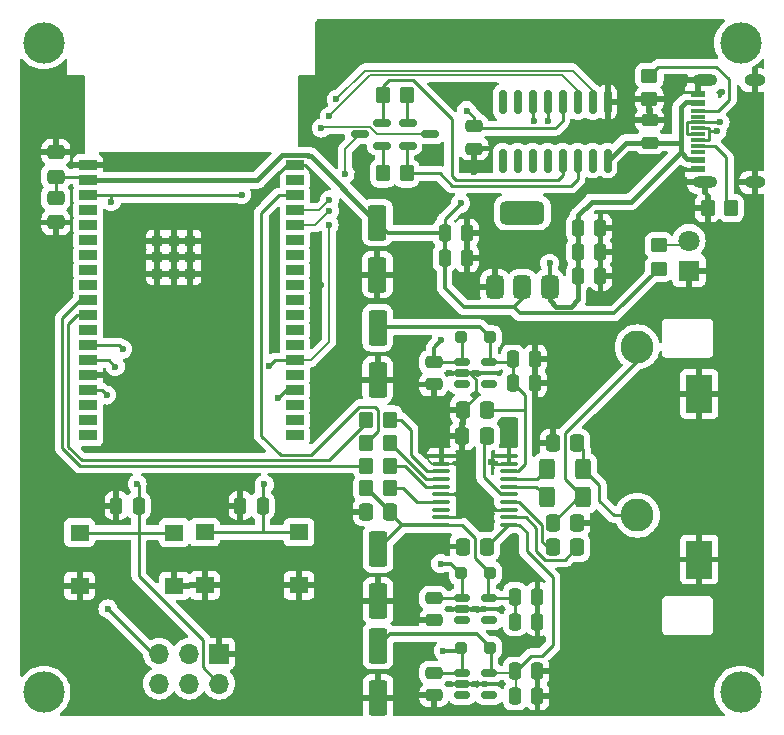
<source format=gbr>
%TF.GenerationSoftware,KiCad,Pcbnew,8.0.0*%
%TF.CreationDate,2024-06-17T16:53:13+02:00*%
%TF.ProjectId,Lucaudio_esp32,4c756361-7564-4696-9f5f-65737033322e,rev?*%
%TF.SameCoordinates,Original*%
%TF.FileFunction,Copper,L1,Top*%
%TF.FilePolarity,Positive*%
%FSLAX46Y46*%
G04 Gerber Fmt 4.6, Leading zero omitted, Abs format (unit mm)*
G04 Created by KiCad (PCBNEW 8.0.0) date 2024-06-17 16:53:13*
%MOMM*%
%LPD*%
G01*
G04 APERTURE LIST*
G04 Aperture macros list*
%AMRoundRect*
0 Rectangle with rounded corners*
0 $1 Rounding radius*
0 $2 $3 $4 $5 $6 $7 $8 $9 X,Y pos of 4 corners*
0 Add a 4 corners polygon primitive as box body*
4,1,4,$2,$3,$4,$5,$6,$7,$8,$9,$2,$3,0*
0 Add four circle primitives for the rounded corners*
1,1,$1+$1,$2,$3*
1,1,$1+$1,$4,$5*
1,1,$1+$1,$6,$7*
1,1,$1+$1,$8,$9*
0 Add four rect primitives between the rounded corners*
20,1,$1+$1,$2,$3,$4,$5,0*
20,1,$1+$1,$4,$5,$6,$7,0*
20,1,$1+$1,$6,$7,$8,$9,0*
20,1,$1+$1,$8,$9,$2,$3,0*%
G04 Aperture macros list end*
%TA.AperFunction,SMDPad,CuDef*%
%ADD10RoundRect,0.250000X-0.337500X-0.475000X0.337500X-0.475000X0.337500X0.475000X-0.337500X0.475000X0*%
%TD*%
%TA.AperFunction,SMDPad,CuDef*%
%ADD11RoundRect,0.250000X-0.250000X-0.475000X0.250000X-0.475000X0.250000X0.475000X-0.250000X0.475000X0*%
%TD*%
%TA.AperFunction,SMDPad,CuDef*%
%ADD12RoundRect,0.250000X0.337500X0.475000X-0.337500X0.475000X-0.337500X-0.475000X0.337500X-0.475000X0*%
%TD*%
%TA.AperFunction,ComponentPad*%
%ADD13C,2.800000*%
%TD*%
%TA.AperFunction,ComponentPad*%
%ADD14R,2.200000X3.200000*%
%TD*%
%TA.AperFunction,SMDPad,CuDef*%
%ADD15RoundRect,0.250000X-0.475000X0.250000X-0.475000X-0.250000X0.475000X-0.250000X0.475000X0.250000X0*%
%TD*%
%TA.AperFunction,SMDPad,CuDef*%
%ADD16R,1.500000X0.900000*%
%TD*%
%TA.AperFunction,SMDPad,CuDef*%
%ADD17R,0.900000X0.900000*%
%TD*%
%TA.AperFunction,SMDPad,CuDef*%
%ADD18RoundRect,0.250000X-0.250000X-0.250000X0.250000X-0.250000X0.250000X0.250000X-0.250000X0.250000X0*%
%TD*%
%TA.AperFunction,SMDPad,CuDef*%
%ADD19RoundRect,0.250000X-0.350000X-0.450000X0.350000X-0.450000X0.350000X0.450000X-0.350000X0.450000X0*%
%TD*%
%TA.AperFunction,SMDPad,CuDef*%
%ADD20RoundRect,0.250000X0.475000X-0.250000X0.475000X0.250000X-0.475000X0.250000X-0.475000X-0.250000X0*%
%TD*%
%TA.AperFunction,SMDPad,CuDef*%
%ADD21RoundRect,0.150000X-0.512500X-0.150000X0.512500X-0.150000X0.512500X0.150000X-0.512500X0.150000X0*%
%TD*%
%TA.AperFunction,SMDPad,CuDef*%
%ADD22RoundRect,0.250000X-0.450000X0.350000X-0.450000X-0.350000X0.450000X-0.350000X0.450000X0.350000X0*%
%TD*%
%TA.AperFunction,SMDPad,CuDef*%
%ADD23RoundRect,0.250000X0.475000X-0.337500X0.475000X0.337500X-0.475000X0.337500X-0.475000X-0.337500X0*%
%TD*%
%TA.AperFunction,SMDPad,CuDef*%
%ADD24RoundRect,0.375000X0.375000X-0.625000X0.375000X0.625000X-0.375000X0.625000X-0.375000X-0.625000X0*%
%TD*%
%TA.AperFunction,SMDPad,CuDef*%
%ADD25RoundRect,0.500000X1.400000X-0.500000X1.400000X0.500000X-1.400000X0.500000X-1.400000X-0.500000X0*%
%TD*%
%TA.AperFunction,SMDPad,CuDef*%
%ADD26RoundRect,0.250000X-0.550000X1.250000X-0.550000X-1.250000X0.550000X-1.250000X0.550000X1.250000X0*%
%TD*%
%TA.AperFunction,ComponentPad*%
%ADD27C,3.500000*%
%TD*%
%TA.AperFunction,SMDPad,CuDef*%
%ADD28RoundRect,0.250000X0.250000X0.475000X-0.250000X0.475000X-0.250000X-0.475000X0.250000X-0.475000X0*%
%TD*%
%TA.AperFunction,SMDPad,CuDef*%
%ADD29RoundRect,0.150000X0.587500X0.150000X-0.587500X0.150000X-0.587500X-0.150000X0.587500X-0.150000X0*%
%TD*%
%TA.AperFunction,SMDPad,CuDef*%
%ADD30RoundRect,0.250000X-0.400000X-0.625000X0.400000X-0.625000X0.400000X0.625000X-0.400000X0.625000X0*%
%TD*%
%TA.AperFunction,SMDPad,CuDef*%
%ADD31RoundRect,0.150000X-0.587500X-0.150000X0.587500X-0.150000X0.587500X0.150000X-0.587500X0.150000X0*%
%TD*%
%TA.AperFunction,ComponentPad*%
%ADD32R,1.700000X1.700000*%
%TD*%
%TA.AperFunction,ComponentPad*%
%ADD33O,1.700000X1.700000*%
%TD*%
%TA.AperFunction,ComponentPad*%
%ADD34O,1.800000X1.000000*%
%TD*%
%TA.AperFunction,ComponentPad*%
%ADD35O,2.100000X1.000000*%
%TD*%
%TA.AperFunction,SMDPad,CuDef*%
%ADD36R,1.240000X0.600000*%
%TD*%
%TA.AperFunction,SMDPad,CuDef*%
%ADD37R,1.240000X0.300000*%
%TD*%
%TA.AperFunction,SMDPad,CuDef*%
%ADD38R,1.600000X1.400000*%
%TD*%
%TA.AperFunction,SMDPad,CuDef*%
%ADD39RoundRect,0.250000X0.450000X-0.350000X0.450000X0.350000X-0.450000X0.350000X-0.450000X-0.350000X0*%
%TD*%
%TA.AperFunction,SMDPad,CuDef*%
%ADD40RoundRect,0.250000X-0.475000X0.337500X-0.475000X-0.337500X0.475000X-0.337500X0.475000X0.337500X0*%
%TD*%
%TA.AperFunction,SMDPad,CuDef*%
%ADD41RoundRect,0.250000X0.350000X0.450000X-0.350000X0.450000X-0.350000X-0.450000X0.350000X-0.450000X0*%
%TD*%
%TA.AperFunction,SMDPad,CuDef*%
%ADD42RoundRect,0.150000X-0.150000X0.825000X-0.150000X-0.825000X0.150000X-0.825000X0.150000X0.825000X0*%
%TD*%
%TA.AperFunction,SMDPad,CuDef*%
%ADD43RoundRect,0.100000X0.637500X0.100000X-0.637500X0.100000X-0.637500X-0.100000X0.637500X-0.100000X0*%
%TD*%
%TA.AperFunction,ComponentPad*%
%ADD44R,1.800000X1.800000*%
%TD*%
%TA.AperFunction,ComponentPad*%
%ADD45C,1.800000*%
%TD*%
%TA.AperFunction,ViaPad*%
%ADD46C,0.600000*%
%TD*%
%TA.AperFunction,Conductor*%
%ADD47C,0.254000*%
%TD*%
%TA.AperFunction,Conductor*%
%ADD48C,0.200000*%
%TD*%
%TA.AperFunction,Conductor*%
%ADD49C,0.304800*%
%TD*%
%TA.AperFunction,Conductor*%
%ADD50C,0.406400*%
%TD*%
G04 APERTURE END LIST*
D10*
%TO.P,C31,1*%
%TO.N,Net-(J3-IN1)*%
X148085900Y-109169200D03*
%TO.P,C31,2*%
%TO.N,GND*%
X150160900Y-109169200D03*
%TD*%
D11*
%TO.P,C17,1*%
%TO.N,3V3*%
X138927800Y-86715600D03*
%TO.P,C17,2*%
%TO.N,GND*%
X140827800Y-86715600D03*
%TD*%
D12*
%TO.P,C26,1*%
%TO.N,3V3_2*%
X134336700Y-108204000D03*
%TO.P,C26,2*%
%TO.N,GND*%
X132261700Y-108204000D03*
%TD*%
D13*
%TO.P,J3,1,IN1*%
%TO.N,Net-(J3-IN1)*%
X155250000Y-94250000D03*
%TO.P,J3,2,IN2*%
%TO.N,Net-(J3-IN2)*%
X155250000Y-108500000D03*
D14*
%TO.P,J3,3,EXT*%
%TO.N,GND*%
X160500000Y-112250000D03*
X160500000Y-98250000D03*
%TD*%
D15*
%TO.P,C7,1*%
%TO.N,+5V*%
X137998200Y-95530500D03*
%TO.P,C7,2*%
%TO.N,GND*%
X137998200Y-97430500D03*
%TD*%
D11*
%TO.P,C14,1*%
%TO.N,+5V*%
X150230800Y-88265000D03*
%TO.P,C14,2*%
%TO.N,GND*%
X152130800Y-88265000D03*
%TD*%
D16*
%TO.P,U1,1,GND*%
%TO.N,GND*%
X108750400Y-78867000D03*
%TO.P,U1,2,3V3*%
%TO.N,3V3*%
X108750400Y-80137000D03*
%TO.P,U1,3,EN/CHIP_PU*%
%TO.N,MCU_RST*%
X108750400Y-81407000D03*
%TO.P,U1,4,SENSOR_VP/GPIO36/ADC1_CH0*%
%TO.N,unconnected-(U1-SENSOR_VP{slash}GPIO36{slash}ADC1_CH0-Pad4)*%
X108750400Y-82677000D03*
%TO.P,U1,5,SENSOR_VN/GPIO39/ADC1_CH3*%
%TO.N,unconnected-(U1-SENSOR_VN{slash}GPIO39{slash}ADC1_CH3-Pad5)*%
X108750400Y-83947000D03*
%TO.P,U1,6,GPIO34/ADC1_CH6*%
%TO.N,unconnected-(U1-GPIO34{slash}ADC1_CH6-Pad6)*%
X108750400Y-85217000D03*
%TO.P,U1,7,GPIO35/ADC1_CH7*%
%TO.N,unconnected-(U1-GPIO35{slash}ADC1_CH7-Pad7)*%
X108750400Y-86487000D03*
%TO.P,U1,8,32K_XP/GPIO32/ADC1_CH4*%
%TO.N,SPI_RST*%
X108750400Y-87757000D03*
%TO.P,U1,9,32K_XN/GPIO33/ADC1_CH5*%
%TO.N,RGB*%
X108750400Y-89027000D03*
%TO.P,U1,10,DAC_1/ADC2_CH8/GPIO25*%
%TO.N,I2S_WS*%
X108750400Y-90297000D03*
%TO.P,U1,11,DAC_2/ADC2_CH9/GPIO26*%
%TO.N,I2S_CLK*%
X108750400Y-91567000D03*
%TO.P,U1,12,ADC2_CH7/GPIO27*%
%TO.N,unconnected-(U1-ADC2_CH7{slash}GPIO27-Pad12)*%
X108750400Y-92837000D03*
%TO.P,U1,13,MTMS/GPIO14/ADC2_CH6*%
%TO.N,GPIO14*%
X108750400Y-94107000D03*
%TO.P,U1,14,MTDI/GPIO12/ADC2_CH5*%
%TO.N,GPIO12*%
X108750400Y-95377000D03*
%TO.P,U1,15,GND*%
%TO.N,GND*%
X108750400Y-96647000D03*
%TO.P,U1,16,MTCK/GPIO13/ADC2_CH4*%
%TO.N,GPIO13*%
X108750400Y-97917000D03*
%TO.P,U1,17,NC*%
%TO.N,unconnected-(U1-NC-Pad17)*%
X108750400Y-99187000D03*
%TO.P,U1,18,NC*%
%TO.N,unconnected-(U1-NC-Pad18)*%
X108750400Y-100457000D03*
%TO.P,U1,19,NC*%
%TO.N,unconnected-(U1-NC-Pad19)*%
X108750400Y-101727000D03*
%TO.P,U1,20,NC*%
%TO.N,unconnected-(U1-NC-Pad20)*%
X126250400Y-101727000D03*
%TO.P,U1,21,NC*%
%TO.N,unconnected-(U1-NC-Pad21)*%
X126250400Y-100457000D03*
%TO.P,U1,22,NC*%
%TO.N,unconnected-(U1-NC-Pad22)*%
X126250400Y-99187000D03*
%TO.P,U1,23,MTDO/GPIO15/ADC2_CH3*%
%TO.N,GPIO15*%
X126250400Y-97917000D03*
%TO.P,U1,24,ADC2_CH2/GPIO2*%
%TO.N,SPI_HOST*%
X126250400Y-96647000D03*
%TO.P,U1,25,GPIO0/BOOT/ADC2_CH1*%
%TO.N,GPIO0*%
X126250400Y-95377000D03*
%TO.P,U1,26,ADC2_CH0/GPIO4*%
%TO.N,SPI_DC*%
X126250400Y-94107000D03*
%TO.P,U1,27,NC*%
%TO.N,unconnected-(U1-NC-Pad27)*%
X126250400Y-92837000D03*
%TO.P,U1,28,NC*%
%TO.N,unconnected-(U1-NC-Pad28)*%
X126250400Y-91567000D03*
%TO.P,U1,29,GPIO5*%
%TO.N,SPI_CS*%
X126250400Y-90297000D03*
%TO.P,U1,30,GPIO18*%
%TO.N,SPI_CLK*%
X126250400Y-89027000D03*
%TO.P,U1,31,GPIO19*%
%TO.N,SPI_MISO*%
X126250400Y-87757000D03*
%TO.P,U1,32,NC*%
%TO.N,unconnected-(U1-NC-Pad32)*%
X126250400Y-86487000D03*
%TO.P,U1,33,GPIO21*%
%TO.N,RL1*%
X126250400Y-85217000D03*
%TO.P,U1,34,U0RXD/GPIO3*%
%TO.N,MCU_RX*%
X126250400Y-83947000D03*
%TO.P,U1,35,U0TXD/GPIO1*%
%TO.N,MCU_TX*%
X126250400Y-82677000D03*
%TO.P,U1,36,GPIO22*%
%TO.N,I2S_DATA*%
X126250400Y-81407000D03*
%TO.P,U1,37,GPIO23*%
%TO.N,SPI_MOSI*%
X126250400Y-80137000D03*
%TO.P,U1,38,GND*%
%TO.N,GND*%
X126250400Y-78867000D03*
D17*
%TO.P,U1,39,GND_THERMAL*%
X114595400Y-85262000D03*
X114600400Y-86662000D03*
X114600400Y-88062000D03*
X116000400Y-85262000D03*
X116000400Y-86662000D03*
X116000400Y-88062000D03*
X117400400Y-85262000D03*
X117400400Y-86662000D03*
X117400400Y-88062000D03*
%TD*%
D18*
%TO.P,D1,1,K*%
%TO.N,+5V*%
X140304200Y-93432500D03*
%TO.P,D1,2,A*%
%TO.N,3V3_1*%
X142804200Y-93432500D03*
%TD*%
D19*
%TO.P,R3,1*%
%TO.N,DTR*%
X133709200Y-72950800D03*
%TO.P,R3,2*%
%TO.N,Net-(Q1-B)*%
X135709200Y-72950800D03*
%TD*%
D20*
%TO.P,C10,1*%
%TO.N,+5V*%
X156299200Y-76948800D03*
%TO.P,C10,2*%
%TO.N,GND*%
X156299200Y-75048800D03*
%TD*%
D21*
%TO.P,U7,1,IN*%
%TO.N,+5V*%
X140416700Y-121833600D03*
%TO.P,U7,2,GND*%
%TO.N,GND*%
X140416700Y-122783600D03*
%TO.P,U7,3,EN*%
%TO.N,unconnected-(U7-EN-Pad3)*%
X140416700Y-123733600D03*
%TO.P,U7,4,NC*%
%TO.N,unconnected-(U7-NC-Pad4)*%
X142691700Y-123733600D03*
%TO.P,U7,5,OUT*%
%TO.N,3V3_3*%
X142691700Y-121833600D03*
%TD*%
D22*
%TO.P,R1,1*%
%TO.N,Net-(J1-CC2)*%
X156269500Y-71279700D03*
%TO.P,R1,2*%
%TO.N,GND*%
X156269500Y-73279700D03*
%TD*%
D23*
%TO.P,C19,1*%
%TO.N,3V3*%
X106019600Y-79828300D03*
%TO.P,C19,2*%
%TO.N,GND*%
X106019600Y-77753300D03*
%TD*%
D24*
%TO.P,U5,1,GND*%
%TO.N,GND*%
X143216600Y-89179800D03*
%TO.P,U5,2,VO*%
%TO.N,3V3*%
X145516600Y-89179800D03*
D25*
X145516600Y-82879800D03*
D24*
%TO.P,U5,3,VI*%
%TO.N,+5V*%
X147816600Y-89179800D03*
%TD*%
D11*
%TO.P,C6,1*%
%TO.N,3V3_3*%
X144896800Y-121700000D03*
%TO.P,C6,2*%
%TO.N,GND*%
X146796800Y-121700000D03*
%TD*%
D12*
%TO.P,C30,1*%
%TO.N,Net-(J3-IN2)*%
X150160900Y-102412800D03*
%TO.P,C30,2*%
%TO.N,GND*%
X148085900Y-102412800D03*
%TD*%
D26*
%TO.P,C25,1*%
%TO.N,3V3_1*%
X133273800Y-92643600D03*
%TO.P,C25,2*%
%TO.N,GND*%
X133273800Y-97043600D03*
%TD*%
D11*
%TO.P,C2,1*%
%TO.N,3V3_1*%
X144719000Y-95275400D03*
%TO.P,C2,2*%
%TO.N,GND*%
X146619000Y-95275400D03*
%TD*%
D27*
%TO.P,REF\u002A\u002A,1*%
%TO.N,N/C*%
X105000000Y-123500000D03*
%TD*%
D28*
%TO.P,C13,1*%
%TO.N,GPIO0*%
X123538700Y-107696000D03*
%TO.P,C13,2*%
%TO.N,GND*%
X121638700Y-107696000D03*
%TD*%
D29*
%TO.P,Q2,1,B*%
%TO.N,Net-(Q2-B)*%
X133614700Y-77202800D03*
%TO.P,Q2,2,E*%
%TO.N,DTR*%
X133614700Y-75302800D03*
%TO.P,Q2,3,C*%
%TO.N,GPIO0*%
X131739700Y-76252800D03*
%TD*%
D30*
%TO.P,R11,1*%
%TO.N,Net-(U2-OUTR)*%
X147573400Y-104597200D03*
%TO.P,R11,2*%
%TO.N,Net-(J3-IN2)*%
X150673400Y-104597200D03*
%TD*%
D12*
%TO.P,C23,1*%
%TO.N,Net-(U2-VNEG)*%
X142515500Y-101777800D03*
%TO.P,C23,2*%
%TO.N,GND*%
X140440500Y-101777800D03*
%TD*%
D31*
%TO.P,Q1,1,B*%
%TO.N,Net-(Q1-B)*%
X135803700Y-75302800D03*
%TO.P,Q1,2,E*%
%TO.N,RTS*%
X135803700Y-77202800D03*
%TO.P,Q1,3,C*%
%TO.N,MCU_RST*%
X137678700Y-76252800D03*
%TD*%
D32*
%TO.P,J2,1,Pin_1*%
%TO.N,GND*%
X119847600Y-120213200D03*
D33*
%TO.P,J2,2,Pin_2*%
%TO.N,MCU_RST*%
X119847600Y-122753200D03*
%TO.P,J2,3,Pin_3*%
%TO.N,GPIO15*%
X117307600Y-120213200D03*
%TO.P,J2,4,Pin_4*%
%TO.N,GPIO14*%
X117307600Y-122753200D03*
%TO.P,J2,5,Pin_5*%
%TO.N,GPIO13*%
X114767600Y-120213200D03*
%TO.P,J2,6,Pin_6*%
%TO.N,GPIO12*%
X114767600Y-122753200D03*
%TD*%
D12*
%TO.P,C22,1*%
%TO.N,Net-(U2-CAPP)*%
X150160900Y-111226600D03*
%TO.P,C22,2*%
%TO.N,Net-(U2-CAPM)*%
X148085900Y-111226600D03*
%TD*%
D26*
%TO.P,C21,1*%
%TO.N,3V3*%
X133248400Y-83728200D03*
%TO.P,C21,2*%
%TO.N,GND*%
X133248400Y-88128200D03*
%TD*%
D28*
%TO.P,C12,1*%
%TO.N,MCU_RST*%
X113040200Y-107696000D03*
%TO.P,C12,2*%
%TO.N,GND*%
X111140200Y-107696000D03*
%TD*%
D11*
%TO.P,C5,1*%
%TO.N,3V3_3*%
X144896800Y-123800000D03*
%TO.P,C5,2*%
%TO.N,GND*%
X146796800Y-123800000D03*
%TD*%
D27*
%TO.P,REF\u002A\u002A,1*%
%TO.N,N/C*%
X164000000Y-123500000D03*
%TD*%
D11*
%TO.P,C16,1*%
%TO.N,+5V*%
X150230800Y-84175600D03*
%TO.P,C16,2*%
%TO.N,GND*%
X152130800Y-84175600D03*
%TD*%
D34*
%TO.P,J1,S1,SHIELD*%
%TO.N,GND*%
X165189200Y-71676800D03*
D35*
X160989200Y-71676800D03*
D34*
X165189200Y-80316800D03*
D35*
X160989200Y-80316800D03*
D36*
%TO.P,J1,B12,GND*%
X160389200Y-79196800D03*
%TO.P,J1,B9,VBUS*%
%TO.N,+5V*%
X160389200Y-78396800D03*
D37*
%TO.P,J1,B8,SBU2*%
%TO.N,unconnected-(J1-SBU2-PadB8)*%
X160389200Y-77746800D03*
%TO.P,J1,B7,D-*%
%TO.N,Net-(U3-UD-)*%
X160389200Y-76746800D03*
%TO.P,J1,B6,D+*%
%TO.N,Net-(U3-UD+)*%
X160389200Y-75246800D03*
%TO.P,J1,B5,CC2*%
%TO.N,Net-(J1-CC2)*%
X160389200Y-74246800D03*
D36*
%TO.P,J1,B4,VBUS*%
%TO.N,+5V*%
X160389200Y-73596800D03*
%TO.P,J1,B1,GND*%
%TO.N,GND*%
X160389200Y-72796800D03*
%TO.P,J1,A12,GND*%
X160389200Y-72796800D03*
%TO.P,J1,A9,VBUS*%
%TO.N,+5V*%
X160389200Y-73596800D03*
D37*
%TO.P,J1,A8,SBU1*%
%TO.N,unconnected-(J1-SBU1-PadA8)*%
X160389200Y-74746800D03*
%TO.P,J1,A7,D-*%
%TO.N,Net-(U3-UD-)*%
X160389200Y-75746800D03*
%TO.P,J1,A6,D+*%
%TO.N,Net-(U3-UD+)*%
X160389200Y-76246800D03*
%TO.P,J1,A5,CC1*%
%TO.N,Net-(J1-CC1)*%
X160389200Y-77246800D03*
D36*
%TO.P,J1,A4,VBUS*%
%TO.N,+5V*%
X160389200Y-78396800D03*
%TO.P,J1,A1,GND*%
%TO.N,GND*%
X160389200Y-79196800D03*
%TD*%
D19*
%TO.P,R9,1*%
%TO.N,3V3_2*%
X132299200Y-106222800D03*
%TO.P,R9,2*%
%TO.N,Net-(U2-XSMT)*%
X134299200Y-106222800D03*
%TD*%
D18*
%TO.P,D3,1,K*%
%TO.N,+5V*%
X140304200Y-119735600D03*
%TO.P,D3,2,A*%
%TO.N,3V3_3*%
X142804200Y-119735600D03*
%TD*%
D38*
%TO.P,SW1,1,1*%
%TO.N,GND*%
X116039400Y-114467200D03*
X108039400Y-114467200D03*
%TO.P,SW1,2,2*%
%TO.N,MCU_RST*%
X116039400Y-109967200D03*
X108039400Y-109967200D03*
%TD*%
D15*
%TO.P,C8,2*%
%TO.N,GND*%
X138023600Y-117409000D03*
%TO.P,C8,1*%
%TO.N,+5V*%
X138023600Y-115509000D03*
%TD*%
D39*
%TO.P,R5,1*%
%TO.N,3V3*%
X157073600Y-87639400D03*
%TO.P,R5,2*%
%TO.N,Net-(LED1-A)*%
X157073600Y-85639400D03*
%TD*%
D27*
%TO.P,REF\u002A\u002A,1*%
%TO.N,N/C*%
X105000000Y-68500000D03*
%TD*%
D26*
%TO.P,C29,1*%
%TO.N,3V3_3*%
X133299200Y-119550000D03*
%TO.P,C29,2*%
%TO.N,GND*%
X133299200Y-123950000D03*
%TD*%
D12*
%TO.P,C28,1*%
%TO.N,3V3_3*%
X142540900Y-111150400D03*
%TO.P,C28,2*%
%TO.N,GND*%
X140465900Y-111150400D03*
%TD*%
D11*
%TO.P,C4,1*%
%TO.N,3V3_2*%
X144896800Y-115392200D03*
%TO.P,C4,2*%
%TO.N,GND*%
X146796800Y-115392200D03*
%TD*%
D19*
%TO.P,R7,1*%
%TO.N,I2S_DATA*%
X132299200Y-102362000D03*
%TO.P,R7,2*%
%TO.N,Net-(U2-DIN)*%
X134299200Y-102362000D03*
%TD*%
D26*
%TO.P,C27,1*%
%TO.N,3V3_2*%
X133299200Y-111363400D03*
%TO.P,C27,2*%
%TO.N,GND*%
X133299200Y-115763400D03*
%TD*%
D30*
%TO.P,R10,1*%
%TO.N,Net-(U2-OUTL)*%
X147573400Y-106984800D03*
%TO.P,R10,2*%
%TO.N,Net-(J3-IN1)*%
X150673400Y-106984800D03*
%TD*%
D19*
%TO.P,R6,1*%
%TO.N,I2S_WS*%
X132299200Y-104292400D03*
%TO.P,R6,2*%
%TO.N,Net-(U2-LRCK)*%
X134299200Y-104292400D03*
%TD*%
D11*
%TO.P,C18,1*%
%TO.N,3V3*%
X138927800Y-84607400D03*
%TO.P,C18,2*%
%TO.N,GND*%
X140827800Y-84607400D03*
%TD*%
D21*
%TO.P,U4,1,IN*%
%TO.N,+5V*%
X140416700Y-95530500D03*
%TO.P,U4,2,GND*%
%TO.N,GND*%
X140416700Y-96480500D03*
%TO.P,U4,3,EN*%
%TO.N,unconnected-(U4-EN-Pad3)*%
X140416700Y-97430500D03*
%TO.P,U4,4,NC*%
%TO.N,unconnected-(U4-NC-Pad4)*%
X142691700Y-97430500D03*
%TO.P,U4,5,OUT*%
%TO.N,3V3_1*%
X142691700Y-95530500D03*
%TD*%
D11*
%TO.P,C15,1*%
%TO.N,+5V*%
X150230800Y-86207600D03*
%TO.P,C15,2*%
%TO.N,GND*%
X152130800Y-86207600D03*
%TD*%
D40*
%TO.P,C20,1*%
%TO.N,3V3*%
X106019600Y-81639500D03*
%TO.P,C20,2*%
%TO.N,GND*%
X106019600Y-83714500D03*
%TD*%
D41*
%TO.P,R2,1*%
%TO.N,Net-(J1-CC1)*%
X163204400Y-82499200D03*
%TO.P,R2,2*%
%TO.N,GND*%
X161204400Y-82499200D03*
%TD*%
D38*
%TO.P,SW2,1,1*%
%TO.N,GND*%
X126614100Y-114441800D03*
X118614100Y-114441800D03*
%TO.P,SW2,2,2*%
%TO.N,GPIO0*%
X126614100Y-109941800D03*
X118614100Y-109941800D03*
%TD*%
D41*
%TO.P,R4,1*%
%TO.N,RTS*%
X135709200Y-79554800D03*
%TO.P,R4,2*%
%TO.N,Net-(Q2-B)*%
X133709200Y-79554800D03*
%TD*%
D15*
%TO.P,C9,2*%
%TO.N,GND*%
X138023600Y-123733600D03*
%TO.P,C9,1*%
%TO.N,+5V*%
X138023600Y-121833600D03*
%TD*%
D19*
%TO.P,R8,1*%
%TO.N,I2S_CLK*%
X132299200Y-100406200D03*
%TO.P,R8,2*%
%TO.N,Net-(U2-BCK)*%
X134299200Y-100406200D03*
%TD*%
D42*
%TO.P,U3,1,GND*%
%TO.N,GND*%
X152730200Y-73521800D03*
%TO.P,U3,2,TXD*%
%TO.N,MCU_RX*%
X151460200Y-73521800D03*
%TO.P,U3,3,RXD*%
%TO.N,MCU_TX*%
X150190200Y-73521800D03*
%TO.P,U3,4,V3*%
%TO.N,3V3*%
X148920200Y-73521800D03*
%TO.P,U3,5,UD+*%
%TO.N,Net-(U3-UD+)*%
X147650200Y-73521800D03*
%TO.P,U3,6,UD-*%
%TO.N,Net-(U3-UD-)*%
X146380200Y-73521800D03*
%TO.P,U3,7,NC*%
%TO.N,unconnected-(U3-NC-Pad7)*%
X145110200Y-73521800D03*
%TO.P,U3,8,~{OUT}/~{DTR}*%
%TO.N,unconnected-(U3-~{OUT}{slash}~{DTR}-Pad8)*%
X143840200Y-73521800D03*
%TO.P,U3,9,~{CTS}*%
%TO.N,unconnected-(U3-~{CTS}-Pad9)*%
X143840200Y-78471800D03*
%TO.P,U3,10,~{DSR}*%
%TO.N,unconnected-(U3-~{DSR}-Pad10)*%
X145110200Y-78471800D03*
%TO.P,U3,11,~{RI}*%
%TO.N,unconnected-(U3-~{RI}-Pad11)*%
X146380200Y-78471800D03*
%TO.P,U3,12,~{DCD}*%
%TO.N,unconnected-(U3-~{DCD}-Pad12)*%
X147650200Y-78471800D03*
%TO.P,U3,13,~{DTR}*%
%TO.N,DTR*%
X148920200Y-78471800D03*
%TO.P,U3,14,~{RTS}*%
%TO.N,RTS*%
X150190200Y-78471800D03*
%TO.P,U3,15,R232*%
%TO.N,unconnected-(U3-R232-Pad15)*%
X151460200Y-78471800D03*
%TO.P,U3,16,VCC*%
%TO.N,+5V*%
X152730200Y-78471800D03*
%TD*%
D12*
%TO.P,C24,1*%
%TO.N,3V3_1*%
X142540900Y-99593400D03*
%TO.P,C24,2*%
%TO.N,GND*%
X140465900Y-99593400D03*
%TD*%
D11*
%TO.P,C1,1*%
%TO.N,3V3_1*%
X144719000Y-97300000D03*
%TO.P,C1,2*%
%TO.N,GND*%
X146619000Y-97300000D03*
%TD*%
%TO.P,C3,1*%
%TO.N,3V3_2*%
X144896800Y-117500400D03*
%TO.P,C3,2*%
%TO.N,GND*%
X146796800Y-117500400D03*
%TD*%
D15*
%TO.P,C11,1*%
%TO.N,3V3*%
X141427200Y-75554800D03*
%TO.P,C11,2*%
%TO.N,GND*%
X141427200Y-77454800D03*
%TD*%
D18*
%TO.P,D2,1,K*%
%TO.N,+5V*%
X140304200Y-113411000D03*
%TO.P,D2,2,A*%
%TO.N,3V3_2*%
X142804200Y-113411000D03*
%TD*%
D43*
%TO.P,U2,1,CPVDD*%
%TO.N,3V3_3*%
X144381600Y-109325600D03*
%TO.P,U2,2,CAPP*%
%TO.N,Net-(U2-CAPP)*%
X144381600Y-108675600D03*
%TO.P,U2,3,CPGND*%
%TO.N,GND*%
X144381600Y-108025600D03*
%TO.P,U2,4,CAPM*%
%TO.N,Net-(U2-CAPM)*%
X144381600Y-107375600D03*
%TO.P,U2,5,VNEG*%
%TO.N,Net-(U2-VNEG)*%
X144381600Y-106725600D03*
%TO.P,U2,6,OUTL*%
%TO.N,Net-(U2-OUTL)*%
X144381600Y-106075600D03*
%TO.P,U2,7,OUTR*%
%TO.N,Net-(U2-OUTR)*%
X144381600Y-105425600D03*
%TO.P,U2,8,AVDD*%
%TO.N,3V3_1*%
X144381600Y-104775600D03*
%TO.P,U2,9,AGND*%
%TO.N,GND*%
X144381600Y-104125600D03*
%TO.P,U2,10,DEMP*%
X144381600Y-103475600D03*
%TO.P,U2,11,FLT*%
X138656600Y-103475600D03*
%TO.P,U2,12,SCK*%
X138656600Y-104125600D03*
%TO.P,U2,13,BCK*%
%TO.N,Net-(U2-BCK)*%
X138656600Y-104775600D03*
%TO.P,U2,14,DIN*%
%TO.N,Net-(U2-DIN)*%
X138656600Y-105425600D03*
%TO.P,U2,15,LRCK*%
%TO.N,Net-(U2-LRCK)*%
X138656600Y-106075600D03*
%TO.P,U2,16,FMT*%
%TO.N,GND*%
X138656600Y-106725600D03*
%TO.P,U2,17,XSMT*%
%TO.N,Net-(U2-XSMT)*%
X138656600Y-107375600D03*
%TO.P,U2,18,LDOO*%
%TO.N,unconnected-(U2-LDOO-Pad18)*%
X138656600Y-108025600D03*
%TO.P,U2,19,DGND*%
%TO.N,GND*%
X138656600Y-108675600D03*
%TO.P,U2,20,DVDD*%
%TO.N,3V3_2*%
X138656600Y-109325600D03*
%TD*%
D44*
%TO.P,LED1,1,K*%
%TO.N,GND*%
X159623400Y-87787800D03*
D45*
%TO.P,LED1,2,A*%
%TO.N,Net-(LED1-A)*%
X159623400Y-85247800D03*
%TD*%
D27*
%TO.P,REF\u002A\u002A,1*%
%TO.N,N/C*%
X164000000Y-68500000D03*
%TD*%
D21*
%TO.P,U6,1,IN*%
%TO.N,+5V*%
X140416700Y-115509000D03*
%TO.P,U6,2,GND*%
%TO.N,GND*%
X140416700Y-116459000D03*
%TO.P,U6,3,EN*%
%TO.N,unconnected-(U6-EN-Pad3)*%
X140416700Y-117409000D03*
%TO.P,U6,4,NC*%
%TO.N,unconnected-(U6-NC-Pad4)*%
X142691700Y-117409000D03*
%TO.P,U6,5,OUT*%
%TO.N,3V3_2*%
X142691700Y-115509000D03*
%TD*%
D46*
%TO.N,GND*%
X142877000Y-104000000D03*
X161250000Y-120500000D03*
X153035000Y-70764400D03*
X105000000Y-71750000D03*
X152750000Y-111500000D03*
X109500000Y-123500000D03*
X146304000Y-113766600D03*
X139000000Y-70000000D03*
X142367000Y-122783600D03*
X136702800Y-120167400D03*
X153500000Y-99500000D03*
X152552400Y-80721200D03*
X164046200Y-78030800D03*
X158000000Y-72500000D03*
X158250000Y-80000000D03*
X146558000Y-93395800D03*
X124485400Y-117627400D03*
X118262400Y-116433600D03*
X141440200Y-79427800D03*
X142290800Y-116459000D03*
X164000000Y-120000000D03*
X148031200Y-100457000D03*
X128041400Y-80772000D03*
X146812000Y-119176800D03*
X124460000Y-88798400D03*
X121640600Y-83464400D03*
X128500000Y-89000000D03*
X108940600Y-105410000D03*
X122504200Y-111785400D03*
X137998200Y-78689200D03*
X144424400Y-102438200D03*
X141440200Y-72188800D03*
X153250000Y-95250000D03*
X128250000Y-100750000D03*
X136931400Y-100507800D03*
X141452600Y-108686600D03*
X111000000Y-78750000D03*
X131495800Y-79756000D03*
X141250000Y-104000000D03*
X105000000Y-120000000D03*
X154406600Y-73456800D03*
X162395200Y-72696800D03*
X121767600Y-78892400D03*
X126136400Y-105613200D03*
X154750000Y-83750000D03*
X128250000Y-73250000D03*
X117678200Y-105562400D03*
%TO.N,+5V*%
X138607800Y-112598200D03*
X147828000Y-87172800D03*
X138811000Y-119964200D03*
X138633200Y-93700600D03*
%TO.N,3V3*%
X140792200Y-74244200D03*
X140284200Y-82092800D03*
%TO.N,Net-(U3-UD-)*%
X162001200Y-75996800D03*
X146507200Y-75115800D03*
%TO.N,Net-(U3-UD+)*%
X162255200Y-75234800D03*
X147689843Y-75115800D03*
%TO.N,MCU_TX*%
X129184400Y-74726800D03*
X129184400Y-81803070D03*
%TO.N,MCU_RX*%
X129175450Y-82756904D03*
X129763435Y-73299235D03*
%TO.N,MCU_RST*%
X110718600Y-81965800D03*
X128498600Y-75717400D03*
X121742200Y-81356200D03*
X112903000Y-105841800D03*
%TO.N,GPIO0*%
X123672600Y-105892600D03*
X124045600Y-95885000D03*
X129159000Y-83896200D03*
X130530600Y-79603600D03*
%TO.N,GPIO14*%
X111683800Y-94437200D03*
%TO.N,GPIO13*%
X110429800Y-116433600D03*
X110312200Y-98323400D03*
%TO.N,GPIO15*%
X124841000Y-98602800D03*
%TO.N,GPIO12*%
X111048800Y-95910400D03*
%TD*%
D47*
%TO.N,3V3_3*%
X147200000Y-120400000D02*
X146250000Y-120400000D01*
X145872200Y-111531400D02*
X148107400Y-113766600D01*
X145241200Y-109325600D02*
X145872200Y-109956600D01*
X145872200Y-109956600D02*
X145872200Y-111531400D01*
X144381600Y-109325600D02*
X145241200Y-109325600D01*
X148107400Y-113766600D02*
X148107400Y-119492600D01*
X148107400Y-119492600D02*
X147200000Y-120400000D01*
X146250000Y-120400000D02*
X144950000Y-121700000D01*
D48*
X144950000Y-121700000D02*
X145207400Y-121700000D01*
X144950000Y-121700000D02*
X144950000Y-123800000D01*
X144816400Y-121833600D02*
X144950000Y-121700000D01*
X142691700Y-121833600D02*
X144816400Y-121833600D01*
D47*
%TO.N,3V3_1*%
X144719000Y-95275400D02*
X144719000Y-97300000D01*
X145719800Y-98300800D02*
X144719000Y-97300000D01*
X145719800Y-99593400D02*
X145719800Y-98300800D01*
%TO.N,GND*%
X143002600Y-104125600D02*
X142877000Y-104000000D01*
X143133700Y-104125600D02*
X143002600Y-104125600D01*
%TO.N,Net-(U2-VNEG)*%
X143687460Y-106725600D02*
X144381600Y-106725600D01*
X142250000Y-102043300D02*
X142250000Y-105288140D01*
X142250000Y-105288140D02*
X143687460Y-106725600D01*
X142515500Y-101777800D02*
X142250000Y-102043300D01*
D48*
%TO.N,GND*%
X139875600Y-104125600D02*
X140000000Y-104250000D01*
X138656600Y-104125600D02*
X139875600Y-104125600D01*
X137875600Y-104125600D02*
X137250000Y-103500000D01*
X138656600Y-104125600D02*
X137875600Y-104125600D01*
D47*
%TO.N,Net-(J3-IN2)*%
X155250000Y-108517000D02*
X155250000Y-108500000D01*
X155836800Y-109103800D02*
X155250000Y-108517000D01*
X155242400Y-108507600D02*
X155250000Y-108500000D01*
X152019000Y-107289600D02*
X153237000Y-108507600D01*
X153237000Y-108507600D02*
X155242400Y-108507600D01*
X152019000Y-105942800D02*
X152019000Y-107289600D01*
X150673400Y-104597200D02*
X152019000Y-105942800D01*
%TO.N,Net-(J3-IN1)*%
X155250000Y-95440600D02*
X155250000Y-94250000D01*
X149123400Y-101567200D02*
X155250000Y-95440600D01*
X150673400Y-106984800D02*
X149123400Y-105434800D01*
X149123400Y-105434800D02*
X149123400Y-101567200D01*
%TO.N,GND*%
X126250400Y-78867000D02*
X125603000Y-78867000D01*
X160389200Y-79196800D02*
X158943200Y-79196800D01*
X141630400Y-97031701D02*
X141630400Y-98428900D01*
X138656600Y-108675600D02*
X140219000Y-108675600D01*
X144381600Y-104125600D02*
X143133700Y-104125600D01*
X138656600Y-106725600D02*
X140279000Y-106725600D01*
X140416700Y-96480500D02*
X141079199Y-96480500D01*
X144381600Y-108025600D02*
X143093300Y-108025600D01*
X126250400Y-78867000D02*
X127152400Y-78867000D01*
X140279000Y-106725600D02*
X140309600Y-106756200D01*
X127152400Y-78867000D02*
X127736600Y-79451200D01*
X141079199Y-96480500D02*
X141630400Y-97031701D01*
X143133700Y-104125600D02*
X143119300Y-104140000D01*
X140219000Y-108675600D02*
X140436600Y-108458000D01*
X143093300Y-108025600D02*
X143068500Y-108000800D01*
X141630400Y-98428900D02*
X140465900Y-99593400D01*
X125603000Y-78867000D02*
X124841000Y-79629000D01*
%TO.N,Net-(U2-CAPM)*%
X147171400Y-109353448D02*
X147171400Y-110747800D01*
X147650200Y-111226600D02*
X148085900Y-111226600D01*
X147171400Y-110747800D02*
X147650200Y-111226600D01*
X144381600Y-107375600D02*
X145193552Y-107375600D01*
X145193552Y-107375600D02*
X147171400Y-109353448D01*
%TO.N,Net-(U2-CAPP)*%
X147432200Y-112278600D02*
X146710400Y-111556800D01*
X146710400Y-111556800D02*
X146710400Y-109550200D01*
X145835800Y-108675600D02*
X144381600Y-108675600D01*
X149108900Y-112278600D02*
X147432200Y-112278600D01*
X146710400Y-109550200D02*
X145835800Y-108675600D01*
X150160900Y-111226600D02*
X149108900Y-112278600D01*
%TO.N,Net-(J3-IN2)*%
X150673400Y-102925300D02*
X150160900Y-102412800D01*
X150673400Y-104597200D02*
X150673400Y-102925300D01*
%TO.N,Net-(J3-IN1)*%
X150270300Y-106984800D02*
X150673400Y-106984800D01*
X150160900Y-107497300D02*
X150673400Y-106984800D01*
X148085900Y-109169200D02*
X150270300Y-106984800D01*
%TO.N,I2S_WS*%
X132299200Y-104292400D02*
X108026200Y-104292400D01*
X108026200Y-104292400D02*
X106578400Y-102844600D01*
X106578400Y-91821000D02*
X108102400Y-90297000D01*
X108102400Y-90297000D02*
X108750400Y-90297000D01*
X106578400Y-102844600D02*
X106578400Y-91821000D01*
%TO.N,Net-(U2-LRCK)*%
X135587548Y-104292400D02*
X137370748Y-106075600D01*
X134299200Y-104292400D02*
X135587548Y-104292400D01*
X137370748Y-106075600D02*
X138656600Y-106075600D01*
%TO.N,I2S_DATA*%
X132299200Y-102362000D02*
X133324600Y-101336600D01*
X133324600Y-99593400D02*
X133045200Y-99314000D01*
X123418600Y-101752400D02*
X123418600Y-82880200D01*
X131724400Y-99314000D02*
X127654000Y-103384400D01*
X125050600Y-103384400D02*
X123418600Y-101752400D01*
X133324600Y-101336600D02*
X133324600Y-99593400D01*
X123418600Y-82880200D02*
X124891800Y-81407000D01*
X124891800Y-81407000D02*
X126250400Y-81407000D01*
X133045200Y-99314000D02*
X131724400Y-99314000D01*
X127654000Y-103384400D02*
X125050600Y-103384400D01*
%TO.N,Net-(U2-DIN)*%
X137362800Y-105425600D02*
X138656600Y-105425600D01*
X134299200Y-102362000D02*
X137362800Y-105425600D01*
%TO.N,I2S_CLK*%
X129181200Y-103838400D02*
X108214252Y-103838400D01*
X107797600Y-91567000D02*
X108750400Y-91567000D01*
X107086400Y-92278200D02*
X107797600Y-91567000D01*
X132299200Y-100720400D02*
X129181200Y-103838400D01*
X108214252Y-103838400D02*
X107086400Y-102710548D01*
X107086400Y-102710548D02*
X107086400Y-92278200D01*
X132299200Y-100406200D02*
X132299200Y-100720400D01*
%TO.N,Net-(U2-BCK)*%
X135255000Y-100406200D02*
X134299200Y-100406200D01*
X138656600Y-104775600D02*
X137426647Y-104775600D01*
X136093200Y-101244400D02*
X135255000Y-100406200D01*
X136093200Y-103442153D02*
X136093200Y-101244400D01*
X137426647Y-104775600D02*
X136093200Y-103442153D01*
%TO.N,Net-(U2-XSMT)*%
X134299200Y-106222800D02*
X135432800Y-106222800D01*
X135432800Y-106222800D02*
X136585600Y-107375600D01*
X136585600Y-107375600D02*
X138656600Y-107375600D01*
D49*
X134299200Y-106222800D02*
X134552600Y-105969400D01*
D47*
%TO.N,Net-(U2-OUTL)*%
X146664200Y-106075600D02*
X144381600Y-106075600D01*
X147573400Y-106984800D02*
X146664200Y-106075600D01*
D50*
%TO.N,+5V*%
X150230800Y-84175600D02*
X150230800Y-86207600D01*
X159362800Y-73515800D02*
X160389200Y-73515800D01*
X148361400Y-90855800D02*
X147816600Y-90311000D01*
X158848000Y-76948800D02*
X156299200Y-76948800D01*
X150230800Y-88265000D02*
X150230800Y-90231000D01*
X150230800Y-83119000D02*
X150230800Y-84175600D01*
X150230800Y-90231000D02*
X149606000Y-90855800D01*
D47*
X137998200Y-95530500D02*
X140416700Y-95530500D01*
D50*
X154253200Y-76948800D02*
X152730200Y-78471800D01*
D49*
X147828000Y-87172800D02*
X147828000Y-89168400D01*
D47*
X140365900Y-113523500D02*
X140253400Y-113411000D01*
D50*
X149606000Y-90855800D02*
X148361400Y-90855800D01*
D47*
X137947400Y-115509000D02*
X140365900Y-115509000D01*
D49*
X138811000Y-119964200D02*
X140101000Y-119964200D01*
D50*
X159462800Y-78315800D02*
X158912000Y-77765000D01*
D47*
X140442100Y-119848100D02*
X140329600Y-119735600D01*
D50*
X156299200Y-76948800D02*
X154253200Y-76948800D01*
X150230800Y-86207600D02*
X150230800Y-88265000D01*
X159129500Y-73749100D02*
X159362800Y-73515800D01*
X151384000Y-81965800D02*
X150230800Y-83119000D01*
D49*
X138607800Y-112598200D02*
X139440600Y-112598200D01*
D50*
X147816600Y-90311000D02*
X147816600Y-89179800D01*
D49*
X139440600Y-112598200D02*
X140253400Y-113411000D01*
D47*
X138023600Y-121833600D02*
X140442100Y-121833600D01*
D50*
X158912000Y-77012800D02*
X158912000Y-73966600D01*
D47*
X140442100Y-121833600D02*
X140442100Y-119848100D01*
D50*
X154711200Y-81965800D02*
X151384000Y-81965800D01*
X159462800Y-78315800D02*
X160389200Y-78315800D01*
X158912000Y-73966600D02*
X159129500Y-73749100D01*
D49*
X137998200Y-94335600D02*
X138633200Y-93700600D01*
D50*
X158912000Y-77765000D02*
X154711200Y-81965800D01*
D47*
X140416700Y-95530500D02*
X140416700Y-93545000D01*
D49*
X147828000Y-89168400D02*
X147816600Y-89179800D01*
D50*
X158912000Y-77765000D02*
X158912000Y-77012800D01*
X158912000Y-77012800D02*
X158848000Y-76948800D01*
D49*
X137998200Y-95530500D02*
X137998200Y-94335600D01*
X140101000Y-119964200D02*
X140329600Y-119735600D01*
D47*
X140365900Y-115509000D02*
X140365900Y-113523500D01*
%TO.N,3V3*%
X108441700Y-79828300D02*
X108750400Y-80137000D01*
X148920200Y-75107800D02*
X148285200Y-75742800D01*
X140868400Y-74244200D02*
X141427200Y-74803000D01*
D50*
X127352800Y-78013800D02*
X125198800Y-78013800D01*
D47*
X148285200Y-75742800D02*
X141615200Y-75742800D01*
D49*
X133248400Y-83728200D02*
X134127600Y-84607400D01*
D50*
X133248400Y-83728200D02*
X127584800Y-78064600D01*
D47*
X106019600Y-81639500D02*
X106019600Y-79828300D01*
X106019600Y-79828300D02*
X108441700Y-79828300D01*
D49*
X138927800Y-86715600D02*
X138927800Y-89245400D01*
X145310200Y-91411400D02*
X144805400Y-90906600D01*
D47*
X141427200Y-75554800D02*
X141427200Y-75350800D01*
X140792200Y-74244200D02*
X140868400Y-74244200D01*
X148920200Y-73521800D02*
X148920200Y-75107800D01*
D49*
X134127600Y-84607400D02*
X138927800Y-84607400D01*
D50*
X123075600Y-80137000D02*
X108750400Y-80137000D01*
D47*
X141615200Y-75742800D02*
X141427200Y-75554800D01*
X138927800Y-84607400D02*
X138927800Y-83449200D01*
D49*
X157073600Y-87639400D02*
X153301600Y-91411400D01*
X153301600Y-91411400D02*
X145310200Y-91411400D01*
D47*
X141427200Y-74803000D02*
X141427200Y-75554800D01*
D50*
X125198800Y-78013800D02*
X123075600Y-80137000D01*
X127584800Y-78064600D02*
X127403600Y-78064600D01*
D49*
X138927800Y-84607400D02*
X138927800Y-86715600D01*
X145516600Y-90195400D02*
X145516600Y-89179800D01*
X144805400Y-90906600D02*
X145516600Y-90195400D01*
D47*
X138927800Y-83449200D02*
X140284200Y-82092800D01*
D49*
X140589000Y-90906600D02*
X144805400Y-90906600D01*
X138927800Y-89245400D02*
X140589000Y-90906600D01*
D50*
X127403600Y-78064600D02*
X127352800Y-78013800D01*
D47*
%TO.N,Net-(J1-CC2)*%
X162115200Y-74246800D02*
X163022200Y-73339800D01*
X157038800Y-70510400D02*
X156269500Y-71279700D01*
X163022200Y-73339800D02*
X163022200Y-71582200D01*
X161950400Y-70510400D02*
X157038800Y-70510400D01*
X160389200Y-74246800D02*
X162115200Y-74246800D01*
X163022200Y-71582200D02*
X161950400Y-70510400D01*
%TO.N,Net-(U3-UD-)*%
X161336200Y-76723800D02*
X161336200Y-76250800D01*
X161336200Y-75996800D02*
X162001200Y-75996800D01*
X161336200Y-75769800D02*
X161313200Y-75746800D01*
X161336200Y-76250800D02*
X161336200Y-75769800D01*
X161313200Y-75746800D02*
X160389200Y-75746800D01*
X161336200Y-76250800D02*
X161336200Y-75996800D01*
X146507200Y-75115800D02*
X146380200Y-74988800D01*
X160389200Y-76746800D02*
X161313200Y-76746800D01*
X146380200Y-74988800D02*
X146380200Y-73521800D01*
X161313200Y-76746800D02*
X161336200Y-76723800D01*
%TO.N,Net-(J1-CC1)*%
X161814400Y-77246800D02*
X162776200Y-78208600D01*
X162776200Y-82071000D02*
X163204400Y-82499200D01*
X160389200Y-77246800D02*
X161814400Y-77246800D01*
X162776200Y-78208600D02*
X162776200Y-82071000D01*
%TO.N,Net-(U3-UD+)*%
X160389200Y-75246800D02*
X159465200Y-75246800D01*
X159465200Y-76246800D02*
X160389200Y-76246800D01*
X159442200Y-76223800D02*
X159465200Y-76246800D01*
X159442200Y-75269800D02*
X159442200Y-76223800D01*
X160389200Y-75246800D02*
X162243200Y-75246800D01*
X147689843Y-75115800D02*
X147689843Y-73561443D01*
X162243200Y-75246800D02*
X162255200Y-75234800D01*
X159465200Y-75246800D02*
X159442200Y-75269800D01*
X147689843Y-73561443D02*
X147650200Y-73521800D01*
%TO.N,RTS*%
X135709200Y-79554800D02*
X138503200Y-79554800D01*
X138503200Y-79554800D02*
X139542600Y-80594200D01*
X139542600Y-80594200D02*
X149671800Y-80594200D01*
X135709200Y-77297300D02*
X135803700Y-77202800D01*
X149671800Y-80594200D02*
X150190200Y-80075800D01*
X150190200Y-80075800D02*
X150190200Y-78471800D01*
X135709200Y-79554800D02*
X135709200Y-77297300D01*
%TO.N,DTR*%
X148513800Y-80137000D02*
X148920200Y-79730600D01*
X148920200Y-79730600D02*
X148920200Y-78471800D01*
X139535200Y-79808800D02*
X139863400Y-80137000D01*
X134201200Y-71680800D02*
X136233200Y-71680800D01*
X133709200Y-75208300D02*
X133614700Y-75302800D01*
X133709200Y-72172800D02*
X134201200Y-71680800D01*
X139535200Y-74982800D02*
X139535200Y-79808800D01*
X133709200Y-72950800D02*
X133709200Y-72172800D01*
X133709200Y-72950800D02*
X133709200Y-75208300D01*
X139863400Y-80137000D02*
X148513800Y-80137000D01*
X136233200Y-71680800D02*
X139535200Y-74982800D01*
D48*
%TO.N,MCU_TX*%
X128310470Y-82677000D02*
X126250400Y-82677000D01*
X129184400Y-74726800D02*
X132657400Y-71253800D01*
X148897199Y-71253800D02*
X150190200Y-72546801D01*
X150190200Y-72546801D02*
X150190200Y-73521800D01*
X129184400Y-81803070D02*
X128310470Y-82677000D01*
X132657400Y-71253800D02*
X148897199Y-71253800D01*
%TO.N,MCU_RX*%
X132208870Y-70853800D02*
X149767199Y-70853800D01*
X129175450Y-82756904D02*
X127985354Y-83947000D01*
X149767199Y-70853800D02*
X151460200Y-72546801D01*
X151460200Y-72546801D02*
X151460200Y-73521800D01*
X127985354Y-83947000D02*
X126250400Y-83947000D01*
X129763435Y-73299235D02*
X132208870Y-70853800D01*
%TO.N,MCU_RST*%
X128498600Y-75717400D02*
X128563200Y-75652800D01*
X133186648Y-76252800D02*
X137678700Y-76252800D01*
D47*
X113030000Y-109967200D02*
X108039400Y-109967200D01*
X110718600Y-81457800D02*
X110667800Y-81407000D01*
X113040200Y-107696000D02*
X113040200Y-105979000D01*
X118484600Y-121390200D02*
X118484600Y-119066400D01*
X121742200Y-81356200D02*
X121691400Y-81407000D01*
X121691400Y-81407000D02*
X110667800Y-81407000D01*
X116039400Y-109967200D02*
X113030000Y-109967200D01*
X113040200Y-107696000D02*
X113030000Y-107706200D01*
X113030000Y-107706200D02*
X113030000Y-109967200D01*
D48*
X132586648Y-75652800D02*
X133186648Y-76252800D01*
X128563200Y-75652800D02*
X132586648Y-75652800D01*
D47*
X137676700Y-76250800D02*
X137678700Y-76252800D01*
X113040200Y-105979000D02*
X112903000Y-105841800D01*
X118484600Y-119066400D02*
X113030000Y-113611800D01*
X119847600Y-122753200D02*
X118484600Y-121390200D01*
X108750400Y-81407000D02*
X110667800Y-81407000D01*
X110718600Y-81965800D02*
X110718600Y-81457800D01*
X113030000Y-113611800D02*
X113030000Y-109967200D01*
%TO.N,GPIO0*%
X123538700Y-106026500D02*
X123672600Y-105892600D01*
D48*
X127584200Y-95377000D02*
X126250400Y-95377000D01*
D47*
X123553900Y-109941800D02*
X118614100Y-109941800D01*
D48*
X130530600Y-77461900D02*
X130530600Y-79603600D01*
D47*
X126614100Y-109941800D02*
X123553900Y-109941800D01*
X123538700Y-107696000D02*
X123538700Y-109926600D01*
D48*
X131739700Y-76252800D02*
X130530600Y-77461900D01*
D47*
X124045600Y-95885000D02*
X124553600Y-95377000D01*
D48*
X129159000Y-93802200D02*
X127584200Y-95377000D01*
D47*
X124553600Y-95377000D02*
X126250400Y-95377000D01*
X123538700Y-107696000D02*
X123538700Y-106026500D01*
X123538700Y-109926600D02*
X123553900Y-109941800D01*
D48*
X129159000Y-83896200D02*
X129159000Y-93802200D01*
%TO.N,Net-(LED1-A)*%
X157073600Y-85639400D02*
X159231800Y-85639400D01*
X159231800Y-85639400D02*
X159623400Y-85247800D01*
D49*
X159618000Y-85242400D02*
X159623400Y-85247800D01*
D47*
%TO.N,Net-(Q1-B)*%
X135709200Y-75208300D02*
X135803700Y-75302800D01*
X135709200Y-72950800D02*
X135709200Y-75208300D01*
%TO.N,Net-(Q2-B)*%
X133709200Y-77297300D02*
X133614700Y-77202800D01*
X133709200Y-79554800D02*
X133709200Y-77297300D01*
%TO.N,3V3_1*%
X142804200Y-95418000D02*
X142691700Y-95530500D01*
X145745200Y-104149499D02*
X145745200Y-99618800D01*
X144381600Y-104775600D02*
X145119099Y-104775600D01*
X144463900Y-95530500D02*
X144719000Y-95275400D01*
D49*
X133337300Y-92580100D02*
X141951800Y-92580100D01*
D47*
X142804200Y-93432500D02*
X142804200Y-95418000D01*
D49*
X141951800Y-92580100D02*
X142804200Y-93432500D01*
D47*
X145119099Y-104775600D02*
X145745200Y-104149499D01*
D49*
X133273800Y-92643600D02*
X133337300Y-92580100D01*
D47*
X145745200Y-99618800D02*
X145719800Y-99593400D01*
X142540900Y-99593400D02*
X145719800Y-99593400D01*
X142691700Y-95530500D02*
X144463900Y-95530500D01*
D49*
%TO.N,3V3_2*%
X133299200Y-111363400D02*
X135337000Y-109325600D01*
X134336700Y-108204000D02*
X134336700Y-108325300D01*
X132299200Y-106222800D02*
X132355500Y-106222800D01*
D47*
X142640900Y-115509000D02*
X144805400Y-115509000D01*
X144805400Y-115509000D02*
X144922200Y-115392200D01*
X144922200Y-117475000D02*
X144896800Y-117500400D01*
D49*
X135337000Y-109325600D02*
X138656600Y-109325600D01*
D47*
X141503400Y-110388400D02*
X140440600Y-109325600D01*
X142640900Y-115509000D02*
X142640900Y-113523500D01*
X144922200Y-115392200D02*
X144922200Y-117475000D01*
X142753400Y-113411000D02*
X141503400Y-112161000D01*
D49*
X134336700Y-108325300D02*
X135337000Y-109325600D01*
D47*
X141503400Y-112161000D02*
X141503400Y-110388400D01*
X142640900Y-113523500D02*
X142753400Y-113411000D01*
X140440600Y-109325600D02*
X138656600Y-109325600D01*
D49*
X132355500Y-106222800D02*
X134336700Y-108204000D01*
D47*
%TO.N,3V3_3*%
X142829600Y-121721100D02*
X142717100Y-121833600D01*
D49*
X141635800Y-118541800D02*
X142829600Y-119735600D01*
X144365700Y-109325600D02*
X142540900Y-111150400D01*
X144381600Y-109325600D02*
X144365700Y-109325600D01*
D47*
X142829600Y-119735600D02*
X142829600Y-121721100D01*
D49*
X133299200Y-119550000D02*
X134307400Y-118541800D01*
X134307400Y-118541800D02*
X141635800Y-118541800D01*
D47*
%TO.N,Net-(U2-OUTR)*%
X144381600Y-105425600D02*
X146745000Y-105425600D01*
X146745000Y-105425600D02*
X147573400Y-104597200D01*
%TO.N,GPIO14*%
X111353600Y-94107000D02*
X111683800Y-94437200D01*
X108750400Y-94107000D02*
X111353600Y-94107000D01*
%TO.N,GPIO13*%
X108750400Y-97917000D02*
X109905800Y-97917000D01*
X110429800Y-116433600D02*
X114209400Y-120213200D01*
X109905800Y-97917000D02*
X110312200Y-98323400D01*
X114209400Y-120213200D02*
X114767600Y-120213200D01*
%TO.N,GPIO15*%
X125526800Y-97917000D02*
X126250400Y-97917000D01*
X124841000Y-98602800D02*
X125526800Y-97917000D01*
%TO.N,GPIO12*%
X111048800Y-95910400D02*
X110515400Y-95377000D01*
X110515400Y-95377000D02*
X108750400Y-95377000D01*
%TD*%
%TA.AperFunction,Conductor*%
%TO.N,GND*%
G36*
X103205203Y-69868416D02*
G01*
X103217228Y-69880370D01*
X103405241Y-70094758D01*
X103627044Y-70289274D01*
X103677755Y-70323158D01*
X103872335Y-70453172D01*
X104136923Y-70583652D01*
X104416278Y-70678481D01*
X104705620Y-70736034D01*
X104733888Y-70737886D01*
X104999993Y-70755329D01*
X105000000Y-70755329D01*
X105000007Y-70755329D01*
X105235675Y-70739881D01*
X105294380Y-70736034D01*
X105583722Y-70678481D01*
X105863077Y-70583652D01*
X106127665Y-70453172D01*
X106372957Y-70289273D01*
X106594758Y-70094758D01*
X106657698Y-70022989D01*
X106782772Y-69880370D01*
X106841774Y-69842946D01*
X106911642Y-69843362D01*
X106970194Y-69881485D01*
X106998841Y-69945213D01*
X107000000Y-69962129D01*
X107000000Y-71250000D01*
X108378038Y-71250000D01*
X108445077Y-71269685D01*
X108490832Y-71322489D01*
X108498474Y-71375638D01*
X108500400Y-71375638D01*
X108500400Y-71389032D01*
X108500776Y-71391647D01*
X108500400Y-71392470D01*
X108500400Y-77745024D01*
X108512204Y-77766642D01*
X108507220Y-77836334D01*
X108465348Y-77892267D01*
X108399884Y-77916684D01*
X108391038Y-77917000D01*
X107952555Y-77917000D01*
X107893027Y-77923401D01*
X107893020Y-77923403D01*
X107758313Y-77973645D01*
X107758306Y-77973649D01*
X107643212Y-78059809D01*
X107643209Y-78059812D01*
X107557049Y-78174906D01*
X107557045Y-78174913D01*
X107506803Y-78309620D01*
X107506801Y-78309627D01*
X107500400Y-78369155D01*
X107500400Y-78617000D01*
X110000400Y-78617000D01*
X110000400Y-78369172D01*
X110000399Y-78369155D01*
X109993998Y-78309627D01*
X109993996Y-78309620D01*
X109943754Y-78174913D01*
X109943750Y-78174906D01*
X109857590Y-78059812D01*
X109857587Y-78059809D01*
X109742493Y-77973649D01*
X109742488Y-77973646D01*
X109725156Y-77967182D01*
X109669223Y-77925310D01*
X109644806Y-77859846D01*
X109659658Y-77791573D01*
X109709063Y-77742168D01*
X109768490Y-77727000D01*
X124191056Y-77727000D01*
X124258095Y-77746685D01*
X124303850Y-77799489D01*
X124313794Y-77868647D01*
X124284769Y-77932203D01*
X124278737Y-77938681D01*
X122820437Y-79396981D01*
X122759114Y-79430466D01*
X122732756Y-79433300D01*
X110124400Y-79433300D01*
X110057361Y-79413615D01*
X110011606Y-79360811D01*
X110000400Y-79309300D01*
X110000400Y-79117000D01*
X107500400Y-79117000D01*
X107483688Y-79133711D01*
X107480715Y-79143839D01*
X107427911Y-79189594D01*
X107376400Y-79200800D01*
X107266714Y-79200800D01*
X107199675Y-79181115D01*
X107161175Y-79141896D01*
X107156126Y-79133711D01*
X107087312Y-79022144D01*
X106963256Y-78898088D01*
X106959942Y-78896043D01*
X106958146Y-78894048D01*
X106957589Y-78893607D01*
X106957664Y-78893511D01*
X106913218Y-78844097D01*
X106901997Y-78775134D01*
X106929840Y-78711052D01*
X106959948Y-78684965D01*
X106962942Y-78683118D01*
X107086915Y-78559145D01*
X107178956Y-78409924D01*
X107178958Y-78409919D01*
X107234105Y-78243497D01*
X107234106Y-78243490D01*
X107244599Y-78140786D01*
X107244600Y-78140773D01*
X107244600Y-78003300D01*
X104794601Y-78003300D01*
X104794601Y-78140786D01*
X104805094Y-78243497D01*
X104860241Y-78409919D01*
X104860243Y-78409924D01*
X104952284Y-78559145D01*
X105076255Y-78683116D01*
X105076259Y-78683119D01*
X105079256Y-78684968D01*
X105080879Y-78686772D01*
X105081923Y-78687598D01*
X105081781Y-78687776D01*
X105125981Y-78736916D01*
X105137202Y-78805879D01*
X105109359Y-78869961D01*
X105079261Y-78896041D01*
X105075949Y-78898083D01*
X105075943Y-78898088D01*
X104951889Y-79022142D01*
X104859787Y-79171463D01*
X104859785Y-79171468D01*
X104844703Y-79216983D01*
X104804601Y-79338003D01*
X104804601Y-79338004D01*
X104804600Y-79338004D01*
X104794100Y-79440783D01*
X104794100Y-80215801D01*
X104794101Y-80215819D01*
X104804600Y-80318596D01*
X104804601Y-80318599D01*
X104850066Y-80455800D01*
X104859786Y-80485134D01*
X104951887Y-80634455D01*
X104951889Y-80634457D01*
X104963651Y-80646219D01*
X104997136Y-80707542D01*
X104992152Y-80777234D01*
X104963651Y-80821581D01*
X104951889Y-80833342D01*
X104859787Y-80982663D01*
X104859785Y-80982668D01*
X104848176Y-81017702D01*
X104804601Y-81149203D01*
X104804601Y-81149204D01*
X104804600Y-81149204D01*
X104794100Y-81251983D01*
X104794100Y-82027001D01*
X104794101Y-82027019D01*
X104804600Y-82129796D01*
X104804601Y-82129799D01*
X104859785Y-82296331D01*
X104859787Y-82296336D01*
X104877714Y-82325400D01*
X104951888Y-82445656D01*
X105075944Y-82569712D01*
X105079228Y-82571737D01*
X105079253Y-82571753D01*
X105081045Y-82573746D01*
X105081611Y-82574193D01*
X105081534Y-82574289D01*
X105125979Y-82623699D01*
X105137203Y-82692661D01*
X105109361Y-82756744D01*
X105079265Y-82782826D01*
X105076260Y-82784679D01*
X105076255Y-82784683D01*
X104952284Y-82908654D01*
X104860243Y-83057875D01*
X104860241Y-83057880D01*
X104805094Y-83224302D01*
X104805093Y-83224309D01*
X104794600Y-83327013D01*
X104794600Y-83464500D01*
X107244599Y-83464500D01*
X107244599Y-83327028D01*
X107244598Y-83327013D01*
X107234105Y-83224302D01*
X107178958Y-83057880D01*
X107178956Y-83057875D01*
X107086915Y-82908654D01*
X106962944Y-82784683D01*
X106962941Y-82784681D01*
X106959939Y-82782829D01*
X106958313Y-82781021D01*
X106957277Y-82780202D01*
X106957417Y-82780024D01*
X106913217Y-82730880D01*
X106901997Y-82661917D01*
X106929843Y-82597836D01*
X106959944Y-82571754D01*
X106963256Y-82569712D01*
X107087312Y-82445656D01*
X107179414Y-82296334D01*
X107234599Y-82129797D01*
X107245100Y-82027009D01*
X107245099Y-81251992D01*
X107244015Y-81241385D01*
X107234599Y-81149203D01*
X107234598Y-81149200D01*
X107179414Y-80982666D01*
X107087312Y-80833344D01*
X107075549Y-80821581D01*
X107042064Y-80760258D01*
X107047048Y-80690566D01*
X107075549Y-80646219D01*
X107079525Y-80642243D01*
X107087312Y-80634456D01*
X107161175Y-80514703D01*
X107213123Y-80467979D01*
X107266714Y-80455800D01*
X107375901Y-80455800D01*
X107442940Y-80475485D01*
X107488695Y-80528289D01*
X107499901Y-80579800D01*
X107499901Y-80634876D01*
X107506308Y-80694481D01*
X107519059Y-80728669D01*
X107524042Y-80798361D01*
X107519059Y-80815331D01*
X107506308Y-80849518D01*
X107499901Y-80909116D01*
X107499901Y-80909123D01*
X107499900Y-80909135D01*
X107499900Y-81904870D01*
X107499901Y-81904876D01*
X107506308Y-81964481D01*
X107519059Y-81998669D01*
X107524042Y-82068361D01*
X107519059Y-82085331D01*
X107506308Y-82119518D01*
X107499901Y-82179116D01*
X107499900Y-82179135D01*
X107499900Y-83174870D01*
X107499901Y-83174876D01*
X107506308Y-83234481D01*
X107519059Y-83268669D01*
X107524042Y-83338361D01*
X107519059Y-83355331D01*
X107506308Y-83389518D01*
X107499901Y-83449116D01*
X107499901Y-83449123D01*
X107499900Y-83449135D01*
X107499900Y-84444870D01*
X107499901Y-84444876D01*
X107506308Y-84504481D01*
X107519059Y-84538669D01*
X107524042Y-84608361D01*
X107519059Y-84625331D01*
X107506308Y-84659518D01*
X107501459Y-84704627D01*
X107499901Y-84719123D01*
X107499900Y-84719135D01*
X107499900Y-85714870D01*
X107499901Y-85714876D01*
X107506308Y-85774481D01*
X107519059Y-85808669D01*
X107524042Y-85878361D01*
X107519059Y-85895331D01*
X107506308Y-85929518D01*
X107499901Y-85989116D01*
X107499901Y-85989123D01*
X107499900Y-85989135D01*
X107499900Y-86984870D01*
X107499901Y-86984876D01*
X107506308Y-87044481D01*
X107519059Y-87078669D01*
X107524042Y-87148361D01*
X107519059Y-87165331D01*
X107506308Y-87199518D01*
X107499901Y-87259116D01*
X107499901Y-87259123D01*
X107499900Y-87259135D01*
X107499900Y-88254870D01*
X107499901Y-88254876D01*
X107506308Y-88314481D01*
X107519059Y-88348669D01*
X107524042Y-88418361D01*
X107519059Y-88435331D01*
X107506308Y-88469518D01*
X107505321Y-88478703D01*
X107499901Y-88529123D01*
X107499900Y-88529135D01*
X107499900Y-89524870D01*
X107499901Y-89524876D01*
X107506308Y-89584481D01*
X107519059Y-89618669D01*
X107524042Y-89688361D01*
X107519059Y-89705331D01*
X107506308Y-89739518D01*
X107499901Y-89799116D01*
X107499901Y-89799123D01*
X107499900Y-89799135D01*
X107499900Y-89960718D01*
X107480215Y-90027757D01*
X107463581Y-90048399D01*
X106803196Y-90708785D01*
X106178392Y-91333589D01*
X106134689Y-91377292D01*
X106090986Y-91420994D01*
X106090985Y-91420996D01*
X106021633Y-91524789D01*
X106019986Y-91529393D01*
X105975015Y-91637962D01*
X105975012Y-91637972D01*
X105958564Y-91720665D01*
X105958564Y-91720666D01*
X105950900Y-91759194D01*
X105950900Y-102906407D01*
X105975012Y-103027628D01*
X105975014Y-103027634D01*
X106005984Y-103102401D01*
X106022315Y-103141829D01*
X106022320Y-103141838D01*
X106075683Y-103221701D01*
X106075684Y-103221702D01*
X106090990Y-103244610D01*
X107626188Y-104779808D01*
X107626192Y-104779811D01*
X107728960Y-104848479D01*
X107728973Y-104848486D01*
X107843160Y-104895783D01*
X107843165Y-104895785D01*
X107843169Y-104895785D01*
X107843170Y-104895786D01*
X107964393Y-104919900D01*
X107964396Y-104919900D01*
X107964397Y-104919900D01*
X112435173Y-104919900D01*
X112502212Y-104939585D01*
X112547967Y-104992389D01*
X112557911Y-105061547D01*
X112528886Y-105125103D01*
X112501145Y-105148894D01*
X112400737Y-105211984D01*
X112273184Y-105339537D01*
X112177211Y-105492276D01*
X112117631Y-105662545D01*
X112117630Y-105662550D01*
X112097435Y-105841796D01*
X112097435Y-105841803D01*
X112117630Y-106021049D01*
X112117631Y-106021054D01*
X112177211Y-106191323D01*
X112273184Y-106344062D01*
X112356536Y-106427414D01*
X112390021Y-106488737D01*
X112385037Y-106558429D01*
X112343165Y-106614362D01*
X112333957Y-106620631D01*
X112321543Y-106628288D01*
X112197488Y-106752343D01*
X112197483Y-106752349D01*
X112195441Y-106755661D01*
X112193447Y-106757453D01*
X112193007Y-106758011D01*
X112192911Y-106757935D01*
X112143491Y-106802383D01*
X112074528Y-106813602D01*
X112010447Y-106785755D01*
X111984368Y-106755656D01*
X111982519Y-106752659D01*
X111982516Y-106752655D01*
X111858545Y-106628684D01*
X111709324Y-106536643D01*
X111709319Y-106536641D01*
X111542897Y-106481494D01*
X111542890Y-106481493D01*
X111440186Y-106471000D01*
X111390200Y-106471000D01*
X111390200Y-108920999D01*
X111440172Y-108920999D01*
X111440186Y-108920998D01*
X111542897Y-108910505D01*
X111709319Y-108855358D01*
X111709324Y-108855356D01*
X111858545Y-108763315D01*
X111982518Y-108639342D01*
X111984365Y-108636348D01*
X111986169Y-108634724D01*
X111986998Y-108633677D01*
X111987176Y-108633818D01*
X112036310Y-108589621D01*
X112105273Y-108578396D01*
X112169356Y-108606236D01*
X112195443Y-108636341D01*
X112197488Y-108639656D01*
X112321544Y-108763712D01*
X112343594Y-108777312D01*
X112390320Y-108829258D01*
X112402500Y-108882852D01*
X112402500Y-109215700D01*
X112382815Y-109282739D01*
X112330011Y-109328494D01*
X112278500Y-109339700D01*
X109463883Y-109339700D01*
X109396844Y-109320015D01*
X109351089Y-109267211D01*
X109340061Y-109222338D01*
X109339900Y-109219337D01*
X109333491Y-109159716D01*
X109283197Y-109024871D01*
X109283193Y-109024864D01*
X109196947Y-108909655D01*
X109196944Y-108909652D01*
X109081735Y-108823406D01*
X109081728Y-108823402D01*
X108946882Y-108773108D01*
X108946883Y-108773108D01*
X108887283Y-108766701D01*
X108887281Y-108766700D01*
X108887273Y-108766700D01*
X108887264Y-108766700D01*
X107191529Y-108766700D01*
X107191523Y-108766701D01*
X107131916Y-108773108D01*
X106997071Y-108823402D01*
X106997064Y-108823406D01*
X106881855Y-108909652D01*
X106881852Y-108909655D01*
X106795606Y-109024864D01*
X106795602Y-109024871D01*
X106745308Y-109159717D01*
X106738901Y-109219316D01*
X106738900Y-109219335D01*
X106738900Y-110715070D01*
X106738901Y-110715076D01*
X106745308Y-110774683D01*
X106795602Y-110909528D01*
X106795606Y-110909535D01*
X106881852Y-111024744D01*
X106881855Y-111024747D01*
X106997064Y-111110993D01*
X106997071Y-111110997D01*
X107131917Y-111161291D01*
X107131916Y-111161291D01*
X107138844Y-111162035D01*
X107191527Y-111167700D01*
X108887272Y-111167699D01*
X108946883Y-111161291D01*
X109081731Y-111110996D01*
X109196946Y-111024746D01*
X109283196Y-110909531D01*
X109333491Y-110774683D01*
X109339900Y-110715073D01*
X109339900Y-110715062D01*
X109340063Y-110712046D01*
X109363316Y-110646160D01*
X109418499Y-110603304D01*
X109463884Y-110594700D01*
X112278500Y-110594700D01*
X112345539Y-110614385D01*
X112391294Y-110667189D01*
X112402500Y-110718700D01*
X112402500Y-113673607D01*
X112426612Y-113794828D01*
X112426613Y-113794832D01*
X112426614Y-113794835D01*
X112440518Y-113828402D01*
X112440519Y-113828404D01*
X112473914Y-113909028D01*
X112473919Y-113909037D01*
X112479999Y-113918136D01*
X112480001Y-113918139D01*
X112480003Y-113918141D01*
X112506216Y-113957372D01*
X112542590Y-114011810D01*
X112542591Y-114011811D01*
X117193795Y-118663014D01*
X117227280Y-118724337D01*
X117222296Y-118794029D01*
X117180424Y-118849962D01*
X117116923Y-118874223D01*
X117072196Y-118878136D01*
X117072186Y-118878138D01*
X116843944Y-118939294D01*
X116843935Y-118939298D01*
X116629771Y-119039164D01*
X116629769Y-119039165D01*
X116436197Y-119174705D01*
X116269105Y-119341797D01*
X116139175Y-119527358D01*
X116084598Y-119570983D01*
X116015100Y-119578177D01*
X115952745Y-119546654D01*
X115936025Y-119527358D01*
X115806094Y-119341797D01*
X115639002Y-119174706D01*
X115638995Y-119174701D01*
X115626944Y-119166263D01*
X115543645Y-119107936D01*
X115445434Y-119039167D01*
X115445430Y-119039165D01*
X115371299Y-119004597D01*
X115231263Y-118939297D01*
X115231259Y-118939296D01*
X115231255Y-118939294D01*
X115003013Y-118878138D01*
X115003003Y-118878136D01*
X114767601Y-118857541D01*
X114767599Y-118857541D01*
X114532196Y-118878136D01*
X114532186Y-118878138D01*
X114303944Y-118939294D01*
X114303935Y-118939298D01*
X114089775Y-119039162D01*
X114089771Y-119039165D01*
X114076782Y-119048259D01*
X114010577Y-119070585D01*
X113942810Y-119053572D01*
X113917982Y-119034363D01*
X111255652Y-116372033D01*
X111222167Y-116310710D01*
X111220114Y-116298248D01*
X111215168Y-116254345D01*
X111155589Y-116084078D01*
X111059616Y-115931338D01*
X110932062Y-115803784D01*
X110779323Y-115707811D01*
X110609054Y-115648231D01*
X110609049Y-115648230D01*
X110429804Y-115628035D01*
X110429796Y-115628035D01*
X110250550Y-115648230D01*
X110250545Y-115648231D01*
X110080276Y-115707811D01*
X109927537Y-115803784D01*
X109799984Y-115931337D01*
X109704011Y-116084076D01*
X109644431Y-116254345D01*
X109644430Y-116254350D01*
X109624235Y-116433596D01*
X109624235Y-116433603D01*
X109644430Y-116612849D01*
X109644431Y-116612854D01*
X109704011Y-116783123D01*
X109799984Y-116935862D01*
X109927538Y-117063416D01*
X110080278Y-117159389D01*
X110250545Y-117218968D01*
X110294435Y-117223913D01*
X110358848Y-117250978D01*
X110368233Y-117259452D01*
X113388652Y-120279871D01*
X113422137Y-120341194D01*
X113424499Y-120356743D01*
X113432536Y-120448603D01*
X113432538Y-120448613D01*
X113493694Y-120676855D01*
X113493696Y-120676859D01*
X113493697Y-120676863D01*
X113573604Y-120848223D01*
X113593565Y-120891030D01*
X113593567Y-120891034D01*
X113674553Y-121006693D01*
X113729101Y-121084596D01*
X113729106Y-121084602D01*
X113896197Y-121251693D01*
X113896203Y-121251698D01*
X114081758Y-121381625D01*
X114125383Y-121436202D01*
X114132577Y-121505700D01*
X114101054Y-121568055D01*
X114081758Y-121584775D01*
X113896197Y-121714705D01*
X113729105Y-121881797D01*
X113593565Y-122075369D01*
X113593564Y-122075371D01*
X113493698Y-122289535D01*
X113493694Y-122289544D01*
X113432538Y-122517786D01*
X113432536Y-122517796D01*
X113411941Y-122753199D01*
X113411941Y-122753200D01*
X113432536Y-122988603D01*
X113432538Y-122988613D01*
X113493694Y-123216855D01*
X113493696Y-123216859D01*
X113493697Y-123216863D01*
X113546878Y-123330909D01*
X113593565Y-123431030D01*
X113593567Y-123431034D01*
X113654396Y-123517906D01*
X113729105Y-123624601D01*
X113896199Y-123791695D01*
X113992984Y-123859465D01*
X114089765Y-123927232D01*
X114089767Y-123927233D01*
X114089770Y-123927235D01*
X114303937Y-124027103D01*
X114532192Y-124088263D01*
X114720518Y-124104739D01*
X114767599Y-124108859D01*
X114767600Y-124108859D01*
X114767601Y-124108859D01*
X114806834Y-124105426D01*
X115003008Y-124088263D01*
X115231263Y-124027103D01*
X115445430Y-123927235D01*
X115639001Y-123791695D01*
X115806095Y-123624601D01*
X115936025Y-123439042D01*
X115990602Y-123395417D01*
X116060100Y-123388223D01*
X116122455Y-123419746D01*
X116139175Y-123439042D01*
X116269100Y-123624595D01*
X116269105Y-123624601D01*
X116436199Y-123791695D01*
X116532984Y-123859465D01*
X116629765Y-123927232D01*
X116629767Y-123927233D01*
X116629770Y-123927235D01*
X116843937Y-124027103D01*
X117072192Y-124088263D01*
X117260518Y-124104739D01*
X117307599Y-124108859D01*
X117307600Y-124108859D01*
X117307601Y-124108859D01*
X117346834Y-124105426D01*
X117543008Y-124088263D01*
X117771263Y-124027103D01*
X117985430Y-123927235D01*
X118179001Y-123791695D01*
X118346095Y-123624601D01*
X118476025Y-123439042D01*
X118530602Y-123395417D01*
X118600100Y-123388223D01*
X118662455Y-123419746D01*
X118679175Y-123439042D01*
X118809100Y-123624595D01*
X118809105Y-123624601D01*
X118976199Y-123791695D01*
X119072984Y-123859465D01*
X119169765Y-123927232D01*
X119169767Y-123927233D01*
X119169770Y-123927235D01*
X119383937Y-124027103D01*
X119612192Y-124088263D01*
X119800518Y-124104739D01*
X119847599Y-124108859D01*
X119847600Y-124108859D01*
X119847601Y-124108859D01*
X119886834Y-124105426D01*
X120083008Y-124088263D01*
X120311263Y-124027103D01*
X120404555Y-123983600D01*
X136798601Y-123983600D01*
X136798601Y-124033586D01*
X136809094Y-124136297D01*
X136864241Y-124302719D01*
X136864243Y-124302724D01*
X136956284Y-124451945D01*
X137080254Y-124575915D01*
X137229475Y-124667956D01*
X137229480Y-124667958D01*
X137395902Y-124723105D01*
X137395909Y-124723106D01*
X137498619Y-124733599D01*
X137773599Y-124733599D01*
X137773600Y-124733598D01*
X137773600Y-123983600D01*
X136798601Y-123983600D01*
X120404555Y-123983600D01*
X120525430Y-123927235D01*
X120719001Y-123791695D01*
X120810696Y-123700000D01*
X131999200Y-123700000D01*
X133049200Y-123700000D01*
X133049200Y-121950000D01*
X133549200Y-121950000D01*
X133549200Y-123700000D01*
X134599199Y-123700000D01*
X134599199Y-122650028D01*
X134599198Y-122650013D01*
X134588705Y-122547302D01*
X134533558Y-122380880D01*
X134533556Y-122380875D01*
X134441515Y-122231654D01*
X134317545Y-122107684D01*
X134168324Y-122015643D01*
X134168319Y-122015641D01*
X134001897Y-121960494D01*
X134001890Y-121960493D01*
X133899186Y-121950000D01*
X133549200Y-121950000D01*
X133049200Y-121950000D01*
X132699228Y-121950000D01*
X132699212Y-121950001D01*
X132596502Y-121960494D01*
X132430080Y-122015641D01*
X132430075Y-122015643D01*
X132280854Y-122107684D01*
X132156884Y-122231654D01*
X132064843Y-122380875D01*
X132064841Y-122380880D01*
X132009694Y-122547302D01*
X132009693Y-122547309D01*
X131999200Y-122650013D01*
X131999200Y-123700000D01*
X120810696Y-123700000D01*
X120886095Y-123624601D01*
X121021635Y-123431030D01*
X121121503Y-123216863D01*
X121182663Y-122988608D01*
X121203259Y-122753200D01*
X121182663Y-122517792D01*
X121121503Y-122289537D01*
X121021635Y-122075371D01*
X121016024Y-122067358D01*
X120886096Y-121881800D01*
X120886093Y-121881797D01*
X120763779Y-121759483D01*
X120730296Y-121698163D01*
X120735280Y-121628471D01*
X120777151Y-121572537D01*
X120808129Y-121555622D01*
X120939686Y-121506554D01*
X120939693Y-121506550D01*
X121054787Y-121420390D01*
X121054790Y-121420387D01*
X121140950Y-121305293D01*
X121140954Y-121305286D01*
X121191196Y-121170579D01*
X121191198Y-121170572D01*
X121197599Y-121111044D01*
X121197600Y-121111027D01*
X121197600Y-120463200D01*
X120280612Y-120463200D01*
X120313525Y-120406193D01*
X120347600Y-120279026D01*
X120347600Y-120147374D01*
X120313525Y-120020207D01*
X120280612Y-119963200D01*
X121197600Y-119963200D01*
X121197600Y-119315372D01*
X121197599Y-119315355D01*
X121191198Y-119255827D01*
X121191196Y-119255820D01*
X121140954Y-119121113D01*
X121140950Y-119121106D01*
X121054790Y-119006012D01*
X121054787Y-119006009D01*
X120939693Y-118919849D01*
X120939686Y-118919845D01*
X120804979Y-118869603D01*
X120804972Y-118869601D01*
X120745444Y-118863200D01*
X120097600Y-118863200D01*
X120097600Y-119780188D01*
X120040593Y-119747275D01*
X119913426Y-119713200D01*
X119781774Y-119713200D01*
X119654607Y-119747275D01*
X119597600Y-119780188D01*
X119597600Y-118863200D01*
X119162487Y-118863200D01*
X119095448Y-118843515D01*
X119049693Y-118790711D01*
X119047926Y-118786654D01*
X119040683Y-118769167D01*
X119017920Y-118735100D01*
X118972014Y-118666396D01*
X118972013Y-118666394D01*
X118928824Y-118623205D01*
X118884608Y-118578989D01*
X116184500Y-115878881D01*
X116151015Y-115817558D01*
X116155999Y-115747866D01*
X116197871Y-115691933D01*
X116263335Y-115667516D01*
X116272181Y-115667200D01*
X116887228Y-115667200D01*
X116887244Y-115667199D01*
X116946772Y-115660798D01*
X116946779Y-115660796D01*
X117081486Y-115610554D01*
X117081493Y-115610550D01*
X117196586Y-115524391D01*
X117236990Y-115470419D01*
X117292924Y-115428548D01*
X117362616Y-115423564D01*
X117423939Y-115457049D01*
X117435523Y-115470419D01*
X117456909Y-115498987D01*
X117456912Y-115498990D01*
X117572006Y-115585150D01*
X117572013Y-115585154D01*
X117706720Y-115635396D01*
X117706727Y-115635398D01*
X117766255Y-115641799D01*
X117766272Y-115641800D01*
X118364100Y-115641800D01*
X118364100Y-114691800D01*
X118864100Y-114691800D01*
X118864100Y-115641800D01*
X119461928Y-115641800D01*
X119461944Y-115641799D01*
X119521472Y-115635398D01*
X119521479Y-115635396D01*
X119656186Y-115585154D01*
X119656193Y-115585150D01*
X119771287Y-115498990D01*
X119771290Y-115498987D01*
X119857450Y-115383893D01*
X119857454Y-115383886D01*
X119907696Y-115249179D01*
X119907698Y-115249172D01*
X119914099Y-115189644D01*
X119914100Y-115189627D01*
X119914100Y-114691800D01*
X125314100Y-114691800D01*
X125314100Y-115189644D01*
X125320501Y-115249172D01*
X125320503Y-115249179D01*
X125370745Y-115383886D01*
X125370749Y-115383893D01*
X125456909Y-115498987D01*
X125456912Y-115498990D01*
X125572006Y-115585150D01*
X125572013Y-115585154D01*
X125706720Y-115635396D01*
X125706727Y-115635398D01*
X125766255Y-115641799D01*
X125766272Y-115641800D01*
X126364100Y-115641800D01*
X126364100Y-114691800D01*
X126864100Y-114691800D01*
X126864100Y-115641800D01*
X127461928Y-115641800D01*
X127461944Y-115641799D01*
X127521472Y-115635398D01*
X127521479Y-115635396D01*
X127656186Y-115585154D01*
X127656193Y-115585150D01*
X127752038Y-115513400D01*
X131999200Y-115513400D01*
X133049200Y-115513400D01*
X133049200Y-113763400D01*
X133549200Y-113763400D01*
X133549200Y-115513400D01*
X134599199Y-115513400D01*
X134599199Y-114463428D01*
X134599198Y-114463413D01*
X134588705Y-114360702D01*
X134533558Y-114194280D01*
X134533556Y-114194275D01*
X134441515Y-114045054D01*
X134317545Y-113921084D01*
X134168324Y-113829043D01*
X134168319Y-113829041D01*
X134001897Y-113773894D01*
X134001890Y-113773893D01*
X133899186Y-113763400D01*
X133549200Y-113763400D01*
X133049200Y-113763400D01*
X132699228Y-113763400D01*
X132699212Y-113763401D01*
X132596502Y-113773894D01*
X132430080Y-113829041D01*
X132430075Y-113829043D01*
X132280854Y-113921084D01*
X132156884Y-114045054D01*
X132064843Y-114194275D01*
X132064841Y-114194280D01*
X132009694Y-114360702D01*
X132009693Y-114360709D01*
X131999200Y-114463413D01*
X131999200Y-115513400D01*
X127752038Y-115513400D01*
X127771287Y-115498990D01*
X127771290Y-115498987D01*
X127857450Y-115383893D01*
X127857454Y-115383886D01*
X127907696Y-115249179D01*
X127907698Y-115249172D01*
X127914099Y-115189644D01*
X127914100Y-115189627D01*
X127914100Y-114691800D01*
X126864100Y-114691800D01*
X126364100Y-114691800D01*
X125314100Y-114691800D01*
X119914100Y-114691800D01*
X118864100Y-114691800D01*
X118364100Y-114691800D01*
X117373322Y-114691800D01*
X117331996Y-114714366D01*
X117305638Y-114717200D01*
X115913400Y-114717200D01*
X115846361Y-114697515D01*
X115800606Y-114644711D01*
X115789400Y-114593200D01*
X115789400Y-114217200D01*
X116289400Y-114217200D01*
X117280178Y-114217200D01*
X117321504Y-114194634D01*
X117347862Y-114191800D01*
X118364100Y-114191800D01*
X118364100Y-113241800D01*
X118864100Y-113241800D01*
X118864100Y-114191800D01*
X119914100Y-114191800D01*
X125314100Y-114191800D01*
X126364100Y-114191800D01*
X126364100Y-113241800D01*
X126864100Y-113241800D01*
X126864100Y-114191800D01*
X127914100Y-114191800D01*
X127914100Y-113693972D01*
X127914099Y-113693955D01*
X127907698Y-113634427D01*
X127907696Y-113634420D01*
X127857454Y-113499713D01*
X127857450Y-113499706D01*
X127771290Y-113384612D01*
X127771287Y-113384609D01*
X127656193Y-113298449D01*
X127656186Y-113298445D01*
X127521479Y-113248203D01*
X127521472Y-113248201D01*
X127461944Y-113241800D01*
X126864100Y-113241800D01*
X126364100Y-113241800D01*
X125766255Y-113241800D01*
X125706727Y-113248201D01*
X125706720Y-113248203D01*
X125572013Y-113298445D01*
X125572006Y-113298449D01*
X125456912Y-113384609D01*
X125456909Y-113384612D01*
X125370749Y-113499706D01*
X125370745Y-113499713D01*
X125320503Y-113634420D01*
X125320501Y-113634427D01*
X125314100Y-113693955D01*
X125314100Y-114191800D01*
X119914100Y-114191800D01*
X119914100Y-113693972D01*
X119914099Y-113693955D01*
X119907698Y-113634427D01*
X119907696Y-113634420D01*
X119857454Y-113499713D01*
X119857450Y-113499706D01*
X119771290Y-113384612D01*
X119771287Y-113384609D01*
X119656193Y-113298449D01*
X119656186Y-113298445D01*
X119521479Y-113248203D01*
X119521472Y-113248201D01*
X119461944Y-113241800D01*
X118864100Y-113241800D01*
X118364100Y-113241800D01*
X117766255Y-113241800D01*
X117706727Y-113248201D01*
X117706720Y-113248203D01*
X117572013Y-113298445D01*
X117572006Y-113298449D01*
X117456913Y-113384608D01*
X117416508Y-113438582D01*
X117360573Y-113480452D01*
X117290881Y-113485435D01*
X117229559Y-113451948D01*
X117217975Y-113438580D01*
X117196586Y-113410009D01*
X117081493Y-113323849D01*
X117081486Y-113323845D01*
X116946779Y-113273603D01*
X116946772Y-113273601D01*
X116887244Y-113267200D01*
X116289400Y-113267200D01*
X116289400Y-114217200D01*
X115789400Y-114217200D01*
X115789400Y-113267200D01*
X115191555Y-113267200D01*
X115132027Y-113273601D01*
X115132020Y-113273603D01*
X114997313Y-113323845D01*
X114997306Y-113323849D01*
X114882212Y-113410009D01*
X114882209Y-113410012D01*
X114796049Y-113525106D01*
X114796045Y-113525113D01*
X114745803Y-113659820D01*
X114745801Y-113659827D01*
X114739400Y-113719355D01*
X114739400Y-114134419D01*
X114719715Y-114201458D01*
X114666911Y-114247213D01*
X114597753Y-114257157D01*
X114534197Y-114228132D01*
X114527719Y-114222100D01*
X113693819Y-113388200D01*
X113660334Y-113326877D01*
X113657500Y-113300519D01*
X113657500Y-110718700D01*
X113677185Y-110651661D01*
X113729989Y-110605906D01*
X113781500Y-110594700D01*
X114614917Y-110594700D01*
X114681956Y-110614385D01*
X114727711Y-110667189D01*
X114738739Y-110712062D01*
X114738899Y-110715062D01*
X114745308Y-110774683D01*
X114795602Y-110909528D01*
X114795606Y-110909535D01*
X114881852Y-111024744D01*
X114881855Y-111024747D01*
X114997064Y-111110993D01*
X114997071Y-111110997D01*
X115131917Y-111161291D01*
X115131916Y-111161291D01*
X115138844Y-111162035D01*
X115191527Y-111167700D01*
X116887272Y-111167699D01*
X116946883Y-111161291D01*
X117081731Y-111110996D01*
X117196946Y-111024746D01*
X117236992Y-110971251D01*
X117292924Y-110929382D01*
X117362616Y-110924398D01*
X117423939Y-110957883D01*
X117435521Y-110971250D01*
X117446369Y-110985741D01*
X117456555Y-110999347D01*
X117571764Y-111085593D01*
X117571771Y-111085597D01*
X117706617Y-111135891D01*
X117706616Y-111135891D01*
X117713544Y-111136635D01*
X117766227Y-111142300D01*
X119461972Y-111142299D01*
X119521583Y-111135891D01*
X119656431Y-111085596D01*
X119771646Y-110999346D01*
X119857896Y-110884131D01*
X119908191Y-110749283D01*
X119914600Y-110689673D01*
X119914600Y-110689662D01*
X119914763Y-110686646D01*
X119938016Y-110620760D01*
X119993199Y-110577904D01*
X120038584Y-110569300D01*
X123492097Y-110569300D01*
X123615703Y-110569300D01*
X125189617Y-110569300D01*
X125256656Y-110588985D01*
X125302411Y-110641789D01*
X125313439Y-110686662D01*
X125313599Y-110689662D01*
X125320008Y-110749283D01*
X125370302Y-110884128D01*
X125370306Y-110884135D01*
X125456552Y-110999344D01*
X125456555Y-110999347D01*
X125571764Y-111085593D01*
X125571771Y-111085597D01*
X125706617Y-111135891D01*
X125706616Y-111135891D01*
X125713544Y-111136635D01*
X125766227Y-111142300D01*
X127461972Y-111142299D01*
X127521583Y-111135891D01*
X127656431Y-111085596D01*
X127771646Y-110999346D01*
X127857896Y-110884131D01*
X127908191Y-110749283D01*
X127914600Y-110689673D01*
X127914599Y-109193928D01*
X127908191Y-109134317D01*
X127883769Y-109068839D01*
X127857897Y-108999471D01*
X127857893Y-108999464D01*
X127771647Y-108884255D01*
X127771644Y-108884252D01*
X127656435Y-108798006D01*
X127656428Y-108798002D01*
X127521582Y-108747708D01*
X127521583Y-108747708D01*
X127461983Y-108741301D01*
X127461981Y-108741300D01*
X127461973Y-108741300D01*
X127461964Y-108741300D01*
X125766229Y-108741300D01*
X125766223Y-108741301D01*
X125706616Y-108747708D01*
X125571771Y-108798002D01*
X125571764Y-108798006D01*
X125456555Y-108884252D01*
X125456552Y-108884255D01*
X125370306Y-108999464D01*
X125370302Y-108999471D01*
X125320008Y-109134317D01*
X125313599Y-109193931D01*
X125313437Y-109196954D01*
X125290184Y-109262840D01*
X125235001Y-109305696D01*
X125189616Y-109314300D01*
X124290200Y-109314300D01*
X124223161Y-109294615D01*
X124177406Y-109241811D01*
X124166200Y-109190300D01*
X124166200Y-108889143D01*
X124185885Y-108822104D01*
X124225101Y-108783606D01*
X124257356Y-108763712D01*
X124381412Y-108639656D01*
X124473514Y-108490334D01*
X124528699Y-108323797D01*
X124539200Y-108221009D01*
X124539199Y-107170992D01*
X124533871Y-107118838D01*
X124528699Y-107068203D01*
X124528698Y-107068200D01*
X124515353Y-107027928D01*
X124473514Y-106901666D01*
X124381412Y-106752344D01*
X124257356Y-106628288D01*
X124252249Y-106623181D01*
X124254178Y-106621251D01*
X124221084Y-106574510D01*
X124217946Y-106504711D01*
X124250691Y-106446587D01*
X124269864Y-106427414D01*
X124302416Y-106394862D01*
X124398389Y-106242122D01*
X124457968Y-106071855D01*
X124463692Y-106021054D01*
X124478165Y-105892603D01*
X124478165Y-105892596D01*
X124457969Y-105713350D01*
X124457968Y-105713345D01*
X124436804Y-105652862D01*
X124398389Y-105543078D01*
X124398209Y-105542792D01*
X124302415Y-105390337D01*
X124174862Y-105262784D01*
X124022121Y-105166810D01*
X124005350Y-105160942D01*
X123948574Y-105120220D01*
X123922826Y-105055268D01*
X123936282Y-104986706D01*
X123984669Y-104936303D01*
X124046304Y-104919900D01*
X131127846Y-104919900D01*
X131194885Y-104939585D01*
X131240640Y-104992389D01*
X131245550Y-105004892D01*
X131261540Y-105053145D01*
X131264385Y-105061731D01*
X131264387Y-105061736D01*
X131285866Y-105096559D01*
X131345045Y-105192504D01*
X131363485Y-105259896D01*
X131345045Y-105322695D01*
X131334658Y-105339537D01*
X131264387Y-105453463D01*
X131264385Y-105453468D01*
X131251525Y-105492278D01*
X131209201Y-105620003D01*
X131209201Y-105620004D01*
X131209200Y-105620004D01*
X131198700Y-105722783D01*
X131198700Y-106722801D01*
X131198701Y-106722819D01*
X131209200Y-106825596D01*
X131209201Y-106825599D01*
X131264385Y-106992131D01*
X131264389Y-106992140D01*
X131341427Y-107117039D01*
X131359867Y-107184431D01*
X131338944Y-107251095D01*
X131333168Y-107259029D01*
X131331888Y-107260647D01*
X131239843Y-107409875D01*
X131239841Y-107409880D01*
X131184694Y-107576302D01*
X131184693Y-107576309D01*
X131174200Y-107679013D01*
X131174200Y-107954000D01*
X132387700Y-107954000D01*
X132454739Y-107973685D01*
X132500494Y-108026489D01*
X132511700Y-108078000D01*
X132511700Y-108330000D01*
X132492015Y-108397039D01*
X132439211Y-108442794D01*
X132387700Y-108454000D01*
X131174201Y-108454000D01*
X131174201Y-108728986D01*
X131184694Y-108831697D01*
X131239841Y-108998119D01*
X131239843Y-108998124D01*
X131331884Y-109147345D01*
X131455854Y-109271315D01*
X131605075Y-109363356D01*
X131605080Y-109363358D01*
X131771502Y-109418505D01*
X131771509Y-109418506D01*
X131874219Y-109428999D01*
X132072869Y-109428999D01*
X132139909Y-109448683D01*
X132185664Y-109501487D01*
X132195608Y-109570645D01*
X132166583Y-109634201D01*
X132160556Y-109640675D01*
X132156490Y-109644740D01*
X132156490Y-109644741D01*
X132064387Y-109794063D01*
X132064385Y-109794068D01*
X132036549Y-109878070D01*
X132009201Y-109960603D01*
X132009201Y-109960604D01*
X132009200Y-109960604D01*
X131998700Y-110063383D01*
X131998700Y-112663401D01*
X131998701Y-112663418D01*
X132009200Y-112766196D01*
X132009201Y-112766199D01*
X132064385Y-112932731D01*
X132064387Y-112932736D01*
X132073631Y-112947723D01*
X132156488Y-113082056D01*
X132280544Y-113206112D01*
X132429866Y-113298214D01*
X132596403Y-113353399D01*
X132699191Y-113363900D01*
X133899208Y-113363899D01*
X134001997Y-113353399D01*
X134168534Y-113298214D01*
X134317856Y-113206112D01*
X134441912Y-113082056D01*
X134534014Y-112932734D01*
X134589199Y-112766197D01*
X134599700Y-112663409D01*
X134599699Y-111037601D01*
X134619384Y-110970563D01*
X134636013Y-110949926D01*
X135571121Y-110014819D01*
X135632444Y-109981334D01*
X135658802Y-109978500D01*
X137760071Y-109978500D01*
X137807523Y-109987938D01*
X137862338Y-110010644D01*
X137979739Y-110026100D01*
X139333460Y-110026099D01*
X139333462Y-110026099D01*
X139416757Y-110015134D01*
X139485792Y-110025900D01*
X139538048Y-110072281D01*
X139556932Y-110139550D01*
X139538480Y-110203170D01*
X139444043Y-110356275D01*
X139444041Y-110356280D01*
X139388894Y-110522702D01*
X139388893Y-110522709D01*
X139378400Y-110625413D01*
X139378400Y-110900400D01*
X140591900Y-110900400D01*
X140658939Y-110920085D01*
X140704694Y-110972889D01*
X140715900Y-111024400D01*
X140715900Y-111276400D01*
X140696215Y-111343439D01*
X140643411Y-111389194D01*
X140591900Y-111400400D01*
X139378401Y-111400400D01*
X139378401Y-111675386D01*
X139388894Y-111778099D01*
X139390286Y-111782300D01*
X139392686Y-111852129D01*
X139356952Y-111912169D01*
X139294430Y-111943360D01*
X139272579Y-111945300D01*
X139109048Y-111945300D01*
X139043076Y-111926294D01*
X138957322Y-111872411D01*
X138787054Y-111812831D01*
X138787049Y-111812830D01*
X138607804Y-111792635D01*
X138607796Y-111792635D01*
X138428550Y-111812830D01*
X138428545Y-111812831D01*
X138258276Y-111872411D01*
X138105537Y-111968384D01*
X137977984Y-112095937D01*
X137882011Y-112248676D01*
X137822431Y-112418945D01*
X137822430Y-112418950D01*
X137802235Y-112598196D01*
X137802235Y-112598203D01*
X137822430Y-112777449D01*
X137822431Y-112777454D01*
X137882011Y-112947723D01*
X137949649Y-113055367D01*
X137977984Y-113100462D01*
X138105538Y-113228016D01*
X138178086Y-113273601D01*
X138258048Y-113323845D01*
X138258278Y-113323989D01*
X138380033Y-113366593D01*
X138428545Y-113383568D01*
X138428550Y-113383569D01*
X138607796Y-113403765D01*
X138607800Y-113403765D01*
X138607804Y-113403765D01*
X138787049Y-113383569D01*
X138787052Y-113383568D01*
X138787055Y-113383568D01*
X138957322Y-113323989D01*
X139043076Y-113270105D01*
X139109048Y-113251100D01*
X139118797Y-113251100D01*
X139185836Y-113270785D01*
X139206478Y-113287419D01*
X139267381Y-113348322D01*
X139300866Y-113409645D01*
X139303700Y-113436003D01*
X139303700Y-113711000D01*
X139303701Y-113711019D01*
X139314200Y-113813796D01*
X139314201Y-113813799D01*
X139348777Y-113918141D01*
X139369386Y-113980334D01*
X139461488Y-114129656D01*
X139585544Y-114253712D01*
X139679497Y-114311662D01*
X139726221Y-114363608D01*
X139738400Y-114417200D01*
X139738400Y-114636670D01*
X139718715Y-114703709D01*
X139665911Y-114749464D01*
X139649001Y-114755745D01*
X139643804Y-114757255D01*
X139643803Y-114757255D01*
X139502337Y-114840917D01*
X139502329Y-114840923D01*
X139498072Y-114845181D01*
X139436749Y-114878666D01*
X139410391Y-114881500D01*
X139216744Y-114881500D01*
X139149705Y-114861815D01*
X139111206Y-114822597D01*
X139103913Y-114810774D01*
X139091312Y-114790344D01*
X138967256Y-114666288D01*
X138817934Y-114574186D01*
X138651397Y-114519001D01*
X138651395Y-114519000D01*
X138548610Y-114508500D01*
X137498598Y-114508500D01*
X137498580Y-114508501D01*
X137395803Y-114519000D01*
X137395800Y-114519001D01*
X137229268Y-114574185D01*
X137229263Y-114574187D01*
X137079942Y-114666289D01*
X136955889Y-114790342D01*
X136863787Y-114939663D01*
X136863785Y-114939668D01*
X136842091Y-115005136D01*
X136808601Y-115106203D01*
X136808601Y-115106204D01*
X136808600Y-115106204D01*
X136798100Y-115208983D01*
X136798100Y-115809001D01*
X136798101Y-115809019D01*
X136808600Y-115911796D01*
X136808601Y-115911799D01*
X136863785Y-116078331D01*
X136863787Y-116078336D01*
X136867329Y-116084078D01*
X136955888Y-116227656D01*
X137079944Y-116351712D01*
X137083228Y-116353737D01*
X137083253Y-116353753D01*
X137085045Y-116355746D01*
X137085611Y-116356193D01*
X137085534Y-116356289D01*
X137129979Y-116405699D01*
X137141203Y-116474661D01*
X137113361Y-116538744D01*
X137083265Y-116564826D01*
X137080260Y-116566679D01*
X137080255Y-116566683D01*
X136956284Y-116690654D01*
X136864243Y-116839875D01*
X136864241Y-116839880D01*
X136809094Y-117006302D01*
X136809093Y-117006309D01*
X136798600Y-117109013D01*
X136798600Y-117159000D01*
X138149600Y-117159000D01*
X138216639Y-117178685D01*
X138262394Y-117231489D01*
X138273600Y-117283000D01*
X138273600Y-117535000D01*
X138253915Y-117602039D01*
X138201111Y-117647794D01*
X138149600Y-117659000D01*
X136798601Y-117659000D01*
X136798601Y-117708989D01*
X136803026Y-117752299D01*
X136790256Y-117820992D01*
X136742375Y-117871876D01*
X136679668Y-117888900D01*
X134546620Y-117888900D01*
X134479581Y-117869215D01*
X134447278Y-117836310D01*
X134446393Y-117837011D01*
X134441911Y-117831343D01*
X134354595Y-117744027D01*
X134321110Y-117682704D01*
X134326094Y-117613012D01*
X134354595Y-117568664D01*
X134441517Y-117481742D01*
X134533556Y-117332524D01*
X134533558Y-117332519D01*
X134588705Y-117166097D01*
X134588706Y-117166090D01*
X134599199Y-117063386D01*
X134599200Y-117063373D01*
X134599200Y-116013400D01*
X131999201Y-116013400D01*
X131999201Y-117063386D01*
X132009694Y-117166097D01*
X132064841Y-117332519D01*
X132064843Y-117332524D01*
X132156884Y-117481745D01*
X132243804Y-117568665D01*
X132277289Y-117629988D01*
X132272305Y-117699680D01*
X132243805Y-117744027D01*
X132156487Y-117831345D01*
X132064387Y-117980663D01*
X132064385Y-117980668D01*
X132036549Y-118064670D01*
X132009201Y-118147203D01*
X132009201Y-118147204D01*
X132009200Y-118147204D01*
X131998700Y-118249983D01*
X131998700Y-120850001D01*
X131998701Y-120850018D01*
X132009200Y-120952796D01*
X132009201Y-120952799D01*
X132052877Y-121084602D01*
X132064386Y-121119334D01*
X132156488Y-121268656D01*
X132280544Y-121392712D01*
X132429866Y-121484814D01*
X132596403Y-121539999D01*
X132699191Y-121550500D01*
X133899208Y-121550499D01*
X134001997Y-121539999D01*
X134168534Y-121484814D01*
X134317856Y-121392712D01*
X134441912Y-121268656D01*
X134534014Y-121119334D01*
X134589199Y-120952797D01*
X134599700Y-120850009D01*
X134599699Y-119318699D01*
X134619384Y-119251661D01*
X134672187Y-119205906D01*
X134723699Y-119194700D01*
X138149060Y-119194700D01*
X138216099Y-119214385D01*
X138261854Y-119267189D01*
X138271798Y-119336347D01*
X138242773Y-119399903D01*
X138236741Y-119406381D01*
X138181184Y-119461937D01*
X138085211Y-119614676D01*
X138025631Y-119784945D01*
X138025630Y-119784950D01*
X138005435Y-119964196D01*
X138005435Y-119964203D01*
X138025630Y-120143449D01*
X138025631Y-120143454D01*
X138085211Y-120313723D01*
X138181184Y-120466462D01*
X138308737Y-120594015D01*
X138308740Y-120594017D01*
X138324797Y-120604107D01*
X138371088Y-120656442D01*
X138381735Y-120725496D01*
X138353359Y-120789344D01*
X138294969Y-120827715D01*
X138258824Y-120833100D01*
X137498598Y-120833100D01*
X137498580Y-120833101D01*
X137395803Y-120843600D01*
X137395800Y-120843601D01*
X137229268Y-120898785D01*
X137229263Y-120898787D01*
X137079942Y-120990889D01*
X136955889Y-121114942D01*
X136863787Y-121264263D01*
X136863785Y-121264268D01*
X136842091Y-121329736D01*
X136808601Y-121430803D01*
X136808601Y-121430804D01*
X136808600Y-121430804D01*
X136798100Y-121533583D01*
X136798100Y-122133601D01*
X136798101Y-122133619D01*
X136808600Y-122236396D01*
X136808601Y-122236399D01*
X136838855Y-122327697D01*
X136863786Y-122402934D01*
X136955888Y-122552256D01*
X137079944Y-122676312D01*
X137083228Y-122678337D01*
X137083253Y-122678353D01*
X137085045Y-122680346D01*
X137085611Y-122680793D01*
X137085534Y-122680889D01*
X137129979Y-122730299D01*
X137141203Y-122799261D01*
X137113361Y-122863344D01*
X137083265Y-122889426D01*
X137080260Y-122891279D01*
X137080255Y-122891283D01*
X136956284Y-123015254D01*
X136864243Y-123164475D01*
X136864241Y-123164480D01*
X136809094Y-123330902D01*
X136809093Y-123330909D01*
X136798600Y-123433613D01*
X136798600Y-123483600D01*
X138149600Y-123483600D01*
X138216639Y-123503285D01*
X138262394Y-123556089D01*
X138273600Y-123607600D01*
X138273600Y-124733599D01*
X138548572Y-124733599D01*
X138548586Y-124733598D01*
X138651297Y-124723105D01*
X138817719Y-124667958D01*
X138817724Y-124667956D01*
X138966945Y-124575915D01*
X139090915Y-124451945D01*
X139184982Y-124299439D01*
X139236930Y-124252715D01*
X139305893Y-124241492D01*
X139369975Y-124269336D01*
X139380404Y-124280146D01*
X139380602Y-124279949D01*
X139502329Y-124401676D01*
X139502333Y-124401679D01*
X139502335Y-124401681D01*
X139643802Y-124485344D01*
X139685424Y-124497436D01*
X139801626Y-124531197D01*
X139801629Y-124531197D01*
X139801631Y-124531198D01*
X139838506Y-124534100D01*
X139838514Y-124534100D01*
X140994886Y-124534100D01*
X140994894Y-124534100D01*
X141031769Y-124531198D01*
X141031771Y-124531197D01*
X141031773Y-124531197D01*
X141073391Y-124519105D01*
X141189598Y-124485344D01*
X141331065Y-124401681D01*
X141447281Y-124285465D01*
X141447467Y-124285149D01*
X141447677Y-124284953D01*
X141452061Y-124279302D01*
X141452972Y-124280009D01*
X141498536Y-124237466D01*
X141567277Y-124224962D01*
X141631867Y-124251606D01*
X141656055Y-124279521D01*
X141656339Y-124279302D01*
X141660379Y-124284511D01*
X141660932Y-124285148D01*
X141661119Y-124285465D01*
X141661121Y-124285467D01*
X141661123Y-124285470D01*
X141777329Y-124401676D01*
X141777333Y-124401679D01*
X141777335Y-124401681D01*
X141918802Y-124485344D01*
X141960424Y-124497436D01*
X142076626Y-124531197D01*
X142076629Y-124531197D01*
X142076631Y-124531198D01*
X142113506Y-124534100D01*
X142113514Y-124534100D01*
X143269886Y-124534100D01*
X143269894Y-124534100D01*
X143306769Y-124531198D01*
X143306771Y-124531197D01*
X143306773Y-124531197D01*
X143348391Y-124519105D01*
X143464598Y-124485344D01*
X143606065Y-124401681D01*
X143691987Y-124315758D01*
X143753308Y-124282275D01*
X143823000Y-124287259D01*
X143878934Y-124329130D01*
X143903025Y-124390838D01*
X143906801Y-124427797D01*
X143906801Y-124427799D01*
X143961985Y-124594331D01*
X143961987Y-124594336D01*
X143982545Y-124627665D01*
X144054088Y-124743656D01*
X144178144Y-124867712D01*
X144327466Y-124959814D01*
X144494003Y-125014999D01*
X144596791Y-125025500D01*
X145196808Y-125025499D01*
X145196816Y-125025498D01*
X145196819Y-125025498D01*
X145253102Y-125019748D01*
X145299597Y-125014999D01*
X145466134Y-124959814D01*
X145615456Y-124867712D01*
X145739512Y-124743656D01*
X145741552Y-124740347D01*
X145743545Y-124738555D01*
X145743993Y-124737989D01*
X145744089Y-124738065D01*
X145793494Y-124693623D01*
X145862456Y-124682395D01*
X145926540Y-124710234D01*
X145952629Y-124740339D01*
X145954481Y-124743341D01*
X145954483Y-124743344D01*
X146078454Y-124867315D01*
X146227675Y-124959356D01*
X146227680Y-124959358D01*
X146394102Y-125014505D01*
X146394109Y-125014506D01*
X146496819Y-125024999D01*
X146546799Y-125024998D01*
X146546800Y-125024998D01*
X146546800Y-124050000D01*
X147046800Y-124050000D01*
X147046800Y-125024999D01*
X147096772Y-125024999D01*
X147096786Y-125024998D01*
X147199497Y-125014505D01*
X147365919Y-124959358D01*
X147365924Y-124959356D01*
X147515145Y-124867315D01*
X147639115Y-124743345D01*
X147731156Y-124594124D01*
X147731158Y-124594119D01*
X147786305Y-124427697D01*
X147786306Y-124427690D01*
X147796799Y-124324986D01*
X147796800Y-124324973D01*
X147796800Y-124050000D01*
X147046800Y-124050000D01*
X146546800Y-124050000D01*
X146546800Y-121950000D01*
X147046800Y-121950000D01*
X147046800Y-123550000D01*
X147796799Y-123550000D01*
X147796799Y-123275028D01*
X147796798Y-123275013D01*
X147786305Y-123172302D01*
X147731158Y-123005880D01*
X147731156Y-123005875D01*
X147639115Y-122856654D01*
X147620142Y-122837681D01*
X147586657Y-122776358D01*
X147591641Y-122706666D01*
X147620142Y-122662319D01*
X147639115Y-122643345D01*
X147731156Y-122494124D01*
X147731158Y-122494119D01*
X147786305Y-122327697D01*
X147786306Y-122327690D01*
X147796799Y-122224986D01*
X147796800Y-122224973D01*
X147796800Y-121950000D01*
X147046800Y-121950000D01*
X146546800Y-121950000D01*
X146546800Y-121574000D01*
X146566485Y-121506961D01*
X146619289Y-121461206D01*
X146670800Y-121450000D01*
X147796799Y-121450000D01*
X147796799Y-121175028D01*
X147796798Y-121175013D01*
X147786305Y-121072302D01*
X147731158Y-120905880D01*
X147731151Y-120905866D01*
X147725551Y-120896786D01*
X147707111Y-120829394D01*
X147728034Y-120762731D01*
X147743409Y-120744010D01*
X148594808Y-119892611D01*
X148594811Y-119892608D01*
X148663483Y-119789833D01*
X148710785Y-119675635D01*
X148719258Y-119633040D01*
X148734900Y-119554406D01*
X148734900Y-118302727D01*
X157349500Y-118302727D01*
X157373963Y-118394023D01*
X157376793Y-118404586D01*
X157376794Y-118404589D01*
X157390922Y-118429059D01*
X157429520Y-118495913D01*
X157504087Y-118570480D01*
X157595413Y-118623207D01*
X157697273Y-118650500D01*
X157697275Y-118650500D01*
X161302725Y-118650500D01*
X161302727Y-118650500D01*
X161404587Y-118623207D01*
X161495913Y-118570480D01*
X161570480Y-118495913D01*
X161623207Y-118404587D01*
X161650500Y-118302727D01*
X161650500Y-115697273D01*
X161623207Y-115595413D01*
X161570480Y-115504087D01*
X161495913Y-115429520D01*
X161416885Y-115383893D01*
X161404589Y-115376794D01*
X161404588Y-115376793D01*
X161404587Y-115376793D01*
X161302727Y-115349500D01*
X157802727Y-115349500D01*
X157697273Y-115349500D01*
X157595413Y-115376793D01*
X157595410Y-115376794D01*
X157504085Y-115429521D01*
X157429521Y-115504085D01*
X157376794Y-115595410D01*
X157376793Y-115595413D01*
X157349500Y-115697273D01*
X157349500Y-118302727D01*
X148734900Y-118302727D01*
X148734900Y-113897844D01*
X158900000Y-113897844D01*
X158906401Y-113957372D01*
X158906403Y-113957379D01*
X158956645Y-114092086D01*
X158956649Y-114092093D01*
X159042809Y-114207187D01*
X159042812Y-114207190D01*
X159157906Y-114293350D01*
X159157913Y-114293354D01*
X159292620Y-114343596D01*
X159292627Y-114343598D01*
X159352155Y-114349999D01*
X159352172Y-114350000D01*
X160250000Y-114350000D01*
X160250000Y-113433012D01*
X160307007Y-113465925D01*
X160434174Y-113500000D01*
X160565826Y-113500000D01*
X160692993Y-113465925D01*
X160750000Y-113433012D01*
X160750000Y-114350000D01*
X161647828Y-114350000D01*
X161647844Y-114349999D01*
X161707372Y-114343598D01*
X161707379Y-114343596D01*
X161842086Y-114293354D01*
X161842093Y-114293350D01*
X161957187Y-114207190D01*
X161957190Y-114207187D01*
X162043350Y-114092093D01*
X162043354Y-114092086D01*
X162093596Y-113957379D01*
X162093598Y-113957372D01*
X162099999Y-113897844D01*
X162100000Y-113897827D01*
X162100000Y-112500000D01*
X161000000Y-112500000D01*
X161000000Y-112000000D01*
X162100000Y-112000000D01*
X162100000Y-110602172D01*
X162099999Y-110602155D01*
X162093598Y-110542627D01*
X162093596Y-110542620D01*
X162043354Y-110407913D01*
X162043350Y-110407906D01*
X161957190Y-110292812D01*
X161957187Y-110292809D01*
X161842093Y-110206649D01*
X161842086Y-110206645D01*
X161707379Y-110156403D01*
X161707372Y-110156401D01*
X161647844Y-110150000D01*
X160750000Y-110150000D01*
X160750000Y-111066988D01*
X160692993Y-111034075D01*
X160565826Y-111000000D01*
X160434174Y-111000000D01*
X160307007Y-111034075D01*
X160250000Y-111066988D01*
X160250000Y-110150000D01*
X159352155Y-110150000D01*
X159292627Y-110156401D01*
X159292620Y-110156403D01*
X159157913Y-110206645D01*
X159157906Y-110206649D01*
X159042812Y-110292809D01*
X159042809Y-110292812D01*
X158956649Y-110407906D01*
X158956645Y-110407913D01*
X158906403Y-110542620D01*
X158906401Y-110542627D01*
X158900000Y-110602155D01*
X158900000Y-112000000D01*
X160000000Y-112000000D01*
X160000000Y-112500000D01*
X158900000Y-112500000D01*
X158900000Y-113897844D01*
X148734900Y-113897844D01*
X148734900Y-113704794D01*
X148710786Y-113583570D01*
X148710785Y-113583569D01*
X148710785Y-113583565D01*
X148668075Y-113480452D01*
X148663486Y-113469373D01*
X148663479Y-113469360D01*
X148594812Y-113366593D01*
X148552064Y-113323845D01*
X148507408Y-113279189D01*
X148346000Y-113117781D01*
X148312515Y-113056458D01*
X148317499Y-112986766D01*
X148359371Y-112930833D01*
X148424835Y-112906416D01*
X148433681Y-112906100D01*
X149170704Y-112906100D01*
X149170705Y-112906099D01*
X149291935Y-112881986D01*
X149389274Y-112841666D01*
X149406133Y-112834683D01*
X149508908Y-112766011D01*
X149596311Y-112678608D01*
X149786500Y-112488417D01*
X149847823Y-112454933D01*
X149874181Y-112452099D01*
X150548402Y-112452099D01*
X150548408Y-112452099D01*
X150651197Y-112441599D01*
X150817734Y-112386414D01*
X150967056Y-112294312D01*
X151091112Y-112170256D01*
X151183214Y-112020934D01*
X151238399Y-111854397D01*
X151248900Y-111751609D01*
X151248899Y-110701592D01*
X151247682Y-110689683D01*
X151238399Y-110598803D01*
X151238398Y-110598800D01*
X151213184Y-110522709D01*
X151183214Y-110432266D01*
X151091112Y-110282944D01*
X151091109Y-110282941D01*
X151086634Y-110277281D01*
X151088325Y-110275943D01*
X151059910Y-110223904D01*
X151064894Y-110154212D01*
X151087432Y-110119158D01*
X151086236Y-110118212D01*
X151090713Y-110112549D01*
X151182756Y-109963324D01*
X151182758Y-109963319D01*
X151237905Y-109796897D01*
X151237906Y-109796890D01*
X151248399Y-109694186D01*
X151248400Y-109694173D01*
X151248400Y-109419200D01*
X150034900Y-109419200D01*
X149967861Y-109399515D01*
X149922106Y-109346711D01*
X149910900Y-109295200D01*
X149910900Y-109043200D01*
X149930585Y-108976161D01*
X149983389Y-108930406D01*
X150034900Y-108919200D01*
X151248399Y-108919200D01*
X151248399Y-108644228D01*
X151248398Y-108644213D01*
X151237905Y-108541501D01*
X151218512Y-108482978D01*
X151216109Y-108413149D01*
X151251840Y-108353107D01*
X151297210Y-108326267D01*
X151392734Y-108294614D01*
X151542056Y-108202512D01*
X151666112Y-108078456D01*
X151680807Y-108054630D01*
X151732754Y-108007906D01*
X151801716Y-107996683D01*
X151865799Y-108024526D01*
X151874027Y-108032046D01*
X152749589Y-108907608D01*
X152795131Y-108953150D01*
X152836993Y-108995012D01*
X152939760Y-109063679D01*
X152939773Y-109063686D01*
X153053960Y-109110983D01*
X153053965Y-109110985D01*
X153053969Y-109110985D01*
X153053970Y-109110986D01*
X153175194Y-109135100D01*
X153175197Y-109135100D01*
X153372394Y-109135100D01*
X153439433Y-109154785D01*
X153485188Y-109207589D01*
X153488574Y-109215762D01*
X153515607Y-109288240D01*
X153516830Y-109291518D01*
X153647109Y-109530107D01*
X153647110Y-109530108D01*
X153647113Y-109530113D01*
X153810029Y-109747742D01*
X153810033Y-109747746D01*
X153810038Y-109747752D01*
X154002247Y-109939961D01*
X154002253Y-109939966D01*
X154002258Y-109939971D01*
X154219887Y-110102887D01*
X154219891Y-110102889D01*
X154219892Y-110102890D01*
X154458481Y-110233169D01*
X154458480Y-110233169D01*
X154458484Y-110233170D01*
X154458487Y-110233172D01*
X154713199Y-110328175D01*
X154978840Y-110385961D01*
X155230605Y-110403967D01*
X155249999Y-110405355D01*
X155250000Y-110405355D01*
X155250001Y-110405355D01*
X155268100Y-110404060D01*
X155521160Y-110385961D01*
X155786801Y-110328175D01*
X156041513Y-110233172D01*
X156041517Y-110233169D01*
X156041519Y-110233169D01*
X156212969Y-110139550D01*
X156280113Y-110102887D01*
X156497742Y-109939971D01*
X156689971Y-109747742D01*
X156852887Y-109530113D01*
X156967609Y-109320015D01*
X156983169Y-109291519D01*
X156983169Y-109291517D01*
X156983172Y-109291513D01*
X157078175Y-109036801D01*
X157135961Y-108771160D01*
X157155355Y-108500000D01*
X157154663Y-108490331D01*
X157150237Y-108428441D01*
X157135961Y-108228840D01*
X157078175Y-107963199D01*
X156983172Y-107708487D01*
X156983170Y-107708484D01*
X156983169Y-107708480D01*
X156852890Y-107469892D01*
X156852889Y-107469891D01*
X156852887Y-107469887D01*
X156689971Y-107252258D01*
X156689966Y-107252253D01*
X156689961Y-107252247D01*
X156497752Y-107060038D01*
X156497746Y-107060033D01*
X156497742Y-107060029D01*
X156280113Y-106897113D01*
X156280108Y-106897110D01*
X156280107Y-106897109D01*
X156041518Y-106766830D01*
X156041519Y-106766830D01*
X155987610Y-106746723D01*
X155786801Y-106671825D01*
X155786794Y-106671823D01*
X155786793Y-106671823D01*
X155521167Y-106614040D01*
X155521160Y-106614039D01*
X155250001Y-106594645D01*
X155249999Y-106594645D01*
X154978839Y-106614039D01*
X154978832Y-106614040D01*
X154713206Y-106671823D01*
X154713202Y-106671824D01*
X154713199Y-106671825D01*
X154643550Y-106697803D01*
X154458480Y-106766830D01*
X154219892Y-106897109D01*
X154219891Y-106897110D01*
X154002259Y-107060028D01*
X154002247Y-107060038D01*
X153810038Y-107252247D01*
X153810028Y-107252259D01*
X153647110Y-107469891D01*
X153647109Y-107469892D01*
X153528569Y-107686983D01*
X153479164Y-107736388D01*
X153410891Y-107751240D01*
X153345427Y-107726823D01*
X153332056Y-107715237D01*
X152682819Y-107066000D01*
X152649334Y-107004677D01*
X152646500Y-106978319D01*
X152646500Y-105880997D01*
X152639185Y-105844223D01*
X152638702Y-105841796D01*
X152622387Y-105759773D01*
X152622386Y-105759766D01*
X152587520Y-105675592D01*
X152575083Y-105645567D01*
X152575081Y-105645564D01*
X152575079Y-105645560D01*
X152506412Y-105542793D01*
X152473923Y-105510304D01*
X152419008Y-105455389D01*
X151860218Y-104896599D01*
X151826733Y-104835276D01*
X151823899Y-104808918D01*
X151823899Y-103922198D01*
X151823898Y-103922181D01*
X151813399Y-103819403D01*
X151813398Y-103819400D01*
X151758214Y-103652866D01*
X151666112Y-103503544D01*
X151542056Y-103379488D01*
X151392734Y-103287386D01*
X151392732Y-103287385D01*
X151392724Y-103287382D01*
X151385892Y-103285118D01*
X151328448Y-103245344D01*
X151301628Y-103180827D01*
X151300900Y-103167414D01*
X151300900Y-102863501D01*
X151300900Y-102863497D01*
X151297322Y-102845512D01*
X151276785Y-102742265D01*
X151276783Y-102742260D01*
X151258338Y-102697729D01*
X151248899Y-102650277D01*
X151248899Y-101887798D01*
X151248898Y-101887781D01*
X151238399Y-101785003D01*
X151238398Y-101785000D01*
X151207116Y-101690597D01*
X151183214Y-101618466D01*
X151091112Y-101469144D01*
X150967056Y-101345088D01*
X150874288Y-101287869D01*
X150817736Y-101252987D01*
X150817731Y-101252985D01*
X150651188Y-101197798D01*
X150650920Y-101197741D01*
X150650770Y-101197660D01*
X150644771Y-101195672D01*
X150645125Y-101194601D01*
X150589489Y-101164454D01*
X150555807Y-101103239D01*
X150560568Y-101033531D01*
X150589205Y-100988812D01*
X151680173Y-99897844D01*
X158900000Y-99897844D01*
X158906401Y-99957372D01*
X158906403Y-99957379D01*
X158956645Y-100092086D01*
X158956649Y-100092093D01*
X159042809Y-100207187D01*
X159042812Y-100207190D01*
X159157906Y-100293350D01*
X159157913Y-100293354D01*
X159292620Y-100343596D01*
X159292627Y-100343598D01*
X159352155Y-100349999D01*
X159352172Y-100350000D01*
X160250000Y-100350000D01*
X160250000Y-99433012D01*
X160307007Y-99465925D01*
X160434174Y-99500000D01*
X160565826Y-99500000D01*
X160692993Y-99465925D01*
X160750000Y-99433012D01*
X160750000Y-100350000D01*
X161647828Y-100350000D01*
X161647844Y-100349999D01*
X161707372Y-100343598D01*
X161707379Y-100343596D01*
X161842086Y-100293354D01*
X161842093Y-100293350D01*
X161957187Y-100207190D01*
X161957190Y-100207187D01*
X162043350Y-100092093D01*
X162043354Y-100092086D01*
X162093596Y-99957379D01*
X162093598Y-99957372D01*
X162099999Y-99897844D01*
X162100000Y-99897827D01*
X162100000Y-98500000D01*
X161000000Y-98500000D01*
X161000000Y-98000000D01*
X162100000Y-98000000D01*
X162100000Y-96602172D01*
X162099999Y-96602155D01*
X162093598Y-96542627D01*
X162093596Y-96542620D01*
X162043354Y-96407913D01*
X162043350Y-96407906D01*
X161957190Y-96292812D01*
X161957187Y-96292809D01*
X161842093Y-96206649D01*
X161842086Y-96206645D01*
X161707379Y-96156403D01*
X161707372Y-96156401D01*
X161647844Y-96150000D01*
X160750000Y-96150000D01*
X160750000Y-97066988D01*
X160692993Y-97034075D01*
X160565826Y-97000000D01*
X160434174Y-97000000D01*
X160307007Y-97034075D01*
X160250000Y-97066988D01*
X160250000Y-96150000D01*
X159352155Y-96150000D01*
X159292627Y-96156401D01*
X159292620Y-96156403D01*
X159157913Y-96206645D01*
X159157906Y-96206649D01*
X159042812Y-96292809D01*
X159042809Y-96292812D01*
X158956649Y-96407906D01*
X158956645Y-96407913D01*
X158906403Y-96542620D01*
X158906401Y-96542627D01*
X158900000Y-96602155D01*
X158900000Y-98000000D01*
X160000000Y-98000000D01*
X160000000Y-98500000D01*
X158900000Y-98500000D01*
X158900000Y-99897844D01*
X151680173Y-99897844D01*
X155403262Y-96174755D01*
X155464583Y-96141272D01*
X155482087Y-96138755D01*
X155521160Y-96135961D01*
X155786801Y-96078175D01*
X156041513Y-95983172D01*
X156041517Y-95983169D01*
X156041519Y-95983169D01*
X156265528Y-95860851D01*
X156280113Y-95852887D01*
X156497742Y-95689971D01*
X156689971Y-95497742D01*
X156852887Y-95280113D01*
X156967356Y-95070478D01*
X156983169Y-95041519D01*
X156983169Y-95041517D01*
X156983172Y-95041513D01*
X157078175Y-94786801D01*
X157099543Y-94688571D01*
X157104334Y-94666550D01*
X157137819Y-94605227D01*
X157199142Y-94571742D01*
X157268833Y-94576726D01*
X157324767Y-94618597D01*
X157349184Y-94684062D01*
X157349500Y-94692908D01*
X157349500Y-94802727D01*
X157376793Y-94904587D01*
X157429520Y-94995913D01*
X157504087Y-95070480D01*
X157595413Y-95123207D01*
X157697273Y-95150500D01*
X157697275Y-95150500D01*
X161302725Y-95150500D01*
X161302727Y-95150500D01*
X161404587Y-95123207D01*
X161495913Y-95070480D01*
X161570480Y-94995913D01*
X161623207Y-94904587D01*
X161650500Y-94802727D01*
X161650500Y-92197273D01*
X161623207Y-92095413D01*
X161570480Y-92004087D01*
X161495913Y-91929520D01*
X161404587Y-91876793D01*
X161302727Y-91849500D01*
X157802727Y-91849500D01*
X157697273Y-91849500D01*
X157595413Y-91876793D01*
X157595410Y-91876794D01*
X157504085Y-91929521D01*
X157429521Y-92004085D01*
X157376794Y-92095410D01*
X157376793Y-92095413D01*
X157349500Y-92197273D01*
X157349500Y-93807091D01*
X157329815Y-93874130D01*
X157277011Y-93919885D01*
X157207853Y-93929829D01*
X157144297Y-93900804D01*
X157106523Y-93842026D01*
X157104334Y-93833449D01*
X157091371Y-93773860D01*
X157078175Y-93713199D01*
X156983172Y-93458487D01*
X156983170Y-93458484D01*
X156983169Y-93458480D01*
X156852890Y-93219892D01*
X156852889Y-93219891D01*
X156852887Y-93219887D01*
X156689971Y-93002258D01*
X156689966Y-93002253D01*
X156689961Y-93002247D01*
X156497752Y-92810038D01*
X156497746Y-92810033D01*
X156497742Y-92810029D01*
X156280113Y-92647113D01*
X156280108Y-92647110D01*
X156280107Y-92647109D01*
X156041518Y-92516830D01*
X156041519Y-92516830D01*
X155990189Y-92497685D01*
X155786801Y-92421825D01*
X155786794Y-92421823D01*
X155786793Y-92421823D01*
X155521167Y-92364040D01*
X155521160Y-92364039D01*
X155250001Y-92344645D01*
X155249999Y-92344645D01*
X154978839Y-92364039D01*
X154978832Y-92364040D01*
X154713206Y-92421823D01*
X154713202Y-92421824D01*
X154713199Y-92421825D01*
X154585843Y-92469326D01*
X154458480Y-92516830D01*
X154219892Y-92647109D01*
X154219891Y-92647110D01*
X154002259Y-92810028D01*
X154002247Y-92810038D01*
X153810038Y-93002247D01*
X153810028Y-93002259D01*
X153647110Y-93219891D01*
X153647109Y-93219892D01*
X153516830Y-93458480D01*
X153490871Y-93528080D01*
X153421825Y-93713199D01*
X153421824Y-93713202D01*
X153421823Y-93713206D01*
X153364040Y-93978832D01*
X153364039Y-93978839D01*
X153344645Y-94249998D01*
X153344645Y-94250001D01*
X153364039Y-94521160D01*
X153364040Y-94521167D01*
X153421808Y-94786722D01*
X153421825Y-94786801D01*
X153465757Y-94904586D01*
X153516830Y-95041519D01*
X153647109Y-95280107D01*
X153647110Y-95280108D01*
X153647113Y-95280113D01*
X153810029Y-95497742D01*
X153810033Y-95497746D01*
X153810038Y-95497752D01*
X153970052Y-95657766D01*
X154003537Y-95719089D01*
X153998553Y-95788781D01*
X153970052Y-95833128D01*
X151344859Y-98458322D01*
X148723392Y-101079789D01*
X148667850Y-101135331D01*
X148643883Y-101159298D01*
X148582559Y-101192782D01*
X148543599Y-101194974D01*
X148473386Y-101187800D01*
X148335900Y-101187800D01*
X148335900Y-102538800D01*
X148316215Y-102605839D01*
X148263411Y-102651594D01*
X148211900Y-102662800D01*
X146998401Y-102662800D01*
X146998401Y-102937786D01*
X147008894Y-103040497D01*
X147028288Y-103099024D01*
X147030690Y-103168852D01*
X146994958Y-103228894D01*
X146949586Y-103255733D01*
X146945901Y-103256955D01*
X146854068Y-103287385D01*
X146854063Y-103287387D01*
X146704742Y-103379489D01*
X146584381Y-103499851D01*
X146523058Y-103533336D01*
X146453366Y-103528352D01*
X146397433Y-103486480D01*
X146373016Y-103421016D01*
X146372700Y-103412170D01*
X146372700Y-102162800D01*
X146998400Y-102162800D01*
X147835900Y-102162800D01*
X147835900Y-101187800D01*
X147698427Y-101187800D01*
X147698412Y-101187801D01*
X147595702Y-101198294D01*
X147429280Y-101253441D01*
X147429275Y-101253443D01*
X147280054Y-101345484D01*
X147156084Y-101469454D01*
X147064043Y-101618675D01*
X147064041Y-101618680D01*
X147008894Y-101785102D01*
X147008893Y-101785109D01*
X146998400Y-101887813D01*
X146998400Y-102162800D01*
X146372700Y-102162800D01*
X146372700Y-99556997D01*
X146367648Y-99531597D01*
X146367648Y-99531595D01*
X146367648Y-99531594D01*
X146349683Y-99441279D01*
X146347300Y-99417087D01*
X146347300Y-98598061D01*
X146366985Y-98531022D01*
X146369000Y-98528521D01*
X146369000Y-97550000D01*
X146869000Y-97550000D01*
X146869000Y-98524999D01*
X146918972Y-98524999D01*
X146918986Y-98524998D01*
X147021697Y-98514505D01*
X147188119Y-98459358D01*
X147188124Y-98459356D01*
X147337345Y-98367315D01*
X147461315Y-98243345D01*
X147553356Y-98094124D01*
X147553358Y-98094119D01*
X147608505Y-97927697D01*
X147608506Y-97927690D01*
X147618999Y-97824986D01*
X147619000Y-97824973D01*
X147619000Y-97550000D01*
X146869000Y-97550000D01*
X146369000Y-97550000D01*
X146369000Y-95525400D01*
X146869000Y-95525400D01*
X146869000Y-97050000D01*
X147618999Y-97050000D01*
X147618999Y-96775028D01*
X147618998Y-96775013D01*
X147608505Y-96672302D01*
X147553358Y-96505880D01*
X147553356Y-96505875D01*
X147458936Y-96352797D01*
X147440496Y-96285405D01*
X147458936Y-96222603D01*
X147553356Y-96069524D01*
X147553358Y-96069519D01*
X147608505Y-95903097D01*
X147608506Y-95903090D01*
X147618999Y-95800386D01*
X147619000Y-95800373D01*
X147619000Y-95525400D01*
X146869000Y-95525400D01*
X146369000Y-95525400D01*
X146369000Y-94050400D01*
X146869000Y-94050400D01*
X146869000Y-95025400D01*
X147618999Y-95025400D01*
X147618999Y-94750428D01*
X147618998Y-94750413D01*
X147608505Y-94647702D01*
X147553358Y-94481280D01*
X147553356Y-94481275D01*
X147461315Y-94332054D01*
X147337345Y-94208084D01*
X147188124Y-94116043D01*
X147188119Y-94116041D01*
X147021697Y-94060894D01*
X147021690Y-94060893D01*
X146918986Y-94050400D01*
X146869000Y-94050400D01*
X146369000Y-94050400D01*
X146368999Y-94050399D01*
X146319029Y-94050400D01*
X146319011Y-94050401D01*
X146216302Y-94060894D01*
X146049880Y-94116041D01*
X146049875Y-94116043D01*
X145900654Y-94208084D01*
X145776683Y-94332055D01*
X145776679Y-94332060D01*
X145774826Y-94335065D01*
X145773018Y-94336690D01*
X145772202Y-94337723D01*
X145772025Y-94337583D01*
X145722874Y-94381785D01*
X145653911Y-94393001D01*
X145589831Y-94365152D01*
X145563753Y-94335053D01*
X145562859Y-94333604D01*
X145561712Y-94331744D01*
X145437656Y-94207688D01*
X145288334Y-94115586D01*
X145121797Y-94060401D01*
X145121795Y-94060400D01*
X145019010Y-94049900D01*
X144418998Y-94049900D01*
X144418980Y-94049901D01*
X144316203Y-94060400D01*
X144316200Y-94060401D01*
X144149668Y-94115585D01*
X144149663Y-94115587D01*
X144000342Y-94207689D01*
X143876289Y-94331742D01*
X143784187Y-94481063D01*
X143784185Y-94481068D01*
X143770900Y-94521160D01*
X143730163Y-94644098D01*
X143729001Y-94647604D01*
X143729000Y-94647605D01*
X143720994Y-94725975D01*
X143694598Y-94790667D01*
X143637417Y-94830818D01*
X143567606Y-94833681D01*
X143534515Y-94820104D01*
X143492579Y-94795303D01*
X143444895Y-94744234D01*
X143431700Y-94688571D01*
X143431700Y-94400643D01*
X143451385Y-94333604D01*
X143490601Y-94295106D01*
X143522856Y-94275212D01*
X143646912Y-94151156D01*
X143739014Y-94001834D01*
X143794199Y-93835297D01*
X143804700Y-93732509D01*
X143804699Y-93132492D01*
X143794199Y-93029703D01*
X143739014Y-92863166D01*
X143646912Y-92713844D01*
X143522856Y-92589788D01*
X143373534Y-92497686D01*
X143206997Y-92442501D01*
X143206995Y-92442500D01*
X143104216Y-92432000D01*
X143104209Y-92432000D01*
X142778403Y-92432000D01*
X142711364Y-92412315D01*
X142690722Y-92395681D01*
X142368005Y-92072963D01*
X142368004Y-92072962D01*
X142355913Y-92064883D01*
X142261064Y-92001508D01*
X142142244Y-91952291D01*
X142142238Y-91952289D01*
X142016107Y-91927200D01*
X142016105Y-91927200D01*
X134698299Y-91927200D01*
X134631260Y-91907515D01*
X134585505Y-91854711D01*
X134574299Y-91803200D01*
X134574299Y-91343598D01*
X134574298Y-91343581D01*
X134563799Y-91240803D01*
X134563798Y-91240800D01*
X134508614Y-91074266D01*
X134416512Y-90924944D01*
X134292456Y-90800888D01*
X134143134Y-90708786D01*
X133976597Y-90653601D01*
X133976595Y-90653600D01*
X133873810Y-90643100D01*
X132673798Y-90643100D01*
X132673781Y-90643101D01*
X132571003Y-90653600D01*
X132571000Y-90653601D01*
X132404468Y-90708785D01*
X132404463Y-90708787D01*
X132255142Y-90800889D01*
X132131089Y-90924942D01*
X132038987Y-91074263D01*
X132038986Y-91074266D01*
X131983801Y-91240803D01*
X131983801Y-91240804D01*
X131983800Y-91240804D01*
X131973300Y-91343583D01*
X131973300Y-93943601D01*
X131973301Y-93943618D01*
X131983800Y-94046396D01*
X131983801Y-94046399D01*
X132038985Y-94212931D01*
X132038987Y-94212936D01*
X132061847Y-94249998D01*
X132131088Y-94362256D01*
X132255144Y-94486312D01*
X132404466Y-94578414D01*
X132571003Y-94633599D01*
X132673791Y-94644100D01*
X133873808Y-94644099D01*
X133976597Y-94633599D01*
X134143134Y-94578414D01*
X134292456Y-94486312D01*
X134416512Y-94362256D01*
X134508614Y-94212934D01*
X134563799Y-94046397D01*
X134574300Y-93943609D01*
X134574300Y-93357000D01*
X134593985Y-93289961D01*
X134646789Y-93244206D01*
X134698300Y-93233000D01*
X137773967Y-93233000D01*
X137841006Y-93252685D01*
X137886761Y-93305489D01*
X137896705Y-93374647D01*
X137891011Y-93397945D01*
X137865099Y-93472000D01*
X137847831Y-93521347D01*
X137847448Y-93524755D01*
X137846586Y-93526805D01*
X137846283Y-93528134D01*
X137846050Y-93528080D01*
X137820379Y-93589168D01*
X137811909Y-93598549D01*
X137491060Y-93919398D01*
X137435421Y-94002670D01*
X137419607Y-94026337D01*
X137370391Y-94145155D01*
X137370389Y-94145161D01*
X137345300Y-94271292D01*
X137345300Y-94459278D01*
X137325615Y-94526317D01*
X137272811Y-94572072D01*
X137260308Y-94576982D01*
X137203866Y-94595686D01*
X137203863Y-94595687D01*
X137054542Y-94687789D01*
X136930489Y-94811842D01*
X136838387Y-94961163D01*
X136838385Y-94961168D01*
X136817101Y-95025400D01*
X136783201Y-95127703D01*
X136783201Y-95127704D01*
X136783200Y-95127704D01*
X136772700Y-95230483D01*
X136772700Y-95830501D01*
X136772701Y-95830519D01*
X136783200Y-95933296D01*
X136783201Y-95933299D01*
X136838385Y-96099831D01*
X136838387Y-96099836D01*
X136868818Y-96149172D01*
X136930488Y-96249156D01*
X137054544Y-96373212D01*
X137057828Y-96375237D01*
X137057853Y-96375253D01*
X137059645Y-96377246D01*
X137060211Y-96377693D01*
X137060134Y-96377789D01*
X137104579Y-96427199D01*
X137115803Y-96496161D01*
X137087961Y-96560244D01*
X137057865Y-96586326D01*
X137054860Y-96588179D01*
X137054855Y-96588183D01*
X136930884Y-96712154D01*
X136838843Y-96861375D01*
X136838841Y-96861380D01*
X136783694Y-97027802D01*
X136783693Y-97027809D01*
X136773200Y-97130513D01*
X136773200Y-97180500D01*
X138124200Y-97180500D01*
X138191239Y-97200185D01*
X138236994Y-97252989D01*
X138248200Y-97304500D01*
X138248200Y-98430499D01*
X138523172Y-98430499D01*
X138523186Y-98430498D01*
X138625897Y-98420005D01*
X138792319Y-98364858D01*
X138792324Y-98364856D01*
X138941545Y-98272815D01*
X139065515Y-98148845D01*
X139157556Y-97999624D01*
X139157557Y-97999622D01*
X139157579Y-97999556D01*
X139157606Y-97999516D01*
X139160608Y-97993079D01*
X139161707Y-97993591D01*
X139197349Y-97942109D01*
X139261863Y-97915283D01*
X139330640Y-97927594D01*
X139381842Y-97975135D01*
X139382018Y-97975432D01*
X139386114Y-97982359D01*
X139386123Y-97982370D01*
X139502329Y-98098576D01*
X139502333Y-98098579D01*
X139502335Y-98098581D01*
X139643802Y-98182244D01*
X139656052Y-98185803D01*
X139765516Y-98217606D01*
X139824402Y-98255212D01*
X139853608Y-98318685D01*
X139843862Y-98387871D01*
X139798258Y-98440806D01*
X139796018Y-98442221D01*
X139660054Y-98526084D01*
X139536084Y-98650054D01*
X139444043Y-98799275D01*
X139444041Y-98799280D01*
X139388894Y-98965702D01*
X139388893Y-98965709D01*
X139378400Y-99068413D01*
X139378400Y-99343400D01*
X140591900Y-99343400D01*
X140658939Y-99363085D01*
X140704694Y-99415889D01*
X140715900Y-99467400D01*
X140715900Y-100784638D01*
X140696215Y-100851677D01*
X140690500Y-100858769D01*
X140690500Y-103002799D01*
X140827972Y-103002799D01*
X140827986Y-103002798D01*
X140930697Y-102992305D01*
X141097119Y-102937158D01*
X141097124Y-102937156D01*
X141246345Y-102845115D01*
X141370318Y-102721142D01*
X141372165Y-102718148D01*
X141373969Y-102716524D01*
X141374798Y-102715477D01*
X141374976Y-102715618D01*
X141424110Y-102671421D01*
X141493073Y-102660196D01*
X141557156Y-102688036D01*
X141583243Y-102718141D01*
X141585288Y-102721456D01*
X141585289Y-102721457D01*
X141586181Y-102722349D01*
X141586597Y-102723112D01*
X141589766Y-102727119D01*
X141589081Y-102727660D01*
X141619666Y-102783672D01*
X141622500Y-102810030D01*
X141622500Y-105349947D01*
X141646612Y-105471167D01*
X141646614Y-105471175D01*
X141676397Y-105543076D01*
X141676398Y-105543078D01*
X141693915Y-105585368D01*
X141693919Y-105585376D01*
X141749656Y-105668794D01*
X141754199Y-105675592D01*
X141754200Y-105675594D01*
X141754199Y-105675594D01*
X141762584Y-105688141D01*
X141762591Y-105688150D01*
X143119797Y-107045356D01*
X143153282Y-107106679D01*
X143155055Y-107149221D01*
X143143600Y-107236236D01*
X143143600Y-107514963D01*
X143159053Y-107632353D01*
X143159056Y-107632362D01*
X143167937Y-107653803D01*
X143175404Y-107723273D01*
X143167938Y-107748703D01*
X143159543Y-107768970D01*
X143152087Y-107825600D01*
X143194600Y-107825600D01*
X143261639Y-107845285D01*
X143292975Y-107874113D01*
X143302279Y-107886238D01*
X143315818Y-107903882D01*
X143346240Y-107927225D01*
X143387441Y-107983652D01*
X143391596Y-108053398D01*
X143357383Y-108114319D01*
X143346246Y-108123969D01*
X143315818Y-108147318D01*
X143315817Y-108147319D01*
X143315816Y-108147320D01*
X143292975Y-108177087D01*
X143236547Y-108218290D01*
X143194600Y-108225600D01*
X143152090Y-108225600D01*
X143152088Y-108225601D01*
X143159541Y-108282222D01*
X143159545Y-108282234D01*
X143167937Y-108302495D01*
X143175404Y-108371964D01*
X143167938Y-108397394D01*
X143159056Y-108418838D01*
X143159055Y-108418839D01*
X143143600Y-108536238D01*
X143143600Y-108814963D01*
X143159053Y-108932353D01*
X143159057Y-108932365D01*
X143167666Y-108953150D01*
X143175133Y-109022619D01*
X143167666Y-109048050D01*
X143159057Y-109068834D01*
X143159055Y-109068839D01*
X143143600Y-109186238D01*
X143143600Y-109464956D01*
X143154162Y-109545191D01*
X143143394Y-109614226D01*
X143118903Y-109649054D01*
X142879377Y-109888581D01*
X142818054Y-109922066D01*
X142791696Y-109924900D01*
X142153398Y-109924900D01*
X142153380Y-109924901D01*
X142050599Y-109935401D01*
X142038485Y-109939415D01*
X141968656Y-109941813D01*
X141911807Y-109909388D01*
X140840609Y-108838190D01*
X140840608Y-108838189D01*
X140831042Y-108831797D01*
X140830892Y-108831697D01*
X140737830Y-108769515D01*
X140690868Y-108750063D01*
X140623635Y-108722214D01*
X140623627Y-108722212D01*
X140502407Y-108698100D01*
X140502403Y-108698100D01*
X140018099Y-108698100D01*
X139951060Y-108678415D01*
X139905305Y-108625611D01*
X139894099Y-108574100D01*
X139894099Y-108536277D01*
X139878655Y-108418970D01*
X139878654Y-108418965D01*
X139870263Y-108398706D01*
X139862794Y-108329237D01*
X139870264Y-108303799D01*
X139879144Y-108282362D01*
X139894600Y-108164961D01*
X139894599Y-107886240D01*
X139879144Y-107768838D01*
X139870534Y-107748054D01*
X139863065Y-107678586D01*
X139870535Y-107653145D01*
X139879144Y-107632362D01*
X139894600Y-107514961D01*
X139894599Y-107236240D01*
X139894599Y-107236239D01*
X139894599Y-107236236D01*
X139879146Y-107118846D01*
X139879144Y-107118841D01*
X139879144Y-107118838D01*
X139870262Y-107097397D01*
X139862794Y-107027928D01*
X139870264Y-107002490D01*
X139878655Y-106982232D01*
X139878655Y-106982230D01*
X139886112Y-106925600D01*
X139843600Y-106925600D01*
X139776561Y-106905915D01*
X139745225Y-106877087D01*
X139722383Y-106847319D01*
X139719074Y-106844780D01*
X139691960Y-106823974D01*
X139650758Y-106767549D01*
X139646603Y-106697803D01*
X139680814Y-106636882D01*
X139691951Y-106627231D01*
X139722382Y-106603882D01*
X139744920Y-106574510D01*
X139745225Y-106574113D01*
X139801653Y-106532910D01*
X139843600Y-106525600D01*
X139886110Y-106525600D01*
X139886111Y-106525598D01*
X139878658Y-106468977D01*
X139878654Y-106468965D01*
X139870263Y-106448706D01*
X139862794Y-106379237D01*
X139870264Y-106353799D01*
X139879144Y-106332362D01*
X139894600Y-106214961D01*
X139894599Y-105936240D01*
X139879144Y-105818838D01*
X139870534Y-105798054D01*
X139863065Y-105728586D01*
X139870535Y-105703145D01*
X139876747Y-105688148D01*
X139879144Y-105682362D01*
X139894600Y-105564961D01*
X139894599Y-105286240D01*
X139879144Y-105168838D01*
X139878304Y-105166811D01*
X139870535Y-105148055D01*
X139863065Y-105078586D01*
X139870535Y-105053145D01*
X139879144Y-105032362D01*
X139894600Y-104914961D01*
X139894599Y-104636240D01*
X139894599Y-104636238D01*
X139894599Y-104636236D01*
X139879146Y-104518846D01*
X139879144Y-104518839D01*
X139879144Y-104518838D01*
X139870262Y-104497397D01*
X139862794Y-104427928D01*
X139870264Y-104402490D01*
X139878655Y-104382232D01*
X139878655Y-104382230D01*
X139886112Y-104325600D01*
X139843600Y-104325600D01*
X139776561Y-104305915D01*
X139745225Y-104277087D01*
X139722384Y-104247320D01*
X139722382Y-104247319D01*
X139722382Y-104247318D01*
X139596941Y-104151064D01*
X139596939Y-104151063D01*
X139592916Y-104147976D01*
X139551714Y-104091548D01*
X139547559Y-104021802D01*
X139581771Y-103960881D01*
X139643489Y-103928129D01*
X139668403Y-103925600D01*
X139886110Y-103925600D01*
X139886111Y-103925598D01*
X139878658Y-103868977D01*
X139878655Y-103868968D01*
X139869992Y-103848053D01*
X139862523Y-103778583D01*
X139869992Y-103753146D01*
X139878656Y-103732229D01*
X139886112Y-103675600D01*
X138856600Y-103675600D01*
X138856600Y-103951100D01*
X138836915Y-104018139D01*
X138784111Y-104063894D01*
X138732600Y-104075100D01*
X138580600Y-104075100D01*
X138513561Y-104055415D01*
X138467806Y-104002611D01*
X138456600Y-103951100D01*
X138456600Y-103675600D01*
X137427089Y-103675600D01*
X137414850Y-103689555D01*
X137355848Y-103726978D01*
X137285979Y-103726562D01*
X137233942Y-103695476D01*
X136814066Y-103275600D01*
X137427087Y-103275600D01*
X138456600Y-103275600D01*
X138856600Y-103275600D01*
X139886110Y-103275600D01*
X139886111Y-103275598D01*
X139878657Y-103218972D01*
X139878656Y-103218970D01*
X139856952Y-103166571D01*
X139849483Y-103097102D01*
X139880758Y-103034623D01*
X139940846Y-102998970D01*
X139984117Y-102995760D01*
X140053021Y-103002799D01*
X140190499Y-103002799D01*
X140190500Y-103002798D01*
X140190500Y-102027800D01*
X139353001Y-102027800D01*
X139353001Y-102302786D01*
X139363494Y-102405497D01*
X139418641Y-102571919D01*
X139418645Y-102571928D01*
X139427636Y-102586504D01*
X139446076Y-102653896D01*
X139425153Y-102720560D01*
X139371511Y-102765329D01*
X139322097Y-102775600D01*
X138856600Y-102775600D01*
X138856600Y-103275600D01*
X138456600Y-103275600D01*
X138456600Y-102775600D01*
X137979775Y-102775600D01*
X137862471Y-102791042D01*
X137862466Y-102791044D01*
X137716514Y-102851499D01*
X137591175Y-102947675D01*
X137494999Y-103073013D01*
X137434544Y-103218968D01*
X137427087Y-103275600D01*
X136814066Y-103275600D01*
X136757019Y-103218553D01*
X136723534Y-103157230D01*
X136720700Y-103130872D01*
X136720700Y-101527800D01*
X139353000Y-101527800D01*
X140190500Y-101527800D01*
X140190500Y-100586562D01*
X140210185Y-100519523D01*
X140215900Y-100512430D01*
X140215900Y-99843400D01*
X139378401Y-99843400D01*
X139378401Y-100118386D01*
X139388894Y-100221097D01*
X139444041Y-100387519D01*
X139444043Y-100387524D01*
X139536084Y-100536745D01*
X139584557Y-100585218D01*
X139618042Y-100646541D01*
X139613058Y-100716233D01*
X139584558Y-100760579D01*
X139510684Y-100834454D01*
X139418643Y-100983675D01*
X139418641Y-100983680D01*
X139363494Y-101150102D01*
X139363493Y-101150109D01*
X139353000Y-101252813D01*
X139353000Y-101527800D01*
X136720700Y-101527800D01*
X136720700Y-101182597D01*
X136717636Y-101167192D01*
X136716504Y-101161499D01*
X136716504Y-101161498D01*
X136700251Y-101079790D01*
X136696586Y-101061366D01*
X136651607Y-100952779D01*
X136649963Y-100948184D01*
X136580614Y-100844396D01*
X136580613Y-100844394D01*
X136570361Y-100834142D01*
X136493208Y-100756989D01*
X136079815Y-100343596D01*
X135655013Y-99918793D01*
X135655009Y-99918790D01*
X135655008Y-99918789D01*
X135626165Y-99899517D01*
X135626163Y-99899515D01*
X135552239Y-99850120D01*
X135552226Y-99850113D01*
X135518785Y-99836262D01*
X135433612Y-99800982D01*
X135379209Y-99757141D01*
X135363360Y-99725428D01*
X135334014Y-99636866D01*
X135241912Y-99487544D01*
X135117856Y-99363488D01*
X134968534Y-99271386D01*
X134801997Y-99216201D01*
X134801995Y-99216200D01*
X134699216Y-99205700D01*
X134210930Y-99205700D01*
X134143891Y-99186015D01*
X134098136Y-99133211D01*
X134088192Y-99064053D01*
X134117217Y-99000497D01*
X134145834Y-98976161D01*
X134292143Y-98885917D01*
X134416115Y-98761945D01*
X134508156Y-98612724D01*
X134508158Y-98612719D01*
X134563305Y-98446297D01*
X134563306Y-98446290D01*
X134573799Y-98343586D01*
X134573800Y-98343573D01*
X134573800Y-97680500D01*
X136773201Y-97680500D01*
X136773201Y-97730486D01*
X136783694Y-97833197D01*
X136838841Y-97999619D01*
X136838843Y-97999624D01*
X136930884Y-98148845D01*
X137054854Y-98272815D01*
X137204075Y-98364856D01*
X137204080Y-98364858D01*
X137370502Y-98420005D01*
X137370509Y-98420006D01*
X137473219Y-98430499D01*
X137748199Y-98430499D01*
X137748200Y-98430498D01*
X137748200Y-97680500D01*
X136773201Y-97680500D01*
X134573800Y-97680500D01*
X134573800Y-97293600D01*
X131973801Y-97293600D01*
X131973801Y-98343586D01*
X131984293Y-98446295D01*
X132009876Y-98523495D01*
X132012278Y-98593324D01*
X131976547Y-98653366D01*
X131914027Y-98684559D01*
X131892170Y-98686500D01*
X131662592Y-98686500D01*
X131541372Y-98710612D01*
X131541364Y-98710614D01*
X131460615Y-98744062D01*
X131427168Y-98757916D01*
X131427160Y-98757920D01*
X131325789Y-98825654D01*
X131325779Y-98825662D01*
X131325074Y-98826132D01*
X131324390Y-98826590D01*
X127676268Y-102474712D01*
X127614945Y-102508197D01*
X127545253Y-102503213D01*
X127489320Y-102461341D01*
X127464903Y-102395877D01*
X127472404Y-102343699D01*
X127494491Y-102284483D01*
X127500900Y-102224873D01*
X127500899Y-101229128D01*
X127494491Y-101169517D01*
X127481740Y-101135332D01*
X127476757Y-101065642D01*
X127481740Y-101048669D01*
X127494491Y-101014483D01*
X127500900Y-100954873D01*
X127500899Y-99959128D01*
X127494491Y-99899517D01*
X127481740Y-99865332D01*
X127476757Y-99795642D01*
X127481740Y-99778669D01*
X127494491Y-99744483D01*
X127500900Y-99684873D01*
X127500899Y-98689128D01*
X127494491Y-98629517D01*
X127481740Y-98595332D01*
X127476757Y-98525642D01*
X127481738Y-98508672D01*
X127494491Y-98474483D01*
X127500900Y-98414873D01*
X127500899Y-97419128D01*
X127494491Y-97359517D01*
X127481740Y-97325332D01*
X127476757Y-97255642D01*
X127481740Y-97238669D01*
X127494491Y-97204483D01*
X127500900Y-97144873D01*
X127500900Y-96793600D01*
X131973800Y-96793600D01*
X133023800Y-96793600D01*
X133023800Y-95043600D01*
X133523800Y-95043600D01*
X133523800Y-96793600D01*
X134573799Y-96793600D01*
X134573799Y-95743628D01*
X134573798Y-95743613D01*
X134563305Y-95640902D01*
X134508158Y-95474480D01*
X134508156Y-95474475D01*
X134416115Y-95325254D01*
X134292145Y-95201284D01*
X134142924Y-95109243D01*
X134142919Y-95109241D01*
X133976497Y-95054094D01*
X133976490Y-95054093D01*
X133873786Y-95043600D01*
X133523800Y-95043600D01*
X133023800Y-95043600D01*
X132673828Y-95043600D01*
X132673812Y-95043601D01*
X132571102Y-95054094D01*
X132404680Y-95109241D01*
X132404675Y-95109243D01*
X132255454Y-95201284D01*
X132131484Y-95325254D01*
X132039443Y-95474475D01*
X132039441Y-95474480D01*
X131984294Y-95640902D01*
X131984293Y-95640909D01*
X131973800Y-95743613D01*
X131973800Y-96793600D01*
X127500900Y-96793600D01*
X127500899Y-96149128D01*
X127497204Y-96114754D01*
X127509611Y-96045995D01*
X127557222Y-95994858D01*
X127620494Y-95977501D01*
X127663254Y-95977501D01*
X127663257Y-95977501D01*
X127815985Y-95936577D01*
X127873800Y-95903197D01*
X127952916Y-95857520D01*
X128064720Y-95745716D01*
X128064720Y-95745714D01*
X128074924Y-95735511D01*
X128074927Y-95735506D01*
X129639520Y-94170916D01*
X129718577Y-94033984D01*
X129759501Y-93881257D01*
X129759501Y-93723142D01*
X129759501Y-93715547D01*
X129759500Y-93715529D01*
X129759500Y-88378200D01*
X131948401Y-88378200D01*
X131948401Y-89428186D01*
X131958894Y-89530897D01*
X132014041Y-89697319D01*
X132014043Y-89697324D01*
X132106084Y-89846545D01*
X132230054Y-89970515D01*
X132379275Y-90062556D01*
X132379280Y-90062558D01*
X132545702Y-90117705D01*
X132545709Y-90117706D01*
X132648419Y-90128199D01*
X132998399Y-90128199D01*
X132998400Y-90128198D01*
X132998400Y-88378200D01*
X133498400Y-88378200D01*
X133498400Y-90128199D01*
X133848372Y-90128199D01*
X133848386Y-90128198D01*
X133951097Y-90117705D01*
X134117519Y-90062558D01*
X134117524Y-90062556D01*
X134266745Y-89970515D01*
X134390715Y-89846545D01*
X134482756Y-89697324D01*
X134482758Y-89697319D01*
X134537905Y-89530897D01*
X134537906Y-89530890D01*
X134548399Y-89428186D01*
X134548400Y-89428173D01*
X134548400Y-88378200D01*
X133498400Y-88378200D01*
X132998400Y-88378200D01*
X131948401Y-88378200D01*
X129759500Y-88378200D01*
X129759500Y-87878200D01*
X131948400Y-87878200D01*
X132998400Y-87878200D01*
X132998400Y-86128200D01*
X133498400Y-86128200D01*
X133498400Y-87878200D01*
X134548399Y-87878200D01*
X134548399Y-86828228D01*
X134548398Y-86828213D01*
X134537905Y-86725502D01*
X134482758Y-86559080D01*
X134482756Y-86559075D01*
X134390715Y-86409854D01*
X134266745Y-86285884D01*
X134117524Y-86193843D01*
X134117519Y-86193841D01*
X133951097Y-86138694D01*
X133951090Y-86138693D01*
X133848386Y-86128200D01*
X133498400Y-86128200D01*
X132998400Y-86128200D01*
X132648428Y-86128200D01*
X132648412Y-86128201D01*
X132545702Y-86138694D01*
X132379280Y-86193841D01*
X132379275Y-86193843D01*
X132230054Y-86285884D01*
X132106084Y-86409854D01*
X132014043Y-86559075D01*
X132014041Y-86559080D01*
X131958894Y-86725502D01*
X131958893Y-86725509D01*
X131948400Y-86828213D01*
X131948400Y-87878200D01*
X129759500Y-87878200D01*
X129759500Y-84478612D01*
X129779185Y-84411573D01*
X129786555Y-84401297D01*
X129788810Y-84398467D01*
X129788816Y-84398462D01*
X129884789Y-84245722D01*
X129944368Y-84075455D01*
X129944369Y-84075449D01*
X129964565Y-83896203D01*
X129964565Y-83896196D01*
X129944369Y-83716950D01*
X129944368Y-83716945D01*
X129925861Y-83664055D01*
X129884789Y-83546678D01*
X129795509Y-83404590D01*
X129776510Y-83337356D01*
X129796878Y-83270520D01*
X129803565Y-83261297D01*
X129805257Y-83259174D01*
X129805266Y-83259166D01*
X129901239Y-83106426D01*
X129960818Y-82936159D01*
X129963344Y-82913743D01*
X129981015Y-82756907D01*
X129981015Y-82756900D01*
X129960819Y-82577654D01*
X129960816Y-82577641D01*
X129901240Y-82407385D01*
X129901239Y-82407382D01*
X129867119Y-82353080D01*
X129848118Y-82285843D01*
X129867116Y-82221139D01*
X129910189Y-82152592D01*
X129969768Y-81982325D01*
X129969769Y-81982319D01*
X129989965Y-81803073D01*
X129989965Y-81803068D01*
X129986707Y-81774156D01*
X129998761Y-81705334D01*
X130046109Y-81653954D01*
X130113720Y-81636329D01*
X130180126Y-81658055D01*
X130197608Y-81672590D01*
X131911581Y-83386563D01*
X131945066Y-83447886D01*
X131947900Y-83474244D01*
X131947900Y-85028201D01*
X131947901Y-85028218D01*
X131958400Y-85130996D01*
X131958401Y-85130999D01*
X132007771Y-85279985D01*
X132013586Y-85297534D01*
X132105688Y-85446856D01*
X132229744Y-85570912D01*
X132379066Y-85663014D01*
X132545603Y-85718199D01*
X132648391Y-85728700D01*
X133848408Y-85728699D01*
X133951197Y-85718199D01*
X134117734Y-85663014D01*
X134267056Y-85570912D01*
X134391112Y-85446856D01*
X134469848Y-85319204D01*
X134521796Y-85272479D01*
X134575387Y-85260300D01*
X137856578Y-85260300D01*
X137923617Y-85279985D01*
X137969372Y-85332789D01*
X137974282Y-85345291D01*
X137992986Y-85401734D01*
X138084896Y-85550745D01*
X138085089Y-85551057D01*
X138107851Y-85573819D01*
X138141336Y-85635142D01*
X138136352Y-85704834D01*
X138107851Y-85749181D01*
X138085089Y-85771942D01*
X137992987Y-85921263D01*
X137992985Y-85921268D01*
X137988222Y-85935642D01*
X137937801Y-86087803D01*
X137937801Y-86087804D01*
X137937800Y-86087804D01*
X137927300Y-86190583D01*
X137927300Y-87240601D01*
X137927301Y-87240619D01*
X137937800Y-87343396D01*
X137937801Y-87343399D01*
X137992985Y-87509931D01*
X137992987Y-87509936D01*
X138010174Y-87537800D01*
X138085088Y-87659256D01*
X138209144Y-87783312D01*
X138215993Y-87787536D01*
X138262719Y-87839481D01*
X138274900Y-87893077D01*
X138274900Y-89309705D01*
X138274900Y-89309707D01*
X138274899Y-89309707D01*
X138297797Y-89424814D01*
X138297798Y-89424817D01*
X138299991Y-89435843D01*
X138299991Y-89435844D01*
X138349207Y-89554662D01*
X138420662Y-89661604D01*
X138420663Y-89661605D01*
X140172797Y-91413738D01*
X140172798Y-91413739D01*
X140172801Y-91413741D01*
X140279737Y-91485193D01*
X140328032Y-91505197D01*
X140398556Y-91534409D01*
X140398560Y-91534409D01*
X140398561Y-91534410D01*
X140524692Y-91559500D01*
X140524695Y-91559500D01*
X140653305Y-91559500D01*
X144483597Y-91559500D01*
X144550636Y-91579185D01*
X144571278Y-91595819D01*
X144893994Y-91918536D01*
X144893995Y-91918537D01*
X144893998Y-91918539D01*
X144894000Y-91918541D01*
X145000936Y-91989992D01*
X145119756Y-92039209D01*
X145119760Y-92039209D01*
X145119761Y-92039210D01*
X145245892Y-92064300D01*
X145245895Y-92064300D01*
X153365907Y-92064300D01*
X153450765Y-92047419D01*
X153492044Y-92039209D01*
X153610864Y-91989992D01*
X153717800Y-91918541D01*
X156860121Y-88776217D01*
X156921444Y-88742733D01*
X156947802Y-88739899D01*
X157573602Y-88739899D01*
X157573608Y-88739899D01*
X157676397Y-88729399D01*
X157842934Y-88674214D01*
X157992256Y-88582112D01*
X158011719Y-88562649D01*
X158073042Y-88529164D01*
X158142734Y-88534148D01*
X158198667Y-88576020D01*
X158223084Y-88641484D01*
X158223400Y-88650330D01*
X158223400Y-88735644D01*
X158229801Y-88795172D01*
X158229803Y-88795179D01*
X158280045Y-88929886D01*
X158280049Y-88929893D01*
X158366209Y-89044987D01*
X158366212Y-89044990D01*
X158481306Y-89131150D01*
X158481313Y-89131154D01*
X158616020Y-89181396D01*
X158616027Y-89181398D01*
X158675555Y-89187799D01*
X158675572Y-89187800D01*
X159373400Y-89187800D01*
X159373400Y-88163077D01*
X159449706Y-88207133D01*
X159564156Y-88237800D01*
X159682644Y-88237800D01*
X159797094Y-88207133D01*
X159873400Y-88163077D01*
X159873400Y-89187800D01*
X160571228Y-89187800D01*
X160571244Y-89187799D01*
X160630772Y-89181398D01*
X160630779Y-89181396D01*
X160765486Y-89131154D01*
X160765493Y-89131150D01*
X160880587Y-89044990D01*
X160880590Y-89044987D01*
X160966750Y-88929893D01*
X160966754Y-88929886D01*
X161016996Y-88795179D01*
X161016998Y-88795172D01*
X161023399Y-88735644D01*
X161023400Y-88735627D01*
X161023400Y-88037800D01*
X159998678Y-88037800D01*
X160042733Y-87961494D01*
X160073400Y-87847044D01*
X160073400Y-87728556D01*
X160042733Y-87614106D01*
X159998678Y-87537800D01*
X161023400Y-87537800D01*
X161023400Y-86839972D01*
X161023399Y-86839955D01*
X161016998Y-86780427D01*
X161016996Y-86780420D01*
X160966754Y-86645713D01*
X160966750Y-86645706D01*
X160880590Y-86530612D01*
X160880587Y-86530609D01*
X160765493Y-86444449D01*
X160765486Y-86444445D01*
X160685129Y-86414474D01*
X160629195Y-86372603D01*
X160604778Y-86307138D01*
X160619630Y-86238865D01*
X160637226Y-86214316D01*
X160732379Y-86110953D01*
X160859324Y-85916649D01*
X160952557Y-85704100D01*
X161009534Y-85479105D01*
X161012206Y-85446857D01*
X161028700Y-85247806D01*
X161028700Y-85247793D01*
X161009535Y-85016502D01*
X161009533Y-85016491D01*
X160952557Y-84791499D01*
X160859324Y-84578951D01*
X160732383Y-84384652D01*
X160732380Y-84384649D01*
X160732379Y-84384647D01*
X160575184Y-84213887D01*
X160575179Y-84213883D01*
X160575177Y-84213881D01*
X160392034Y-84071335D01*
X160392028Y-84071331D01*
X160187904Y-83960864D01*
X160187895Y-83960861D01*
X159968384Y-83885502D01*
X159796682Y-83856850D01*
X159739449Y-83847300D01*
X159507351Y-83847300D01*
X159461564Y-83854940D01*
X159278415Y-83885502D01*
X159058904Y-83960861D01*
X159058895Y-83960864D01*
X158854771Y-84071331D01*
X158854765Y-84071335D01*
X158671622Y-84213881D01*
X158671619Y-84213884D01*
X158671616Y-84213886D01*
X158671616Y-84213887D01*
X158666451Y-84219498D01*
X158514416Y-84384652D01*
X158387476Y-84578949D01*
X158303979Y-84769304D01*
X158259023Y-84822789D01*
X158192287Y-84843479D01*
X158124959Y-84824804D01*
X158102742Y-84807174D01*
X157992257Y-84696689D01*
X157992256Y-84696688D01*
X157876567Y-84625331D01*
X157842936Y-84604587D01*
X157842931Y-84604585D01*
X157841462Y-84604098D01*
X157676397Y-84549401D01*
X157676395Y-84549400D01*
X157573610Y-84538900D01*
X156573598Y-84538900D01*
X156573580Y-84538901D01*
X156470803Y-84549400D01*
X156470800Y-84549401D01*
X156304268Y-84604585D01*
X156304263Y-84604587D01*
X156154942Y-84696689D01*
X156030889Y-84820742D01*
X155938787Y-84970063D01*
X155938785Y-84970068D01*
X155919522Y-85028201D01*
X155883601Y-85136603D01*
X155883601Y-85136604D01*
X155883600Y-85136604D01*
X155873100Y-85239383D01*
X155873100Y-86039401D01*
X155873101Y-86039419D01*
X155883600Y-86142196D01*
X155883601Y-86142199D01*
X155929832Y-86281713D01*
X155938786Y-86308734D01*
X156024075Y-86447011D01*
X156030889Y-86458057D01*
X156124551Y-86551719D01*
X156158036Y-86613042D01*
X156153052Y-86682734D01*
X156124551Y-86727081D01*
X156030889Y-86820742D01*
X155938787Y-86970063D01*
X155938785Y-86970068D01*
X155928227Y-87001931D01*
X155883601Y-87136603D01*
X155883601Y-87136604D01*
X155883600Y-87136604D01*
X155873100Y-87239383D01*
X155873100Y-87865196D01*
X155853415Y-87932235D01*
X155836781Y-87952877D01*
X153067478Y-90722181D01*
X153006155Y-90755666D01*
X152979797Y-90758500D01*
X150956656Y-90758500D01*
X150889617Y-90738815D01*
X150843862Y-90686011D01*
X150833918Y-90616853D01*
X150851912Y-90569895D01*
X150851541Y-90569697D01*
X150853123Y-90566737D01*
X150853557Y-90565605D01*
X150854411Y-90564327D01*
X150885032Y-90490401D01*
X150907458Y-90436262D01*
X150934501Y-90300308D01*
X150934501Y-90161691D01*
X150934501Y-90156581D01*
X150934500Y-90156555D01*
X150934500Y-89399030D01*
X150954185Y-89331991D01*
X150970819Y-89311349D01*
X150976368Y-89305800D01*
X151073512Y-89208656D01*
X151075552Y-89205347D01*
X151077545Y-89203555D01*
X151077993Y-89202989D01*
X151078089Y-89203065D01*
X151127494Y-89158623D01*
X151196456Y-89147395D01*
X151260540Y-89175234D01*
X151286629Y-89205339D01*
X151288481Y-89208341D01*
X151288483Y-89208344D01*
X151412454Y-89332315D01*
X151561675Y-89424356D01*
X151561680Y-89424358D01*
X151728102Y-89479505D01*
X151728109Y-89479506D01*
X151830819Y-89489999D01*
X151880799Y-89489998D01*
X151880800Y-89489998D01*
X151880800Y-88515000D01*
X152380800Y-88515000D01*
X152380800Y-89489999D01*
X152430772Y-89489999D01*
X152430786Y-89489998D01*
X152533497Y-89479505D01*
X152699919Y-89424358D01*
X152699924Y-89424356D01*
X152849145Y-89332315D01*
X152973115Y-89208345D01*
X153065156Y-89059124D01*
X153065158Y-89059119D01*
X153120305Y-88892697D01*
X153120306Y-88892690D01*
X153130799Y-88789986D01*
X153130800Y-88789973D01*
X153130800Y-88515000D01*
X152380800Y-88515000D01*
X151880800Y-88515000D01*
X151880800Y-86457600D01*
X152380800Y-86457600D01*
X152380800Y-88015000D01*
X153130799Y-88015000D01*
X153130799Y-87740028D01*
X153130798Y-87740013D01*
X153120305Y-87637302D01*
X153065158Y-87470880D01*
X153065156Y-87470875D01*
X152973115Y-87321653D01*
X152968639Y-87315993D01*
X152970344Y-87314644D01*
X152941957Y-87262658D01*
X152946941Y-87192966D01*
X152969745Y-87157482D01*
X152968639Y-87156607D01*
X152973115Y-87150946D01*
X153065156Y-87001724D01*
X153065158Y-87001719D01*
X153120305Y-86835297D01*
X153120306Y-86835290D01*
X153130799Y-86732586D01*
X153130800Y-86732573D01*
X153130800Y-86457600D01*
X152380800Y-86457600D01*
X151880800Y-86457600D01*
X151880800Y-84425600D01*
X152380800Y-84425600D01*
X152380800Y-85957600D01*
X153130799Y-85957600D01*
X153130799Y-85682628D01*
X153130798Y-85682613D01*
X153120305Y-85579902D01*
X153065158Y-85413480D01*
X153065156Y-85413475D01*
X152969325Y-85258109D01*
X152971698Y-85256644D01*
X152950343Y-85203742D01*
X152963368Y-85135097D01*
X152969664Y-85125300D01*
X152969325Y-85125091D01*
X153065156Y-84969724D01*
X153065158Y-84969719D01*
X153120305Y-84803297D01*
X153120306Y-84803290D01*
X153130799Y-84700586D01*
X153130800Y-84700573D01*
X153130800Y-84425600D01*
X152380800Y-84425600D01*
X151880800Y-84425600D01*
X151880800Y-82950600D01*
X152380800Y-82950600D01*
X152380800Y-83925600D01*
X153130799Y-83925600D01*
X153130799Y-83650628D01*
X153130798Y-83650613D01*
X153120305Y-83547902D01*
X153065158Y-83381480D01*
X153065156Y-83381475D01*
X152973115Y-83232254D01*
X152849145Y-83108284D01*
X152699924Y-83016243D01*
X152699919Y-83016241D01*
X152533497Y-82961094D01*
X152533490Y-82961093D01*
X152430786Y-82950600D01*
X152380800Y-82950600D01*
X151880800Y-82950600D01*
X151880799Y-82950599D01*
X151830829Y-82950600D01*
X151830811Y-82950601D01*
X151728100Y-82961094D01*
X151709940Y-82967112D01*
X151640111Y-82969513D01*
X151580070Y-82933781D01*
X151548878Y-82871260D01*
X151556439Y-82801801D01*
X151583255Y-82761726D01*
X151595781Y-82749200D01*
X160104401Y-82749200D01*
X160104401Y-82999186D01*
X160114894Y-83101897D01*
X160170041Y-83268319D01*
X160170043Y-83268324D01*
X160262084Y-83417545D01*
X160386054Y-83541515D01*
X160535275Y-83633556D01*
X160535280Y-83633558D01*
X160701702Y-83688705D01*
X160701709Y-83688706D01*
X160804419Y-83699199D01*
X160954399Y-83699199D01*
X160954400Y-83699198D01*
X160954400Y-82749200D01*
X160104401Y-82749200D01*
X151595781Y-82749200D01*
X151639164Y-82705818D01*
X151700487Y-82672334D01*
X151726844Y-82669500D01*
X154635758Y-82669500D01*
X154635778Y-82669501D01*
X154641892Y-82669501D01*
X154780510Y-82669501D01*
X154871968Y-82651307D01*
X154916462Y-82642457D01*
X155044527Y-82589411D01*
X155052232Y-82584262D01*
X155054173Y-82582966D01*
X155080753Y-82565205D01*
X155159783Y-82512400D01*
X155257800Y-82414383D01*
X155257801Y-82414381D01*
X155264867Y-82407315D01*
X155264869Y-82407311D01*
X158824321Y-78847860D01*
X158885640Y-78814378D01*
X158955332Y-78819362D01*
X158999679Y-78847863D01*
X159014214Y-78862398D01*
X159014217Y-78862400D01*
X159129473Y-78939411D01*
X159253785Y-78990902D01*
X159253786Y-78990903D01*
X159255983Y-78991813D01*
X159257538Y-78992457D01*
X159257540Y-78992457D01*
X159257545Y-78992459D01*
X159322759Y-79005430D01*
X159337581Y-79008379D01*
X159399492Y-79040763D01*
X159410143Y-79052835D01*
X159411655Y-79054347D01*
X159526864Y-79140593D01*
X159526871Y-79140597D01*
X159661717Y-79190891D01*
X159661716Y-79190891D01*
X159668644Y-79191635D01*
X159721327Y-79197300D01*
X160515201Y-79197299D01*
X160582239Y-79216983D01*
X160627994Y-79269787D01*
X160639200Y-79321299D01*
X160639200Y-79322800D01*
X160619515Y-79389839D01*
X160566711Y-79435594D01*
X160515200Y-79446800D01*
X159269200Y-79446800D01*
X159269200Y-79544644D01*
X159275601Y-79604172D01*
X159275603Y-79604179D01*
X159325845Y-79738886D01*
X159325847Y-79738888D01*
X159412009Y-79853986D01*
X159412010Y-79853987D01*
X159439089Y-79874259D01*
X159480960Y-79930193D01*
X159485944Y-79999885D01*
X159479344Y-80020967D01*
X159477633Y-80025098D01*
X159477630Y-80025107D01*
X159469338Y-80066800D01*
X160272212Y-80066800D01*
X160254995Y-80076740D01*
X160199140Y-80132595D01*
X160159644Y-80201004D01*
X160139200Y-80277304D01*
X160139200Y-80356296D01*
X160159644Y-80432596D01*
X160199140Y-80501005D01*
X160254995Y-80556860D01*
X160272212Y-80566800D01*
X159469338Y-80566800D01*
X159477630Y-80608490D01*
X159477630Y-80608492D01*
X159553007Y-80790471D01*
X159553014Y-80790484D01*
X159662448Y-80954262D01*
X159662451Y-80954266D01*
X159801733Y-81093548D01*
X159801737Y-81093551D01*
X159965515Y-81202985D01*
X159965528Y-81202992D01*
X160147506Y-81278369D01*
X160147510Y-81278370D01*
X160267843Y-81302305D01*
X160329754Y-81334690D01*
X160364329Y-81395405D01*
X160360590Y-81465175D01*
X160331335Y-81511604D01*
X160262082Y-81580857D01*
X160170043Y-81730075D01*
X160170041Y-81730080D01*
X160114894Y-81896502D01*
X160114893Y-81896509D01*
X160104400Y-81999213D01*
X160104400Y-82249200D01*
X160954400Y-82249200D01*
X160954400Y-81359800D01*
X160863200Y-81359800D01*
X160796161Y-81340115D01*
X160750406Y-81287311D01*
X160739200Y-81235800D01*
X160739200Y-80616800D01*
X161239200Y-80616800D01*
X161239200Y-81256200D01*
X161330400Y-81256200D01*
X161397439Y-81275885D01*
X161443194Y-81328689D01*
X161454400Y-81380200D01*
X161454400Y-83699199D01*
X161604372Y-83699199D01*
X161604386Y-83699198D01*
X161707097Y-83688705D01*
X161873519Y-83633558D01*
X161873524Y-83633556D01*
X162022742Y-83541517D01*
X162116364Y-83447895D01*
X162177687Y-83414410D01*
X162247379Y-83419394D01*
X162291727Y-83447895D01*
X162385744Y-83541912D01*
X162535066Y-83634014D01*
X162701603Y-83689199D01*
X162804391Y-83699700D01*
X163604408Y-83699699D01*
X163604416Y-83699698D01*
X163604419Y-83699698D01*
X163660702Y-83693948D01*
X163707197Y-83689199D01*
X163873734Y-83634014D01*
X164023056Y-83541912D01*
X164147112Y-83417856D01*
X164239214Y-83268534D01*
X164294399Y-83101997D01*
X164304900Y-82999209D01*
X164304899Y-81999192D01*
X164303175Y-81982319D01*
X164294399Y-81896403D01*
X164294398Y-81896400D01*
X164290782Y-81885488D01*
X164239214Y-81729866D01*
X164147112Y-81580544D01*
X164023056Y-81456488D01*
X163873734Y-81364386D01*
X163707197Y-81309201D01*
X163707195Y-81309200D01*
X163604416Y-81298700D01*
X163604409Y-81298700D01*
X163527700Y-81298700D01*
X163460661Y-81279015D01*
X163414906Y-81226211D01*
X163403700Y-81174700D01*
X163403700Y-78146796D01*
X163403699Y-78146795D01*
X163394059Y-78098327D01*
X163379586Y-78025566D01*
X163345145Y-77942419D01*
X163332283Y-77911367D01*
X163303738Y-77868647D01*
X163263614Y-77808596D01*
X163263613Y-77808594D01*
X163220765Y-77765746D01*
X163176208Y-77721189D01*
X162354357Y-76899338D01*
X162320872Y-76838015D01*
X162325856Y-76768323D01*
X162367728Y-76712390D01*
X162376055Y-76706670D01*
X162503462Y-76626616D01*
X162631016Y-76499062D01*
X162726989Y-76346322D01*
X162786568Y-76176055D01*
X162792760Y-76121100D01*
X162806765Y-75996803D01*
X162806765Y-75996797D01*
X162795073Y-75893031D01*
X162807127Y-75824209D01*
X162830612Y-75791465D01*
X162885016Y-75737062D01*
X162980989Y-75584322D01*
X163040568Y-75414055D01*
X163041585Y-75405033D01*
X163060765Y-75234803D01*
X163060765Y-75234796D01*
X163040569Y-75055550D01*
X163040568Y-75055545D01*
X163018997Y-74993900D01*
X162980989Y-74885278D01*
X162974391Y-74874778D01*
X162931148Y-74805956D01*
X162885016Y-74732538D01*
X162788629Y-74636151D01*
X162755144Y-74574828D01*
X162760128Y-74505136D01*
X162788629Y-74460789D01*
X163105853Y-74143566D01*
X163509611Y-73739808D01*
X163532979Y-73704835D01*
X163578283Y-73637033D01*
X163597876Y-73589730D01*
X163625586Y-73522834D01*
X163649700Y-73401603D01*
X163649700Y-73277997D01*
X163649700Y-72162321D01*
X163669385Y-72095282D01*
X163722189Y-72049527D01*
X163791347Y-72039583D01*
X163854903Y-72068608D01*
X163888261Y-72114869D01*
X163903007Y-72150471D01*
X163903014Y-72150484D01*
X164012448Y-72314262D01*
X164012451Y-72314266D01*
X164151733Y-72453548D01*
X164151737Y-72453551D01*
X164315515Y-72562985D01*
X164315528Y-72562992D01*
X164497506Y-72638369D01*
X164497518Y-72638372D01*
X164690704Y-72676799D01*
X164690708Y-72676800D01*
X164939200Y-72676800D01*
X164939200Y-71976800D01*
X165439200Y-71976800D01*
X165439200Y-72676800D01*
X165687692Y-72676800D01*
X165687694Y-72676799D01*
X165851809Y-72644155D01*
X165921400Y-72650382D01*
X165976578Y-72693245D01*
X165999822Y-72759135D01*
X166000000Y-72765772D01*
X166000000Y-79227827D01*
X165980315Y-79294866D01*
X165927511Y-79340621D01*
X165858353Y-79350565D01*
X165851809Y-79349444D01*
X165687695Y-79316800D01*
X165439200Y-79316800D01*
X165439200Y-80016800D01*
X164939200Y-80016800D01*
X164939200Y-79316800D01*
X164690704Y-79316800D01*
X164497518Y-79355227D01*
X164497506Y-79355230D01*
X164315528Y-79430607D01*
X164315515Y-79430614D01*
X164151737Y-79540048D01*
X164151733Y-79540051D01*
X164012451Y-79679333D01*
X164012448Y-79679337D01*
X163903014Y-79843115D01*
X163903007Y-79843128D01*
X163827630Y-80025107D01*
X163827630Y-80025109D01*
X163819338Y-80066800D01*
X164622212Y-80066800D01*
X164604995Y-80076740D01*
X164549140Y-80132595D01*
X164509644Y-80201004D01*
X164489200Y-80277304D01*
X164489200Y-80356296D01*
X164509644Y-80432596D01*
X164549140Y-80501005D01*
X164604995Y-80556860D01*
X164622212Y-80566800D01*
X163819338Y-80566800D01*
X163827630Y-80608490D01*
X163827630Y-80608492D01*
X163903007Y-80790471D01*
X163903014Y-80790484D01*
X164012448Y-80954262D01*
X164012451Y-80954266D01*
X164151733Y-81093548D01*
X164151737Y-81093551D01*
X164315515Y-81202985D01*
X164315528Y-81202992D01*
X164497506Y-81278369D01*
X164497518Y-81278372D01*
X164690704Y-81316799D01*
X164690708Y-81316800D01*
X164939200Y-81316800D01*
X164939200Y-80616800D01*
X165439200Y-80616800D01*
X165439200Y-81316800D01*
X165687692Y-81316800D01*
X165687694Y-81316799D01*
X165851809Y-81284155D01*
X165921400Y-81290382D01*
X165976578Y-81333245D01*
X165999822Y-81399135D01*
X166000000Y-81405772D01*
X166000000Y-122037870D01*
X165980315Y-122104909D01*
X165927511Y-122150664D01*
X165858353Y-122160608D01*
X165794797Y-122131583D01*
X165782772Y-122119629D01*
X165594758Y-121905241D01*
X165372955Y-121710725D01*
X165127667Y-121546829D01*
X165127660Y-121546825D01*
X164863080Y-121416349D01*
X164583730Y-121321521D01*
X164583724Y-121321519D01*
X164583722Y-121321519D01*
X164294380Y-121263966D01*
X164294373Y-121263965D01*
X164294363Y-121263964D01*
X164000007Y-121244671D01*
X163999993Y-121244671D01*
X163705636Y-121263964D01*
X163705624Y-121263965D01*
X163705620Y-121263966D01*
X163705612Y-121263967D01*
X163705609Y-121263968D01*
X163416283Y-121321518D01*
X163416269Y-121321521D01*
X163136919Y-121416349D01*
X162872334Y-121546828D01*
X162627041Y-121710728D01*
X162405241Y-121905241D01*
X162210728Y-122127041D01*
X162046828Y-122372334D01*
X161916349Y-122636919D01*
X161821521Y-122916269D01*
X161821518Y-122916283D01*
X161763968Y-123205609D01*
X161763964Y-123205636D01*
X161744671Y-123499992D01*
X161744671Y-123500007D01*
X161763964Y-123794363D01*
X161763965Y-123794373D01*
X161763966Y-123794380D01*
X161817586Y-124063951D01*
X161821518Y-124083716D01*
X161821521Y-124083730D01*
X161916349Y-124363080D01*
X162046825Y-124627660D01*
X162046829Y-124627667D01*
X162210725Y-124872955D01*
X162405241Y-125094758D01*
X162619630Y-125282772D01*
X162657054Y-125341774D01*
X162656638Y-125411642D01*
X162618515Y-125470194D01*
X162554787Y-125498841D01*
X162537871Y-125500000D01*
X134710527Y-125500000D01*
X134643488Y-125480315D01*
X134597733Y-125427511D01*
X134587789Y-125358353D01*
X134588580Y-125353921D01*
X134599199Y-125249986D01*
X134599200Y-125249973D01*
X134599200Y-124200000D01*
X131999201Y-124200000D01*
X131999201Y-125249986D01*
X132010382Y-125359431D01*
X132008409Y-125359632D01*
X132003908Y-125419724D01*
X131961849Y-125475517D01*
X131896303Y-125499713D01*
X131887873Y-125500000D01*
X106462129Y-125500000D01*
X106395090Y-125480315D01*
X106349335Y-125427511D01*
X106339391Y-125358353D01*
X106368416Y-125294797D01*
X106380370Y-125282772D01*
X106594758Y-125094758D01*
X106655497Y-125025499D01*
X106789273Y-124872957D01*
X106953172Y-124627665D01*
X107083652Y-124363077D01*
X107178481Y-124083722D01*
X107236034Y-123794380D01*
X107247162Y-123624601D01*
X107255329Y-123500007D01*
X107255329Y-123499992D01*
X107236770Y-123216855D01*
X107236034Y-123205620D01*
X107178481Y-122916278D01*
X107083652Y-122636923D01*
X106953172Y-122372336D01*
X106789273Y-122127043D01*
X106743956Y-122075369D01*
X106594758Y-121905241D01*
X106372955Y-121710725D01*
X106127667Y-121546829D01*
X106127660Y-121546825D01*
X105863080Y-121416349D01*
X105583730Y-121321521D01*
X105583724Y-121321519D01*
X105583722Y-121321519D01*
X105294380Y-121263966D01*
X105294373Y-121263965D01*
X105294363Y-121263964D01*
X105000007Y-121244671D01*
X104999993Y-121244671D01*
X104705636Y-121263964D01*
X104705624Y-121263965D01*
X104705620Y-121263966D01*
X104705612Y-121263967D01*
X104705609Y-121263968D01*
X104416283Y-121321518D01*
X104416269Y-121321521D01*
X104136919Y-121416349D01*
X103872334Y-121546828D01*
X103627041Y-121710728D01*
X103405241Y-121905241D01*
X103217228Y-122119629D01*
X103158226Y-122157053D01*
X103088358Y-122156637D01*
X103029805Y-122118513D01*
X103001159Y-122054786D01*
X103000000Y-122037870D01*
X103000000Y-114717200D01*
X106739400Y-114717200D01*
X106739400Y-115215044D01*
X106745801Y-115274572D01*
X106745803Y-115274579D01*
X106796045Y-115409286D01*
X106796049Y-115409293D01*
X106882209Y-115524387D01*
X106882212Y-115524390D01*
X106997306Y-115610550D01*
X106997313Y-115610554D01*
X107132020Y-115660796D01*
X107132027Y-115660798D01*
X107191555Y-115667199D01*
X107191572Y-115667200D01*
X107789400Y-115667200D01*
X107789400Y-114717200D01*
X108289400Y-114717200D01*
X108289400Y-115667200D01*
X108887228Y-115667200D01*
X108887244Y-115667199D01*
X108946772Y-115660798D01*
X108946779Y-115660796D01*
X109081486Y-115610554D01*
X109081493Y-115610550D01*
X109196587Y-115524390D01*
X109196590Y-115524387D01*
X109282750Y-115409293D01*
X109282754Y-115409286D01*
X109332996Y-115274579D01*
X109332998Y-115274572D01*
X109339399Y-115215044D01*
X109339400Y-115215027D01*
X109339400Y-114717200D01*
X108289400Y-114717200D01*
X107789400Y-114717200D01*
X106739400Y-114717200D01*
X103000000Y-114717200D01*
X103000000Y-114217200D01*
X106739400Y-114217200D01*
X107789400Y-114217200D01*
X107789400Y-113267200D01*
X108289400Y-113267200D01*
X108289400Y-114217200D01*
X109339400Y-114217200D01*
X109339400Y-113719372D01*
X109339399Y-113719355D01*
X109332998Y-113659827D01*
X109332996Y-113659820D01*
X109282754Y-113525113D01*
X109282750Y-113525106D01*
X109196590Y-113410012D01*
X109196587Y-113410009D01*
X109081493Y-113323849D01*
X109081486Y-113323845D01*
X108946779Y-113273603D01*
X108946772Y-113273601D01*
X108887244Y-113267200D01*
X108289400Y-113267200D01*
X107789400Y-113267200D01*
X107191555Y-113267200D01*
X107132027Y-113273601D01*
X107132020Y-113273603D01*
X106997313Y-113323845D01*
X106997306Y-113323849D01*
X106882212Y-113410009D01*
X106882209Y-113410012D01*
X106796049Y-113525106D01*
X106796045Y-113525113D01*
X106745803Y-113659820D01*
X106745801Y-113659827D01*
X106739400Y-113719355D01*
X106739400Y-114217200D01*
X103000000Y-114217200D01*
X103000000Y-107946000D01*
X110140201Y-107946000D01*
X110140201Y-108220986D01*
X110150694Y-108323697D01*
X110205841Y-108490119D01*
X110205843Y-108490124D01*
X110297884Y-108639345D01*
X110421854Y-108763315D01*
X110571075Y-108855356D01*
X110571080Y-108855358D01*
X110737502Y-108910505D01*
X110737509Y-108910506D01*
X110840219Y-108920999D01*
X110890199Y-108920998D01*
X110890200Y-108920998D01*
X110890200Y-107946000D01*
X110140201Y-107946000D01*
X103000000Y-107946000D01*
X103000000Y-107446000D01*
X110140200Y-107446000D01*
X110890200Y-107446000D01*
X110890200Y-106471000D01*
X110890199Y-106470999D01*
X110840229Y-106471000D01*
X110840211Y-106471001D01*
X110737502Y-106481494D01*
X110571080Y-106536641D01*
X110571075Y-106536643D01*
X110421854Y-106628684D01*
X110297884Y-106752654D01*
X110205843Y-106901875D01*
X110205841Y-106901880D01*
X110150694Y-107068302D01*
X110150693Y-107068309D01*
X110140200Y-107171013D01*
X110140200Y-107446000D01*
X103000000Y-107446000D01*
X103000000Y-83964500D01*
X104794601Y-83964500D01*
X104794601Y-84101986D01*
X104805094Y-84204697D01*
X104860241Y-84371119D01*
X104860243Y-84371124D01*
X104952284Y-84520345D01*
X105076254Y-84644315D01*
X105225475Y-84736356D01*
X105225480Y-84736358D01*
X105391902Y-84791505D01*
X105391909Y-84791506D01*
X105494619Y-84801999D01*
X105769599Y-84801999D01*
X105769600Y-84801998D01*
X105769600Y-83964500D01*
X106269600Y-83964500D01*
X106269600Y-84801999D01*
X106544572Y-84801999D01*
X106544586Y-84801998D01*
X106647297Y-84791505D01*
X106813719Y-84736358D01*
X106813724Y-84736356D01*
X106962945Y-84644315D01*
X107086915Y-84520345D01*
X107178956Y-84371124D01*
X107178958Y-84371119D01*
X107234105Y-84204697D01*
X107234106Y-84204690D01*
X107244599Y-84101986D01*
X107244600Y-84101973D01*
X107244600Y-83964500D01*
X106269600Y-83964500D01*
X105769600Y-83964500D01*
X104794601Y-83964500D01*
X103000000Y-83964500D01*
X103000000Y-77503300D01*
X104794600Y-77503300D01*
X105769600Y-77503300D01*
X105769600Y-76665800D01*
X106269600Y-76665800D01*
X106269600Y-77503300D01*
X107244599Y-77503300D01*
X107244599Y-77365828D01*
X107244598Y-77365813D01*
X107234105Y-77263102D01*
X107178958Y-77096680D01*
X107178956Y-77096675D01*
X107086915Y-76947454D01*
X106962945Y-76823484D01*
X106813724Y-76731443D01*
X106813719Y-76731441D01*
X106647297Y-76676294D01*
X106647290Y-76676293D01*
X106544586Y-76665800D01*
X106269600Y-76665800D01*
X105769600Y-76665800D01*
X105494629Y-76665800D01*
X105494612Y-76665801D01*
X105391902Y-76676294D01*
X105225480Y-76731441D01*
X105225475Y-76731443D01*
X105076254Y-76823484D01*
X104952284Y-76947454D01*
X104860243Y-77096675D01*
X104860241Y-77096680D01*
X104805094Y-77263102D01*
X104805093Y-77263109D01*
X104794600Y-77365813D01*
X104794600Y-77503300D01*
X103000000Y-77503300D01*
X103000000Y-69962129D01*
X103019685Y-69895090D01*
X103072489Y-69849335D01*
X103141647Y-69839391D01*
X103205203Y-69868416D01*
G37*
%TD.AperFunction*%
%TA.AperFunction,Conductor*%
G36*
X143922666Y-122453785D02*
G01*
X143961166Y-122493004D01*
X143961985Y-122494332D01*
X143961986Y-122494334D01*
X143977779Y-122519938D01*
X144054087Y-122643655D01*
X144072751Y-122662319D01*
X144106236Y-122723642D01*
X144101252Y-122793334D01*
X144072751Y-122837681D01*
X144054089Y-122856342D01*
X143961987Y-123005663D01*
X143961985Y-123005668D01*
X143921738Y-123127127D01*
X143881965Y-123184572D01*
X143817449Y-123211395D01*
X143748674Y-123199080D01*
X143716351Y-123175804D01*
X143606070Y-123065523D01*
X143606062Y-123065517D01*
X143521071Y-123015254D01*
X143464598Y-122981856D01*
X143464597Y-122981855D01*
X143464596Y-122981855D01*
X143464593Y-122981854D01*
X143306773Y-122936002D01*
X143306767Y-122936001D01*
X143269901Y-122933100D01*
X143269894Y-122933100D01*
X142113506Y-122933100D01*
X142113498Y-122933100D01*
X142076632Y-122936001D01*
X142076626Y-122936002D01*
X141918806Y-122981854D01*
X141918803Y-122981855D01*
X141777337Y-123065517D01*
X141771169Y-123070302D01*
X141769864Y-123068619D01*
X141718154Y-123096846D01*
X141648463Y-123091851D01*
X141600758Y-123059847D01*
X141576496Y-123033600D01*
X141311015Y-123033600D01*
X141247894Y-123016332D01*
X141243794Y-123013907D01*
X141189598Y-122981856D01*
X141189597Y-122981855D01*
X141189596Y-122981855D01*
X141189593Y-122981854D01*
X141031773Y-122936002D01*
X141031767Y-122936001D01*
X140994901Y-122933100D01*
X140994894Y-122933100D01*
X139838506Y-122933100D01*
X139838498Y-122933100D01*
X139801632Y-122936001D01*
X139801626Y-122936002D01*
X139643806Y-122981854D01*
X139643803Y-122981855D01*
X139585506Y-123016332D01*
X139522385Y-123033600D01*
X139243464Y-123033600D01*
X139213562Y-123051486D01*
X139143729Y-123049240D01*
X139094789Y-123019128D01*
X138966944Y-122891283D01*
X138966941Y-122891281D01*
X138963939Y-122889429D01*
X138962313Y-122887621D01*
X138961277Y-122886802D01*
X138961417Y-122886624D01*
X138917217Y-122837480D01*
X138905997Y-122768517D01*
X138933843Y-122704436D01*
X138963944Y-122678354D01*
X138967256Y-122676312D01*
X139091312Y-122552256D01*
X139091315Y-122552250D01*
X139095127Y-122548439D01*
X139156450Y-122514954D01*
X139226142Y-122519938D01*
X139246511Y-122533600D01*
X139522385Y-122533600D01*
X139585506Y-122550868D01*
X139643802Y-122585344D01*
X139685424Y-122597436D01*
X139801626Y-122631197D01*
X139801629Y-122631197D01*
X139801631Y-122631198D01*
X139838506Y-122634100D01*
X139838514Y-122634100D01*
X140994886Y-122634100D01*
X140994894Y-122634100D01*
X141031769Y-122631198D01*
X141031771Y-122631197D01*
X141031773Y-122631197D01*
X141073391Y-122619105D01*
X141189598Y-122585344D01*
X141247894Y-122550868D01*
X141311015Y-122533600D01*
X141576494Y-122533600D01*
X141600757Y-122507352D01*
X141660718Y-122471485D01*
X141730552Y-122473729D01*
X141770212Y-122498130D01*
X141771169Y-122496898D01*
X141777332Y-122501678D01*
X141777335Y-122501681D01*
X141918802Y-122585344D01*
X141960424Y-122597436D01*
X142076626Y-122631197D01*
X142076629Y-122631197D01*
X142076631Y-122631198D01*
X142113506Y-122634100D01*
X142113514Y-122634100D01*
X143269886Y-122634100D01*
X143269894Y-122634100D01*
X143306769Y-122631198D01*
X143306771Y-122631197D01*
X143306773Y-122631197D01*
X143348391Y-122619105D01*
X143464598Y-122585344D01*
X143606065Y-122501681D01*
X143637326Y-122470420D01*
X143698648Y-122436934D01*
X143725008Y-122434100D01*
X143855627Y-122434100D01*
X143922666Y-122453785D01*
G37*
%TD.AperFunction*%
%TA.AperFunction,Conductor*%
G36*
X145069957Y-110045784D02*
G01*
X145090599Y-110062418D01*
X145208381Y-110180200D01*
X145241866Y-110241523D01*
X145244700Y-110267881D01*
X145244700Y-111593207D01*
X145268812Y-111714427D01*
X145268815Y-111714439D01*
X145288099Y-111760993D01*
X145316115Y-111828630D01*
X145349498Y-111878590D01*
X145349498Y-111878591D01*
X145384790Y-111931410D01*
X145384793Y-111931413D01*
X147443581Y-113990200D01*
X147477066Y-114051523D01*
X147479900Y-114077881D01*
X147479900Y-114098890D01*
X147460215Y-114165929D01*
X147407411Y-114211684D01*
X147338253Y-114221628D01*
X147316897Y-114216596D01*
X147199500Y-114177695D01*
X147199490Y-114177693D01*
X147096786Y-114167200D01*
X147046800Y-114167200D01*
X147046800Y-118725399D01*
X147096772Y-118725399D01*
X147096786Y-118725398D01*
X147199495Y-118714906D01*
X147316895Y-118676003D01*
X147386724Y-118673601D01*
X147446766Y-118709332D01*
X147477959Y-118771853D01*
X147479900Y-118793709D01*
X147479900Y-119181319D01*
X147460215Y-119248358D01*
X147443581Y-119269000D01*
X146976400Y-119736181D01*
X146915077Y-119769666D01*
X146888719Y-119772500D01*
X146188192Y-119772500D01*
X146066973Y-119796612D01*
X146066961Y-119796615D01*
X146026942Y-119813191D01*
X146026943Y-119813192D01*
X145952768Y-119843916D01*
X145952766Y-119843917D01*
X145929797Y-119859263D01*
X145929798Y-119859264D01*
X145849992Y-119912588D01*
X145849988Y-119912591D01*
X145321285Y-120441294D01*
X145259962Y-120474779D01*
X145221003Y-120476971D01*
X145196812Y-120474500D01*
X144596798Y-120474500D01*
X144596780Y-120474501D01*
X144494003Y-120485000D01*
X144494000Y-120485001D01*
X144327468Y-120540185D01*
X144327463Y-120540187D01*
X144178142Y-120632289D01*
X144054089Y-120756342D01*
X143961987Y-120905663D01*
X143961985Y-120905668D01*
X143946006Y-120953891D01*
X143906801Y-121072203D01*
X143906801Y-121072204D01*
X143906800Y-121072204D01*
X143901744Y-121121703D01*
X143875348Y-121186394D01*
X143818167Y-121226546D01*
X143778386Y-121233100D01*
X143725008Y-121233100D01*
X143657969Y-121213415D01*
X143637326Y-121196780D01*
X143606070Y-121165523D01*
X143606061Y-121165516D01*
X143517979Y-121113425D01*
X143470296Y-121062356D01*
X143457100Y-121006693D01*
X143457100Y-120688077D01*
X143476785Y-120621038D01*
X143516005Y-120582537D01*
X143522856Y-120578312D01*
X143646912Y-120454256D01*
X143739014Y-120304934D01*
X143794199Y-120138397D01*
X143804700Y-120035609D01*
X143804699Y-119435592D01*
X143795518Y-119345720D01*
X143794199Y-119332803D01*
X143794198Y-119332800D01*
X143787074Y-119311300D01*
X143739014Y-119166266D01*
X143646912Y-119016944D01*
X143522856Y-118892888D01*
X143373534Y-118800786D01*
X143206997Y-118745601D01*
X143206995Y-118745600D01*
X143104216Y-118735100D01*
X143104209Y-118735100D01*
X142803803Y-118735100D01*
X142736764Y-118715415D01*
X142716122Y-118698781D01*
X142438522Y-118421181D01*
X142405037Y-118359858D01*
X142410021Y-118290166D01*
X142451893Y-118234233D01*
X142517357Y-118209816D01*
X142526203Y-118209500D01*
X143269886Y-118209500D01*
X143269894Y-118209500D01*
X143306769Y-118206598D01*
X143306771Y-118206597D01*
X143306773Y-118206597D01*
X143348391Y-118194505D01*
X143464598Y-118160744D01*
X143606065Y-118077081D01*
X143689670Y-117993475D01*
X143750991Y-117959992D01*
X143820683Y-117964976D01*
X143876617Y-118006847D01*
X143900708Y-118068556D01*
X143906801Y-118128197D01*
X143906801Y-118128199D01*
X143960472Y-118290166D01*
X143961986Y-118294734D01*
X144054088Y-118444056D01*
X144178144Y-118568112D01*
X144327466Y-118660214D01*
X144494003Y-118715399D01*
X144596791Y-118725900D01*
X145196808Y-118725899D01*
X145196816Y-118725898D01*
X145196819Y-118725898D01*
X145253102Y-118720148D01*
X145299597Y-118715399D01*
X145466134Y-118660214D01*
X145615456Y-118568112D01*
X145739512Y-118444056D01*
X145741552Y-118440747D01*
X145743545Y-118438955D01*
X145743993Y-118438389D01*
X145744089Y-118438465D01*
X145793494Y-118394023D01*
X145862456Y-118382795D01*
X145926540Y-118410634D01*
X145952629Y-118440739D01*
X145954481Y-118443741D01*
X145954483Y-118443744D01*
X146078454Y-118567715D01*
X146227675Y-118659756D01*
X146227680Y-118659758D01*
X146394102Y-118714905D01*
X146394109Y-118714906D01*
X146496819Y-118725399D01*
X146546799Y-118725398D01*
X146546800Y-118725398D01*
X146546800Y-114167200D01*
X146546799Y-114167199D01*
X146496829Y-114167200D01*
X146496811Y-114167201D01*
X146394102Y-114177694D01*
X146227680Y-114232841D01*
X146227675Y-114232843D01*
X146078454Y-114324884D01*
X145954483Y-114448855D01*
X145954479Y-114448860D01*
X145952626Y-114451865D01*
X145950818Y-114453490D01*
X145950002Y-114454523D01*
X145949825Y-114454383D01*
X145900674Y-114498585D01*
X145831711Y-114509801D01*
X145767631Y-114481952D01*
X145741553Y-114451853D01*
X145741537Y-114451828D01*
X145739512Y-114448544D01*
X145615456Y-114324488D01*
X145522688Y-114267269D01*
X145466136Y-114232387D01*
X145466131Y-114232385D01*
X145435093Y-114222100D01*
X145299597Y-114177201D01*
X145299595Y-114177200D01*
X145196810Y-114166700D01*
X144596798Y-114166700D01*
X144596780Y-114166701D01*
X144494003Y-114177200D01*
X144494000Y-114177201D01*
X144327468Y-114232385D01*
X144327463Y-114232387D01*
X144178142Y-114324489D01*
X144054089Y-114448542D01*
X143961987Y-114597863D01*
X143961985Y-114597868D01*
X143946463Y-114644711D01*
X143909170Y-114757256D01*
X143906801Y-114764404D01*
X143906800Y-114764406D01*
X143906219Y-114770100D01*
X143879825Y-114834792D01*
X143822645Y-114874945D01*
X143782861Y-114881500D01*
X143698009Y-114881500D01*
X143630970Y-114861815D01*
X143610328Y-114845181D01*
X143606070Y-114840923D01*
X143606062Y-114840917D01*
X143476688Y-114764406D01*
X143464598Y-114757256D01*
X143464597Y-114757255D01*
X143464596Y-114757255D01*
X143464595Y-114757254D01*
X143357804Y-114726228D01*
X143298919Y-114688621D01*
X143269713Y-114625148D01*
X143268400Y-114607152D01*
X143268400Y-114470192D01*
X143288085Y-114403153D01*
X143340889Y-114357398D01*
X143353374Y-114352494D01*
X143373534Y-114345814D01*
X143522856Y-114253712D01*
X143646912Y-114129656D01*
X143739014Y-113980334D01*
X143794199Y-113813797D01*
X143804700Y-113711009D01*
X143804699Y-113110992D01*
X143803623Y-113100462D01*
X143794199Y-113008203D01*
X143794198Y-113008200D01*
X143774158Y-112947723D01*
X143739014Y-112841666D01*
X143646912Y-112692344D01*
X143522856Y-112568288D01*
X143412143Y-112500000D01*
X143373536Y-112476187D01*
X143373531Y-112476185D01*
X143373192Y-112476072D01*
X143336547Y-112463929D01*
X143279104Y-112424159D01*
X143252281Y-112359643D01*
X143264596Y-112290867D01*
X143310456Y-112240686D01*
X143347056Y-112218112D01*
X143471112Y-112094056D01*
X143563214Y-111944734D01*
X143618399Y-111778197D01*
X143628900Y-111675409D01*
X143628899Y-111037101D01*
X143648583Y-110970063D01*
X143665214Y-110949425D01*
X144552221Y-110062417D01*
X144613544Y-110028933D01*
X144639902Y-110026099D01*
X145002918Y-110026099D01*
X145069957Y-110045784D01*
G37*
%TD.AperFunction*%
%TA.AperFunction,Conductor*%
G36*
X143928957Y-116156185D02*
G01*
X143967457Y-116195404D01*
X144054087Y-116335855D01*
X144076851Y-116358619D01*
X144110336Y-116419942D01*
X144105352Y-116489634D01*
X144076851Y-116533981D01*
X144054089Y-116556742D01*
X143961987Y-116706063D01*
X143961986Y-116706066D01*
X143927960Y-116808750D01*
X143888187Y-116866194D01*
X143823671Y-116893017D01*
X143754895Y-116880702D01*
X143722573Y-116857426D01*
X143606070Y-116740923D01*
X143606062Y-116740917D01*
X143464596Y-116657255D01*
X143464593Y-116657254D01*
X143306773Y-116611402D01*
X143306767Y-116611401D01*
X143269901Y-116608500D01*
X143269894Y-116608500D01*
X142113506Y-116608500D01*
X142113498Y-116608500D01*
X142076632Y-116611401D01*
X142076626Y-116611402D01*
X141918806Y-116657254D01*
X141918803Y-116657255D01*
X141777337Y-116740917D01*
X141771169Y-116745702D01*
X141769864Y-116744019D01*
X141718154Y-116772246D01*
X141648463Y-116767251D01*
X141600758Y-116735247D01*
X141576496Y-116709000D01*
X141311015Y-116709000D01*
X141247894Y-116691732D01*
X141189596Y-116657255D01*
X141189593Y-116657254D01*
X141031773Y-116611402D01*
X141031767Y-116611401D01*
X140994901Y-116608500D01*
X140994894Y-116608500D01*
X139838506Y-116608500D01*
X139838498Y-116608500D01*
X139801632Y-116611401D01*
X139801626Y-116611402D01*
X139643806Y-116657254D01*
X139643803Y-116657255D01*
X139585506Y-116691732D01*
X139522385Y-116709000D01*
X139243464Y-116709000D01*
X139213562Y-116726886D01*
X139143729Y-116724640D01*
X139094789Y-116694528D01*
X138966944Y-116566683D01*
X138966941Y-116566681D01*
X138963939Y-116564829D01*
X138962313Y-116563021D01*
X138961277Y-116562202D01*
X138961417Y-116562024D01*
X138917217Y-116512880D01*
X138905997Y-116443917D01*
X138933843Y-116379836D01*
X138963944Y-116353754D01*
X138967256Y-116351712D01*
X139091312Y-116227656D01*
X139091315Y-116227650D01*
X139095127Y-116223839D01*
X139156450Y-116190354D01*
X139226142Y-116195338D01*
X139246511Y-116209000D01*
X139522385Y-116209000D01*
X139585506Y-116226268D01*
X139643802Y-116260744D01*
X139685424Y-116272836D01*
X139801626Y-116306597D01*
X139801629Y-116306597D01*
X139801631Y-116306598D01*
X139838506Y-116309500D01*
X139838514Y-116309500D01*
X140994886Y-116309500D01*
X140994894Y-116309500D01*
X141031769Y-116306598D01*
X141031771Y-116306597D01*
X141031773Y-116306597D01*
X141073391Y-116294505D01*
X141189598Y-116260744D01*
X141247894Y-116226268D01*
X141311015Y-116209000D01*
X141576494Y-116209000D01*
X141600757Y-116182752D01*
X141660718Y-116146885D01*
X141730552Y-116149129D01*
X141770212Y-116173530D01*
X141771169Y-116172298D01*
X141777332Y-116177078D01*
X141777335Y-116177081D01*
X141918802Y-116260744D01*
X141960424Y-116272836D01*
X142076626Y-116306597D01*
X142076629Y-116306597D01*
X142076631Y-116306598D01*
X142113506Y-116309500D01*
X142113514Y-116309500D01*
X143269886Y-116309500D01*
X143269894Y-116309500D01*
X143306769Y-116306598D01*
X143306771Y-116306597D01*
X143306773Y-116306597D01*
X143348391Y-116294505D01*
X143464598Y-116260744D01*
X143606065Y-116177081D01*
X143606070Y-116177076D01*
X143610328Y-116172819D01*
X143671651Y-116139334D01*
X143698009Y-116136500D01*
X143861918Y-116136500D01*
X143928957Y-116156185D01*
G37*
%TD.AperFunction*%
%TA.AperFunction,Conductor*%
G36*
X123365935Y-104939585D02*
G01*
X123411690Y-104992389D01*
X123421634Y-105061547D01*
X123392609Y-105125103D01*
X123339850Y-105160942D01*
X123323078Y-105166810D01*
X123170337Y-105262784D01*
X123042784Y-105390337D01*
X122946811Y-105543076D01*
X122887231Y-105713345D01*
X122887230Y-105713350D01*
X122867035Y-105892596D01*
X122867035Y-105892603D01*
X122887230Y-106071846D01*
X122887232Y-106071856D01*
X122904241Y-106120463D01*
X122911200Y-106161418D01*
X122911200Y-106502855D01*
X122891515Y-106569894D01*
X122852298Y-106608393D01*
X122820044Y-106628287D01*
X122695988Y-106752343D01*
X122695983Y-106752349D01*
X122693941Y-106755661D01*
X122691947Y-106757453D01*
X122691507Y-106758011D01*
X122691411Y-106757935D01*
X122641991Y-106802383D01*
X122573028Y-106813602D01*
X122508947Y-106785755D01*
X122482868Y-106755656D01*
X122481019Y-106752659D01*
X122481016Y-106752655D01*
X122357045Y-106628684D01*
X122207824Y-106536643D01*
X122207819Y-106536641D01*
X122041397Y-106481494D01*
X122041390Y-106481493D01*
X121938686Y-106471000D01*
X121888700Y-106471000D01*
X121888700Y-108920999D01*
X121938672Y-108920999D01*
X121938686Y-108920998D01*
X122041397Y-108910505D01*
X122207819Y-108855358D01*
X122207824Y-108855356D01*
X122357045Y-108763315D01*
X122481018Y-108639342D01*
X122482865Y-108636348D01*
X122484669Y-108634724D01*
X122485498Y-108633677D01*
X122485676Y-108633818D01*
X122534810Y-108589621D01*
X122603773Y-108578396D01*
X122667856Y-108606236D01*
X122693943Y-108636341D01*
X122695988Y-108639656D01*
X122820044Y-108763712D01*
X122852297Y-108783606D01*
X122899021Y-108835551D01*
X122911200Y-108889143D01*
X122911200Y-109190300D01*
X122891515Y-109257339D01*
X122838711Y-109303094D01*
X122787200Y-109314300D01*
X120038583Y-109314300D01*
X119971544Y-109294615D01*
X119925789Y-109241811D01*
X119914761Y-109196938D01*
X119914600Y-109193937D01*
X119908191Y-109134316D01*
X119857897Y-108999471D01*
X119857893Y-108999464D01*
X119771647Y-108884255D01*
X119771644Y-108884252D01*
X119656435Y-108798006D01*
X119656428Y-108798002D01*
X119521582Y-108747708D01*
X119521583Y-108747708D01*
X119461983Y-108741301D01*
X119461981Y-108741300D01*
X119461973Y-108741300D01*
X119461964Y-108741300D01*
X117766229Y-108741300D01*
X117766223Y-108741301D01*
X117706616Y-108747708D01*
X117571771Y-108798002D01*
X117571764Y-108798006D01*
X117456555Y-108884252D01*
X117456554Y-108884253D01*
X117416507Y-108937748D01*
X117360573Y-108979618D01*
X117290881Y-108984601D01*
X117229559Y-108951114D01*
X117217977Y-108937748D01*
X117196946Y-108909654D01*
X117169547Y-108889143D01*
X117081735Y-108823406D01*
X117081728Y-108823402D01*
X116946882Y-108773108D01*
X116946883Y-108773108D01*
X116887283Y-108766701D01*
X116887281Y-108766700D01*
X116887273Y-108766700D01*
X116887264Y-108766700D01*
X115191529Y-108766700D01*
X115191523Y-108766701D01*
X115131916Y-108773108D01*
X114997071Y-108823402D01*
X114997064Y-108823406D01*
X114881855Y-108909652D01*
X114881852Y-108909655D01*
X114795606Y-109024864D01*
X114795602Y-109024871D01*
X114745308Y-109159717D01*
X114738899Y-109219331D01*
X114738737Y-109222354D01*
X114715484Y-109288240D01*
X114660301Y-109331096D01*
X114614916Y-109339700D01*
X113781500Y-109339700D01*
X113714461Y-109320015D01*
X113668706Y-109267211D01*
X113657500Y-109215700D01*
X113657500Y-108895435D01*
X113677185Y-108828396D01*
X113716403Y-108789896D01*
X113758856Y-108763712D01*
X113882912Y-108639656D01*
X113975014Y-108490334D01*
X114030199Y-108323797D01*
X114040700Y-108221009D01*
X114040700Y-107946000D01*
X120638701Y-107946000D01*
X120638701Y-108220986D01*
X120649194Y-108323697D01*
X120704341Y-108490119D01*
X120704343Y-108490124D01*
X120796384Y-108639345D01*
X120920354Y-108763315D01*
X121069575Y-108855356D01*
X121069580Y-108855358D01*
X121236002Y-108910505D01*
X121236009Y-108910506D01*
X121338719Y-108920999D01*
X121388699Y-108920998D01*
X121388700Y-108920998D01*
X121388700Y-107946000D01*
X120638701Y-107946000D01*
X114040700Y-107946000D01*
X114040699Y-107446000D01*
X120638700Y-107446000D01*
X121388700Y-107446000D01*
X121388700Y-106471000D01*
X121388699Y-106470999D01*
X121338729Y-106471000D01*
X121338711Y-106471001D01*
X121236002Y-106481494D01*
X121069580Y-106536641D01*
X121069575Y-106536643D01*
X120920354Y-106628684D01*
X120796384Y-106752654D01*
X120704343Y-106901875D01*
X120704341Y-106901880D01*
X120649194Y-107068302D01*
X120649193Y-107068309D01*
X120638700Y-107171013D01*
X120638700Y-107446000D01*
X114040699Y-107446000D01*
X114040699Y-107170992D01*
X114035371Y-107118838D01*
X114030199Y-107068203D01*
X114030198Y-107068200D01*
X114016853Y-107027928D01*
X113975014Y-106901666D01*
X113882912Y-106752344D01*
X113758856Y-106628288D01*
X113758855Y-106628287D01*
X113726602Y-106608393D01*
X113679878Y-106556444D01*
X113667700Y-106502855D01*
X113667700Y-106101187D01*
X113674659Y-106060232D01*
X113688368Y-106021055D01*
X113688368Y-106021053D01*
X113688369Y-106021051D01*
X113708565Y-105841803D01*
X113708565Y-105841796D01*
X113688369Y-105662550D01*
X113688368Y-105662545D01*
X113661364Y-105585373D01*
X113628789Y-105492278D01*
X113532816Y-105339538D01*
X113405262Y-105211984D01*
X113304855Y-105148894D01*
X113258564Y-105096559D01*
X113247916Y-105027505D01*
X113276291Y-104963657D01*
X113334681Y-104925285D01*
X113370827Y-104919900D01*
X123298896Y-104919900D01*
X123365935Y-104939585D01*
G37*
%TD.AperFunction*%
%TA.AperFunction,Conductor*%
G36*
X145060739Y-100240585D02*
G01*
X145106494Y-100293389D01*
X145117700Y-100344900D01*
X145117700Y-102651600D01*
X145098015Y-102718639D01*
X145045211Y-102764394D01*
X144993700Y-102775600D01*
X144581600Y-102775600D01*
X144581600Y-103951100D01*
X144561915Y-104018139D01*
X144509111Y-104063894D01*
X144457600Y-104075100D01*
X144305600Y-104075100D01*
X144238561Y-104055415D01*
X144192806Y-104002611D01*
X144181600Y-103951100D01*
X144181600Y-103675600D01*
X143152090Y-103675600D01*
X143152088Y-103675601D01*
X143159542Y-103732227D01*
X143159543Y-103732229D01*
X143168208Y-103753149D01*
X143175676Y-103822618D01*
X143168209Y-103848049D01*
X143159543Y-103868970D01*
X143152087Y-103925600D01*
X143369797Y-103925600D01*
X143436836Y-103945285D01*
X143482591Y-103998089D01*
X143492535Y-104067247D01*
X143463510Y-104130803D01*
X143445284Y-104147976D01*
X143441260Y-104151063D01*
X143441259Y-104151064D01*
X143365644Y-104209085D01*
X143315815Y-104247320D01*
X143292975Y-104277087D01*
X143236547Y-104318290D01*
X143194600Y-104325600D01*
X143152090Y-104325600D01*
X143152088Y-104325601D01*
X143159541Y-104382222D01*
X143159545Y-104382234D01*
X143167937Y-104402495D01*
X143175404Y-104471964D01*
X143167938Y-104497394D01*
X143159056Y-104518838D01*
X143159055Y-104518839D01*
X143143600Y-104636238D01*
X143143600Y-104914963D01*
X143153435Y-104989672D01*
X143142668Y-105058707D01*
X143096287Y-105110962D01*
X143029018Y-105129846D01*
X142962218Y-105109364D01*
X142942815Y-105093536D01*
X142913819Y-105064540D01*
X142880334Y-105003217D01*
X142877500Y-104976859D01*
X142877500Y-103117883D01*
X142897185Y-103050844D01*
X142949989Y-103005089D01*
X142988900Y-102994525D01*
X143005797Y-102992799D01*
X143035299Y-102983022D01*
X143105124Y-102980619D01*
X143165167Y-103016349D01*
X143196361Y-103078868D01*
X143188865Y-103148179D01*
X143159543Y-103218969D01*
X143152087Y-103275600D01*
X144181600Y-103275600D01*
X144181600Y-102775600D01*
X143704774Y-102775600D01*
X143645178Y-102783446D01*
X143576143Y-102772679D01*
X143523888Y-102726299D01*
X143505004Y-102659029D01*
X143523457Y-102595409D01*
X143537814Y-102572134D01*
X143592999Y-102405597D01*
X143603500Y-102302809D01*
X143603499Y-101252792D01*
X143601082Y-101229135D01*
X143592999Y-101150003D01*
X143592998Y-101150000D01*
X143577503Y-101103239D01*
X143537814Y-100983466D01*
X143445712Y-100834144D01*
X143397549Y-100785981D01*
X143364064Y-100724658D01*
X143369048Y-100654966D01*
X143397549Y-100610619D01*
X143422950Y-100585218D01*
X143471112Y-100537056D01*
X143563214Y-100387734D01*
X143590332Y-100305894D01*
X143630105Y-100248451D01*
X143694620Y-100221628D01*
X143708038Y-100220900D01*
X144993700Y-100220900D01*
X145060739Y-100240585D01*
G37*
%TD.AperFunction*%
%TA.AperFunction,Conductor*%
G36*
X124940694Y-79369600D02*
G01*
X124996627Y-79411472D01*
X125013540Y-79442444D01*
X125019323Y-79457947D01*
X125024310Y-79527638D01*
X125019325Y-79544617D01*
X125006309Y-79579514D01*
X125006308Y-79579516D01*
X125003657Y-79604179D01*
X124999901Y-79639123D01*
X124999900Y-79639135D01*
X124999900Y-80634870D01*
X124999901Y-80634885D01*
X125000693Y-80642243D01*
X124988289Y-80711002D01*
X124940680Y-80762141D01*
X124877404Y-80779500D01*
X124829994Y-80779500D01*
X124708770Y-80803613D01*
X124708760Y-80803616D01*
X124594573Y-80850913D01*
X124594560Y-80850920D01*
X124491792Y-80919588D01*
X124491788Y-80919591D01*
X123384380Y-82027001D01*
X123018592Y-82392789D01*
X122983200Y-82428181D01*
X122931186Y-82480194D01*
X122931185Y-82480196D01*
X122861833Y-82583989D01*
X122860186Y-82588593D01*
X122815214Y-82697164D01*
X122815214Y-82697165D01*
X122800455Y-82771365D01*
X122800455Y-82771366D01*
X122791100Y-82818395D01*
X122791100Y-101814207D01*
X122815212Y-101935427D01*
X122815214Y-101935435D01*
X122834294Y-101981498D01*
X122862515Y-102049629D01*
X122862520Y-102049639D01*
X122931188Y-102152407D01*
X122931191Y-102152411D01*
X123778000Y-102999219D01*
X123811485Y-103060542D01*
X123806501Y-103130233D01*
X123764629Y-103186167D01*
X123699165Y-103210584D01*
X123690319Y-103210900D01*
X108525533Y-103210900D01*
X108458494Y-103191215D01*
X108437852Y-103174581D01*
X108152451Y-102889180D01*
X108118966Y-102827857D01*
X108123950Y-102758165D01*
X108165822Y-102702232D01*
X108231286Y-102677815D01*
X108240109Y-102677499D01*
X109548272Y-102677499D01*
X109607883Y-102671091D01*
X109742731Y-102620796D01*
X109857946Y-102534546D01*
X109944196Y-102419331D01*
X109994491Y-102284483D01*
X110000900Y-102224873D01*
X110000899Y-101229128D01*
X109994491Y-101169517D01*
X109981740Y-101135332D01*
X109976757Y-101065642D01*
X109981740Y-101048669D01*
X109994491Y-101014483D01*
X110000900Y-100954873D01*
X110000899Y-99959128D01*
X109994491Y-99899517D01*
X109981740Y-99865332D01*
X109976757Y-99795642D01*
X109981740Y-99778669D01*
X109994491Y-99744483D01*
X110000900Y-99684873D01*
X110000899Y-99232645D01*
X110020583Y-99165607D01*
X110073387Y-99119852D01*
X110138783Y-99109426D01*
X110312197Y-99128965D01*
X110312200Y-99128965D01*
X110312204Y-99128965D01*
X110491449Y-99108769D01*
X110491452Y-99108768D01*
X110491455Y-99108768D01*
X110661722Y-99049189D01*
X110814462Y-98953216D01*
X110942016Y-98825662D01*
X111037989Y-98672922D01*
X111097568Y-98502655D01*
X111097867Y-98500000D01*
X111117765Y-98323403D01*
X111117765Y-98323396D01*
X111097569Y-98144150D01*
X111097568Y-98144145D01*
X111088337Y-98117765D01*
X111037989Y-97973878D01*
X111037427Y-97972984D01*
X110944434Y-97824986D01*
X110942016Y-97821138D01*
X110814462Y-97693584D01*
X110661721Y-97597610D01*
X110491449Y-97538030D01*
X110447561Y-97533085D01*
X110383147Y-97506017D01*
X110373765Y-97497546D01*
X110305806Y-97429587D01*
X110297954Y-97424341D01*
X110290153Y-97419129D01*
X110290150Y-97419125D01*
X110290150Y-97419127D01*
X110203038Y-97360920D01*
X110203026Y-97360913D01*
X110169585Y-97347062D01*
X110088828Y-97313611D01*
X110083883Y-97312111D01*
X110025447Y-97273810D01*
X109996994Y-97209996D01*
X109996597Y-97180194D01*
X110000399Y-97144836D01*
X110000400Y-97144827D01*
X110000400Y-96897000D01*
X108624400Y-96897000D01*
X108557361Y-96877315D01*
X108511606Y-96824511D01*
X108500400Y-96773000D01*
X108500400Y-96521000D01*
X108520085Y-96453961D01*
X108572889Y-96408206D01*
X108624400Y-96397000D01*
X110000400Y-96397000D01*
X110000400Y-96149172D01*
X110000399Y-96149170D01*
X109999603Y-96141762D01*
X110012005Y-96073001D01*
X110059613Y-96021862D01*
X110122892Y-96004500D01*
X110145653Y-96004500D01*
X110212692Y-96024185D01*
X110258447Y-96076989D01*
X110262695Y-96087546D01*
X110263431Y-96089649D01*
X110263432Y-96089655D01*
X110294235Y-96177685D01*
X110323010Y-96259921D01*
X110367672Y-96331000D01*
X110418984Y-96412662D01*
X110546538Y-96540216D01*
X110615462Y-96583524D01*
X110694046Y-96632902D01*
X110699278Y-96636189D01*
X110854513Y-96690508D01*
X110869545Y-96695768D01*
X110869550Y-96695769D01*
X111048796Y-96715965D01*
X111048800Y-96715965D01*
X111048804Y-96715965D01*
X111228049Y-96695769D01*
X111228052Y-96695768D01*
X111228055Y-96695768D01*
X111398322Y-96636189D01*
X111551062Y-96540216D01*
X111678616Y-96412662D01*
X111774589Y-96259922D01*
X111834168Y-96089655D01*
X111834406Y-96087546D01*
X111854365Y-95910403D01*
X111854365Y-95910396D01*
X111834169Y-95731150D01*
X111834168Y-95731145D01*
X111774588Y-95560875D01*
X111720298Y-95474475D01*
X111686911Y-95421340D01*
X111667911Y-95354105D01*
X111688278Y-95287270D01*
X111741546Y-95242055D01*
X111778022Y-95232149D01*
X111863049Y-95222569D01*
X111863052Y-95222568D01*
X111863055Y-95222568D01*
X112033322Y-95162989D01*
X112186062Y-95067016D01*
X112313616Y-94939462D01*
X112409589Y-94786722D01*
X112469168Y-94616455D01*
X112469643Y-94612243D01*
X112489365Y-94437203D01*
X112489365Y-94437196D01*
X112469169Y-94257950D01*
X112469168Y-94257945D01*
X112442202Y-94180880D01*
X112409589Y-94087678D01*
X112392759Y-94060894D01*
X112355651Y-94001836D01*
X112313616Y-93934938D01*
X112186062Y-93807384D01*
X112185596Y-93807091D01*
X112033321Y-93711410D01*
X111863049Y-93651830D01*
X111818166Y-93646773D01*
X111759304Y-93622038D01*
X111758678Y-93622976D01*
X111753836Y-93619741D01*
X111753752Y-93619706D01*
X111753614Y-93619592D01*
X111744143Y-93613264D01*
X111737953Y-93609129D01*
X111737950Y-93609125D01*
X111737950Y-93609127D01*
X111650838Y-93550920D01*
X111650826Y-93550913D01*
X111617385Y-93537062D01*
X111536635Y-93503614D01*
X111536627Y-93503612D01*
X111415407Y-93479500D01*
X111415403Y-93479500D01*
X110123397Y-93479500D01*
X110056358Y-93459815D01*
X110010603Y-93407011D01*
X110000107Y-93342250D01*
X110000264Y-93340779D01*
X110000900Y-93334873D01*
X110000899Y-92339128D01*
X109994491Y-92279517D01*
X109981740Y-92245332D01*
X109976757Y-92175642D01*
X109981740Y-92158669D01*
X109994491Y-92124483D01*
X110000900Y-92064873D01*
X110000899Y-91069128D01*
X109994491Y-91009517D01*
X109981740Y-90975332D01*
X109976757Y-90905642D01*
X109981740Y-90888669D01*
X109994491Y-90854483D01*
X110000900Y-90794873D01*
X110000899Y-89799128D01*
X109994491Y-89739517D01*
X109981740Y-89705332D01*
X109976757Y-89635642D01*
X109981740Y-89618669D01*
X109994491Y-89584483D01*
X110000900Y-89524873D01*
X110000899Y-88529128D01*
X109994491Y-88469517D01*
X109981740Y-88435332D01*
X109976757Y-88365642D01*
X109981740Y-88348669D01*
X109994491Y-88314483D01*
X109994758Y-88312000D01*
X113650400Y-88312000D01*
X113650400Y-88559844D01*
X113656801Y-88619372D01*
X113656803Y-88619379D01*
X113707045Y-88754086D01*
X113707049Y-88754093D01*
X113793209Y-88869187D01*
X113793212Y-88869190D01*
X113908306Y-88955350D01*
X113908313Y-88955354D01*
X114043020Y-89005596D01*
X114043027Y-89005598D01*
X114102555Y-89011999D01*
X114102572Y-89012000D01*
X114350400Y-89012000D01*
X114350400Y-88312000D01*
X114850400Y-88312000D01*
X114850400Y-89012000D01*
X115098228Y-89012000D01*
X115098244Y-89011999D01*
X115157772Y-89005598D01*
X115157776Y-89005597D01*
X115257066Y-88968564D01*
X115326758Y-88963580D01*
X115343734Y-88968564D01*
X115443023Y-89005597D01*
X115443027Y-89005598D01*
X115502555Y-89011999D01*
X115502572Y-89012000D01*
X115750400Y-89012000D01*
X115750400Y-88312000D01*
X116250400Y-88312000D01*
X116250400Y-89012000D01*
X116498228Y-89012000D01*
X116498244Y-89011999D01*
X116557772Y-89005598D01*
X116557776Y-89005597D01*
X116657066Y-88968564D01*
X116726758Y-88963580D01*
X116743734Y-88968564D01*
X116843023Y-89005597D01*
X116843027Y-89005598D01*
X116902555Y-89011999D01*
X116902572Y-89012000D01*
X117150400Y-89012000D01*
X117150400Y-88312000D01*
X117650400Y-88312000D01*
X117650400Y-89012000D01*
X117898228Y-89012000D01*
X117898244Y-89011999D01*
X117957772Y-89005598D01*
X117957779Y-89005596D01*
X118092486Y-88955354D01*
X118092493Y-88955350D01*
X118207587Y-88869190D01*
X118207590Y-88869187D01*
X118293750Y-88754093D01*
X118293754Y-88754086D01*
X118343996Y-88619379D01*
X118343998Y-88619372D01*
X118350399Y-88559844D01*
X118350400Y-88559827D01*
X118350400Y-88312000D01*
X117650400Y-88312000D01*
X117150400Y-88312000D01*
X116250400Y-88312000D01*
X115750400Y-88312000D01*
X114850400Y-88312000D01*
X114350400Y-88312000D01*
X113650400Y-88312000D01*
X109994758Y-88312000D01*
X110000900Y-88254873D01*
X110000899Y-87259128D01*
X109994491Y-87199517D01*
X109981740Y-87165332D01*
X109976757Y-87095642D01*
X109981740Y-87078669D01*
X109994491Y-87044483D01*
X110000900Y-86984873D01*
X110000900Y-86912000D01*
X113650400Y-86912000D01*
X113650400Y-87159844D01*
X113656801Y-87219372D01*
X113656803Y-87219383D01*
X113693834Y-87318668D01*
X113698818Y-87388360D01*
X113693834Y-87405332D01*
X113656803Y-87504616D01*
X113656801Y-87504627D01*
X113650400Y-87564155D01*
X113650400Y-87812000D01*
X114350400Y-87812000D01*
X114350400Y-86912000D01*
X114850400Y-86912000D01*
X114850400Y-87812000D01*
X115750400Y-87812000D01*
X115750400Y-86912000D01*
X116250400Y-86912000D01*
X116250400Y-87812000D01*
X117150400Y-87812000D01*
X117150400Y-86912000D01*
X117650400Y-86912000D01*
X117650400Y-87812000D01*
X118350400Y-87812000D01*
X118350400Y-87564172D01*
X118350399Y-87564155D01*
X118343998Y-87504627D01*
X118343997Y-87504623D01*
X118306964Y-87405334D01*
X118301980Y-87335642D01*
X118306964Y-87318666D01*
X118343997Y-87219376D01*
X118343998Y-87219372D01*
X118350399Y-87159844D01*
X118350400Y-87159827D01*
X118350400Y-86912000D01*
X117650400Y-86912000D01*
X117150400Y-86912000D01*
X116250400Y-86912000D01*
X115750400Y-86912000D01*
X114850400Y-86912000D01*
X114350400Y-86912000D01*
X113650400Y-86912000D01*
X110000900Y-86912000D01*
X110000899Y-85989128D01*
X109994491Y-85929517D01*
X109981740Y-85895332D01*
X109976757Y-85825642D01*
X109981740Y-85808669D01*
X109994491Y-85774483D01*
X110000900Y-85714873D01*
X110000900Y-85512000D01*
X113645400Y-85512000D01*
X113645400Y-85759844D01*
X113651801Y-85819372D01*
X113651803Y-85819379D01*
X113691335Y-85925369D01*
X113696319Y-85995060D01*
X113691335Y-86012035D01*
X113656803Y-86104619D01*
X113656801Y-86104627D01*
X113650400Y-86164155D01*
X113650400Y-86412000D01*
X114350400Y-86412000D01*
X114350400Y-86228962D01*
X114348234Y-86224996D01*
X114345400Y-86198638D01*
X114345400Y-85512000D01*
X114845400Y-85512000D01*
X114845400Y-85695037D01*
X114847566Y-85699004D01*
X114850400Y-85725362D01*
X114850400Y-86412000D01*
X115750400Y-86412000D01*
X115750400Y-85512000D01*
X116250400Y-85512000D01*
X116250400Y-86412000D01*
X117150400Y-86412000D01*
X117150400Y-85512000D01*
X117650400Y-85512000D01*
X117650400Y-86412000D01*
X118350400Y-86412000D01*
X118350400Y-86164172D01*
X118350399Y-86164155D01*
X118343998Y-86104627D01*
X118343997Y-86104623D01*
X118306964Y-86005334D01*
X118301980Y-85935642D01*
X118306964Y-85918666D01*
X118343997Y-85819376D01*
X118343998Y-85819372D01*
X118350399Y-85759844D01*
X118350400Y-85759827D01*
X118350400Y-85512000D01*
X117650400Y-85512000D01*
X117150400Y-85512000D01*
X116250400Y-85512000D01*
X115750400Y-85512000D01*
X114845400Y-85512000D01*
X114345400Y-85512000D01*
X113645400Y-85512000D01*
X110000900Y-85512000D01*
X110000899Y-85012000D01*
X113645400Y-85012000D01*
X114345400Y-85012000D01*
X114345400Y-84312000D01*
X114845400Y-84312000D01*
X114845400Y-85012000D01*
X115750400Y-85012000D01*
X115750400Y-84312000D01*
X116250400Y-84312000D01*
X116250400Y-85012000D01*
X117150400Y-85012000D01*
X117150400Y-84312000D01*
X117650400Y-84312000D01*
X117650400Y-85012000D01*
X118350400Y-85012000D01*
X118350400Y-84764172D01*
X118350399Y-84764155D01*
X118343998Y-84704627D01*
X118343996Y-84704620D01*
X118293754Y-84569913D01*
X118293750Y-84569906D01*
X118207590Y-84454812D01*
X118207587Y-84454809D01*
X118092493Y-84368649D01*
X118092486Y-84368645D01*
X117957779Y-84318403D01*
X117957772Y-84318401D01*
X117898244Y-84312000D01*
X117650400Y-84312000D01*
X117150400Y-84312000D01*
X116902555Y-84312000D01*
X116843027Y-84318401D01*
X116843016Y-84318403D01*
X116743732Y-84355434D01*
X116674040Y-84360418D01*
X116657068Y-84355434D01*
X116557783Y-84318403D01*
X116557772Y-84318401D01*
X116498244Y-84312000D01*
X116250400Y-84312000D01*
X115750400Y-84312000D01*
X115502555Y-84312000D01*
X115443027Y-84318401D01*
X115443019Y-84318403D01*
X115341233Y-84356367D01*
X115271541Y-84361351D01*
X115254567Y-84356367D01*
X115152780Y-84318403D01*
X115152772Y-84318401D01*
X115093244Y-84312000D01*
X114845400Y-84312000D01*
X114345400Y-84312000D01*
X114097555Y-84312000D01*
X114038027Y-84318401D01*
X114038020Y-84318403D01*
X113903313Y-84368645D01*
X113903306Y-84368649D01*
X113788212Y-84454809D01*
X113788209Y-84454812D01*
X113702049Y-84569906D01*
X113702045Y-84569913D01*
X113651803Y-84704620D01*
X113651801Y-84704627D01*
X113645400Y-84764155D01*
X113645400Y-85012000D01*
X110000899Y-85012000D01*
X110000899Y-84719128D01*
X109994491Y-84659517D01*
X109981740Y-84625332D01*
X109976757Y-84555642D01*
X109981740Y-84538669D01*
X109994491Y-84504483D01*
X110000900Y-84444873D01*
X110000899Y-83449128D01*
X109994491Y-83389517D01*
X109981740Y-83355332D01*
X109976757Y-83285642D01*
X109981740Y-83268669D01*
X109994491Y-83234483D01*
X110000900Y-83174873D01*
X110000899Y-82679537D01*
X110020583Y-82612500D01*
X110073387Y-82566745D01*
X110142546Y-82556801D01*
X110206102Y-82585826D01*
X110212580Y-82591858D01*
X110216338Y-82595616D01*
X110243209Y-82612500D01*
X110349900Y-82679539D01*
X110369078Y-82691589D01*
X110533721Y-82749200D01*
X110539345Y-82751168D01*
X110539350Y-82751169D01*
X110718596Y-82771365D01*
X110718600Y-82771365D01*
X110718604Y-82771365D01*
X110897849Y-82751169D01*
X110897852Y-82751168D01*
X110897855Y-82751168D01*
X111068122Y-82691589D01*
X111220862Y-82595616D01*
X111348416Y-82468062D01*
X111444389Y-82315322D01*
X111503968Y-82145055D01*
X111503969Y-82145049D01*
X111504018Y-82144617D01*
X111504127Y-82144356D01*
X111505517Y-82138268D01*
X111506583Y-82138511D01*
X111531084Y-82080203D01*
X111588679Y-82040648D01*
X111627238Y-82034500D01*
X121281376Y-82034500D01*
X121347349Y-82053507D01*
X121392675Y-82081988D01*
X121562945Y-82141568D01*
X121562950Y-82141569D01*
X121742196Y-82161765D01*
X121742200Y-82161765D01*
X121742204Y-82161765D01*
X121921449Y-82141569D01*
X121921452Y-82141568D01*
X121921455Y-82141568D01*
X122091722Y-82081989D01*
X122244462Y-81986016D01*
X122372016Y-81858462D01*
X122467989Y-81705722D01*
X122527568Y-81535455D01*
X122529623Y-81517217D01*
X122547765Y-81356203D01*
X122547765Y-81356196D01*
X122527569Y-81176950D01*
X122527568Y-81176945D01*
X122467631Y-81005655D01*
X122464070Y-80935876D01*
X122498799Y-80875248D01*
X122560792Y-80843021D01*
X122584673Y-80840700D01*
X123000158Y-80840700D01*
X123000178Y-80840701D01*
X123006292Y-80840701D01*
X123144910Y-80840701D01*
X123272431Y-80815334D01*
X123280862Y-80813657D01*
X123408927Y-80760611D01*
X123412054Y-80758521D01*
X123412069Y-80758516D01*
X123412067Y-80758513D01*
X123448903Y-80733900D01*
X123524183Y-80683600D01*
X123622200Y-80585583D01*
X123622201Y-80585581D01*
X123629267Y-80578515D01*
X123629269Y-80578511D01*
X124809682Y-79398099D01*
X124871002Y-79364616D01*
X124940694Y-79369600D01*
G37*
%TD.AperFunction*%
%TA.AperFunction,Conductor*%
G36*
X141631867Y-97948506D02*
G01*
X141656055Y-97976421D01*
X141656339Y-97976202D01*
X141660379Y-97981411D01*
X141660932Y-97982048D01*
X141661119Y-97982365D01*
X141661121Y-97982367D01*
X141661123Y-97982370D01*
X141777329Y-98098576D01*
X141777333Y-98098579D01*
X141777335Y-98098581D01*
X141918802Y-98182244D01*
X141921352Y-98182985D01*
X141923115Y-98184110D01*
X141925965Y-98185344D01*
X141925766Y-98185803D01*
X141980238Y-98220589D01*
X142009446Y-98284061D01*
X141999703Y-98353248D01*
X141954100Y-98406183D01*
X141925766Y-98419767D01*
X141884072Y-98433583D01*
X141884063Y-98433587D01*
X141734742Y-98525689D01*
X141610688Y-98649743D01*
X141610683Y-98649749D01*
X141608641Y-98653061D01*
X141606647Y-98654853D01*
X141606207Y-98655411D01*
X141606111Y-98655335D01*
X141556691Y-98699783D01*
X141487728Y-98711002D01*
X141423647Y-98683155D01*
X141397568Y-98653056D01*
X141395719Y-98650059D01*
X141395716Y-98650055D01*
X141271745Y-98526084D01*
X141122524Y-98434043D01*
X141115979Y-98430992D01*
X141117151Y-98428477D01*
X141070191Y-98395950D01*
X141043381Y-98331428D01*
X141055710Y-98262655D01*
X141103264Y-98211465D01*
X141132055Y-98198961D01*
X141189598Y-98182244D01*
X141331065Y-98098581D01*
X141447281Y-97982365D01*
X141447467Y-97982049D01*
X141447677Y-97981853D01*
X141452061Y-97976202D01*
X141452972Y-97976909D01*
X141498536Y-97934366D01*
X141567277Y-97921862D01*
X141631867Y-97948506D01*
G37*
%TD.AperFunction*%
%TA.AperFunction,Conductor*%
G36*
X143836460Y-96177685D02*
G01*
X143874958Y-96216900D01*
X143878474Y-96222600D01*
X143896916Y-96289992D01*
X143878476Y-96352796D01*
X143784189Y-96505659D01*
X143784186Y-96505666D01*
X143732256Y-96662380D01*
X143692483Y-96719824D01*
X143627967Y-96746647D01*
X143559191Y-96734332D01*
X143551430Y-96730107D01*
X143464600Y-96678757D01*
X143464593Y-96678754D01*
X143306773Y-96632902D01*
X143306767Y-96632901D01*
X143269901Y-96630000D01*
X143269894Y-96630000D01*
X142113506Y-96630000D01*
X142113498Y-96630000D01*
X142076632Y-96632901D01*
X142076626Y-96632902D01*
X141918806Y-96678754D01*
X141918803Y-96678755D01*
X141777337Y-96762417D01*
X141771169Y-96767202D01*
X141769864Y-96765519D01*
X141718154Y-96793746D01*
X141648463Y-96788751D01*
X141600758Y-96756747D01*
X141576496Y-96730500D01*
X141311015Y-96730500D01*
X141247894Y-96713232D01*
X141243794Y-96710807D01*
X141189598Y-96678756D01*
X141189597Y-96678755D01*
X141189596Y-96678755D01*
X141189593Y-96678754D01*
X141031773Y-96632902D01*
X141031767Y-96632901D01*
X140994901Y-96630000D01*
X140994894Y-96630000D01*
X139838506Y-96630000D01*
X139838498Y-96630000D01*
X139801632Y-96632901D01*
X139801626Y-96632902D01*
X139643806Y-96678754D01*
X139643803Y-96678755D01*
X139585506Y-96713232D01*
X139522385Y-96730500D01*
X139254598Y-96730500D01*
X139199794Y-96763280D01*
X139129960Y-96761035D01*
X139072427Y-96721391D01*
X139068985Y-96716542D01*
X139065516Y-96712155D01*
X138941544Y-96588183D01*
X138941541Y-96588181D01*
X138938539Y-96586329D01*
X138936913Y-96584521D01*
X138935877Y-96583702D01*
X138936017Y-96583524D01*
X138891817Y-96534380D01*
X138880597Y-96465417D01*
X138908443Y-96401336D01*
X138938544Y-96375254D01*
X138941856Y-96373212D01*
X139065912Y-96249156D01*
X139065916Y-96249149D01*
X139070390Y-96243492D01*
X139072384Y-96245068D01*
X139115441Y-96206327D01*
X139184401Y-96195092D01*
X139248489Y-96222923D01*
X139256462Y-96230500D01*
X139522385Y-96230500D01*
X139585506Y-96247768D01*
X139643802Y-96282244D01*
X139670471Y-96289992D01*
X139801626Y-96328097D01*
X139801629Y-96328097D01*
X139801631Y-96328098D01*
X139838506Y-96331000D01*
X139838514Y-96331000D01*
X140994886Y-96331000D01*
X140994894Y-96331000D01*
X141031769Y-96328098D01*
X141031771Y-96328097D01*
X141031773Y-96328097D01*
X141124138Y-96301262D01*
X141189598Y-96282244D01*
X141247894Y-96247768D01*
X141311015Y-96230500D01*
X141576494Y-96230500D01*
X141600757Y-96204252D01*
X141660718Y-96168385D01*
X141730552Y-96170629D01*
X141770212Y-96195030D01*
X141771169Y-96193798D01*
X141777332Y-96198578D01*
X141777335Y-96198581D01*
X141918802Y-96282244D01*
X141945471Y-96289992D01*
X142076626Y-96328097D01*
X142076629Y-96328097D01*
X142076631Y-96328098D01*
X142113506Y-96331000D01*
X142113514Y-96331000D01*
X143269886Y-96331000D01*
X143269894Y-96331000D01*
X143306769Y-96328098D01*
X143306771Y-96328097D01*
X143306773Y-96328097D01*
X143399138Y-96301262D01*
X143464598Y-96282244D01*
X143606065Y-96198581D01*
X143606070Y-96198576D01*
X143610328Y-96194319D01*
X143671651Y-96160834D01*
X143698009Y-96158000D01*
X143769421Y-96158000D01*
X143836460Y-96177685D01*
G37*
%TD.AperFunction*%
%TA.AperFunction,Conductor*%
G36*
X124919233Y-82369497D02*
G01*
X124975167Y-82411368D01*
X124999584Y-82476833D01*
X124999900Y-82485679D01*
X124999900Y-83174870D01*
X124999901Y-83174876D01*
X125006308Y-83234481D01*
X125019059Y-83268669D01*
X125024042Y-83338361D01*
X125019059Y-83355331D01*
X125006308Y-83389518D01*
X124999901Y-83449116D01*
X124999901Y-83449123D01*
X124999900Y-83449135D01*
X124999900Y-84444870D01*
X124999901Y-84444876D01*
X125006308Y-84504481D01*
X125019059Y-84538669D01*
X125024042Y-84608361D01*
X125019059Y-84625331D01*
X125006308Y-84659518D01*
X125001459Y-84704627D01*
X124999901Y-84719123D01*
X124999900Y-84719135D01*
X124999900Y-85714870D01*
X124999901Y-85714876D01*
X125006308Y-85774481D01*
X125019059Y-85808669D01*
X125024042Y-85878361D01*
X125019059Y-85895331D01*
X125006308Y-85929518D01*
X124999901Y-85989116D01*
X124999901Y-85989123D01*
X124999900Y-85989135D01*
X124999900Y-86984870D01*
X124999901Y-86984876D01*
X125006308Y-87044481D01*
X125019059Y-87078669D01*
X125024042Y-87148361D01*
X125019059Y-87165331D01*
X125006308Y-87199518D01*
X124999901Y-87259116D01*
X124999901Y-87259123D01*
X124999900Y-87259135D01*
X124999900Y-88254870D01*
X124999901Y-88254876D01*
X125006308Y-88314481D01*
X125019059Y-88348669D01*
X125024042Y-88418361D01*
X125019059Y-88435331D01*
X125006308Y-88469518D01*
X125005321Y-88478703D01*
X124999901Y-88529123D01*
X124999900Y-88529135D01*
X124999900Y-89524870D01*
X124999901Y-89524876D01*
X125006308Y-89584481D01*
X125019059Y-89618669D01*
X125024042Y-89688361D01*
X125019059Y-89705331D01*
X125006308Y-89739518D01*
X124999901Y-89799116D01*
X124999901Y-89799123D01*
X124999900Y-89799135D01*
X124999900Y-90794870D01*
X124999901Y-90794876D01*
X125006308Y-90854481D01*
X125019059Y-90888669D01*
X125024042Y-90958361D01*
X125019059Y-90975331D01*
X125006308Y-91009518D01*
X124999901Y-91069116D01*
X124999901Y-91069123D01*
X124999900Y-91069135D01*
X124999900Y-92064870D01*
X124999901Y-92064876D01*
X125006308Y-92124481D01*
X125019059Y-92158669D01*
X125024042Y-92228361D01*
X125019059Y-92245331D01*
X125006308Y-92279518D01*
X124999901Y-92339116D01*
X124999901Y-92339123D01*
X124999900Y-92339135D01*
X124999900Y-93334870D01*
X124999901Y-93334876D01*
X125006308Y-93394481D01*
X125019059Y-93428669D01*
X125024042Y-93498361D01*
X125019059Y-93515331D01*
X125006308Y-93549518D01*
X124999901Y-93609116D01*
X124999900Y-93609127D01*
X124999900Y-94604870D01*
X124999901Y-94604885D01*
X125000693Y-94612243D01*
X124988289Y-94681002D01*
X124940680Y-94732141D01*
X124877404Y-94749500D01*
X124491794Y-94749500D01*
X124370632Y-94773600D01*
X124370633Y-94773601D01*
X124370570Y-94773613D01*
X124370557Y-94773617D01*
X124256373Y-94820913D01*
X124256357Y-94820922D01*
X124238989Y-94832527D01*
X124172311Y-94853404D01*
X124104931Y-94834918D01*
X124058242Y-94782938D01*
X124046100Y-94729424D01*
X124046100Y-83191480D01*
X124065785Y-83124441D01*
X124082415Y-83103803D01*
X124788221Y-82397996D01*
X124849542Y-82364513D01*
X124919233Y-82369497D01*
G37*
%TD.AperFunction*%
%TA.AperFunction,Conductor*
... [49114 chars truncated]
</source>
